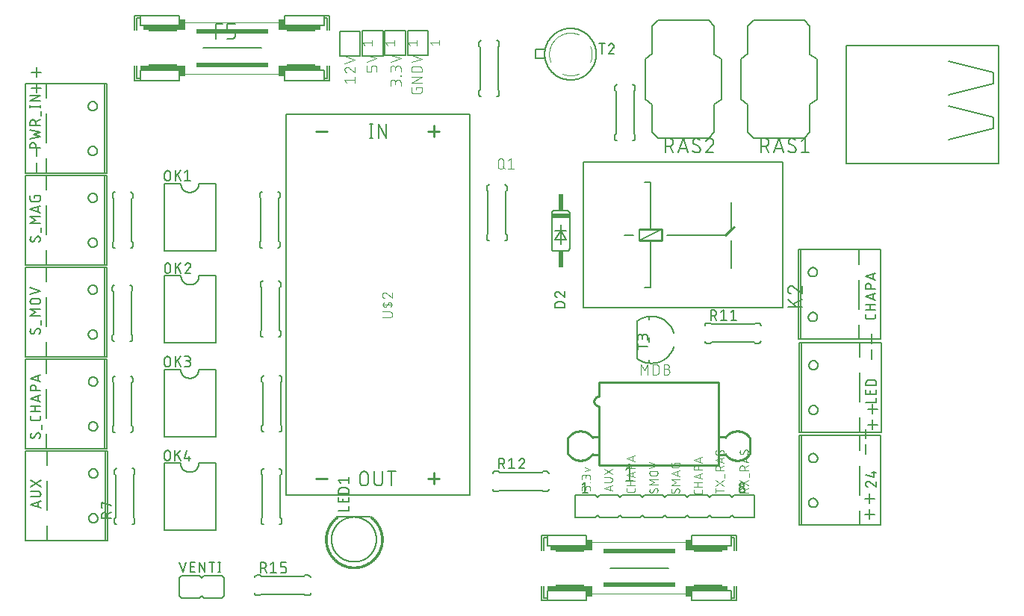
<source format=gbr>
G04 EAGLE Gerber X2 export*
%TF.Part,Single*%
%TF.FileFunction,Legend,Top,1*%
%TF.FilePolarity,Positive*%
%TF.GenerationSoftware,Autodesk,EAGLE,8.7.0*%
%TF.CreationDate,2019-01-30T20:44:03Z*%
G75*
%MOMM*%
%FSLAX34Y34*%
%LPD*%
%AMOC8*
5,1,8,0,0,1.08239X$1,22.5*%
G01*
%ADD10C,0.152400*%
%ADD11C,0.076200*%
%ADD12C,0.203200*%
%ADD13C,0.101600*%
%ADD14C,0.127000*%
%ADD15R,2.032000X0.508000*%
%ADD16R,0.508000X1.905000*%
%ADD17C,0.050800*%
%ADD18R,0.635000X1.143000*%
%ADD19R,4.445000X0.508000*%
%ADD20R,8.128000X0.508000*%
%ADD21R,3.175000X0.127000*%
%ADD22R,4.064000X0.508000*%
%ADD23C,0.254000*%
%ADD24C,0.177800*%
%ADD25C,0.025400*%


D10*
X22916Y590762D02*
X22916Y601599D01*
X28335Y596181D02*
X17498Y596181D01*
X22916Y608477D02*
X22916Y619315D01*
X17498Y613896D02*
X28335Y613896D01*
X22916Y511599D02*
X22916Y500762D01*
X22916Y518477D02*
X22916Y529315D01*
X962916Y191599D02*
X962916Y180762D01*
X962916Y198477D02*
X962916Y209315D01*
X967514Y118025D02*
X967514Y107188D01*
X962096Y112607D02*
X972933Y112607D01*
X967514Y124903D02*
X967514Y135741D01*
X962096Y130322D02*
X972933Y130322D01*
X970816Y208788D02*
X970816Y219625D01*
X976235Y214207D02*
X965398Y214207D01*
X970816Y226503D02*
X970816Y237341D01*
X965398Y231922D02*
X976235Y231922D01*
X969546Y288798D02*
X969546Y299635D01*
X969546Y306513D02*
X969546Y317351D01*
D11*
X650715Y142268D02*
X650715Y139657D01*
X650715Y142268D02*
X650713Y142369D01*
X650707Y142470D01*
X650697Y142571D01*
X650684Y142671D01*
X650666Y142771D01*
X650645Y142870D01*
X650619Y142968D01*
X650590Y143065D01*
X650558Y143161D01*
X650521Y143255D01*
X650481Y143348D01*
X650437Y143440D01*
X650390Y143529D01*
X650339Y143617D01*
X650285Y143703D01*
X650228Y143786D01*
X650168Y143868D01*
X650104Y143946D01*
X650038Y144023D01*
X649968Y144096D01*
X649896Y144167D01*
X649821Y144235D01*
X649743Y144300D01*
X649663Y144362D01*
X649581Y144421D01*
X649496Y144477D01*
X649410Y144529D01*
X649321Y144578D01*
X649230Y144624D01*
X649138Y144665D01*
X649044Y144704D01*
X648949Y144738D01*
X648853Y144769D01*
X648755Y144796D01*
X648657Y144820D01*
X648557Y144839D01*
X648457Y144855D01*
X648357Y144867D01*
X648256Y144875D01*
X648155Y144879D01*
X648053Y144879D01*
X647952Y144875D01*
X647851Y144867D01*
X647751Y144855D01*
X647651Y144839D01*
X647551Y144820D01*
X647453Y144796D01*
X647355Y144769D01*
X647259Y144738D01*
X647164Y144704D01*
X647070Y144665D01*
X646978Y144624D01*
X646887Y144578D01*
X646799Y144529D01*
X646712Y144477D01*
X646627Y144421D01*
X646545Y144362D01*
X646465Y144300D01*
X646387Y144235D01*
X646312Y144167D01*
X646240Y144096D01*
X646170Y144023D01*
X646104Y143946D01*
X646040Y143868D01*
X645980Y143786D01*
X645923Y143703D01*
X645869Y143617D01*
X645818Y143529D01*
X645771Y143440D01*
X645727Y143348D01*
X645687Y143255D01*
X645650Y143161D01*
X645618Y143065D01*
X645589Y142968D01*
X645563Y142870D01*
X645542Y142771D01*
X645524Y142671D01*
X645511Y142571D01*
X645501Y142470D01*
X645495Y142369D01*
X645493Y142268D01*
X641317Y142790D02*
X641317Y139657D01*
X641317Y142790D02*
X641319Y142880D01*
X641325Y142969D01*
X641334Y143059D01*
X641348Y143148D01*
X641365Y143236D01*
X641386Y143323D01*
X641411Y143410D01*
X641440Y143495D01*
X641472Y143579D01*
X641507Y143661D01*
X641547Y143742D01*
X641589Y143821D01*
X641635Y143898D01*
X641685Y143973D01*
X641737Y144046D01*
X641793Y144117D01*
X641851Y144185D01*
X641913Y144250D01*
X641977Y144313D01*
X642044Y144373D01*
X642113Y144430D01*
X642185Y144484D01*
X642259Y144535D01*
X642335Y144583D01*
X642413Y144627D01*
X642493Y144668D01*
X642575Y144706D01*
X642658Y144740D01*
X642743Y144770D01*
X642829Y144797D01*
X642915Y144820D01*
X643003Y144839D01*
X643092Y144854D01*
X643181Y144866D01*
X643270Y144874D01*
X643360Y144878D01*
X643450Y144878D01*
X643540Y144874D01*
X643629Y144866D01*
X643718Y144854D01*
X643807Y144839D01*
X643895Y144820D01*
X643981Y144797D01*
X644067Y144770D01*
X644152Y144740D01*
X644235Y144706D01*
X644317Y144668D01*
X644397Y144627D01*
X644475Y144583D01*
X644551Y144535D01*
X644625Y144484D01*
X644697Y144430D01*
X644766Y144373D01*
X644833Y144313D01*
X644897Y144250D01*
X644959Y144185D01*
X645017Y144117D01*
X645073Y144046D01*
X645125Y143973D01*
X645175Y143898D01*
X645221Y143821D01*
X645263Y143742D01*
X645303Y143661D01*
X645338Y143579D01*
X645370Y143495D01*
X645399Y143410D01*
X645424Y143323D01*
X645445Y143236D01*
X645462Y143148D01*
X645476Y143059D01*
X645485Y142969D01*
X645491Y142880D01*
X645493Y142790D01*
X645494Y142790D02*
X645494Y140701D01*
X650193Y148407D02*
X650715Y148407D01*
X650193Y148407D02*
X650193Y148929D01*
X650715Y148929D01*
X650715Y148407D01*
X650715Y152459D02*
X650715Y155069D01*
X650713Y155170D01*
X650707Y155271D01*
X650697Y155372D01*
X650684Y155472D01*
X650666Y155572D01*
X650645Y155671D01*
X650619Y155769D01*
X650590Y155866D01*
X650558Y155962D01*
X650521Y156056D01*
X650481Y156149D01*
X650437Y156241D01*
X650390Y156330D01*
X650339Y156418D01*
X650285Y156504D01*
X650228Y156587D01*
X650168Y156669D01*
X650104Y156747D01*
X650038Y156824D01*
X649968Y156897D01*
X649896Y156968D01*
X649821Y157036D01*
X649743Y157101D01*
X649663Y157163D01*
X649581Y157222D01*
X649496Y157278D01*
X649410Y157330D01*
X649321Y157379D01*
X649230Y157425D01*
X649138Y157466D01*
X649044Y157505D01*
X648949Y157539D01*
X648853Y157570D01*
X648755Y157597D01*
X648657Y157621D01*
X648557Y157640D01*
X648457Y157656D01*
X648357Y157668D01*
X648256Y157676D01*
X648155Y157680D01*
X648053Y157680D01*
X647952Y157676D01*
X647851Y157668D01*
X647751Y157656D01*
X647651Y157640D01*
X647551Y157621D01*
X647453Y157597D01*
X647355Y157570D01*
X647259Y157539D01*
X647164Y157505D01*
X647070Y157466D01*
X646978Y157425D01*
X646887Y157379D01*
X646799Y157330D01*
X646712Y157278D01*
X646627Y157222D01*
X646545Y157163D01*
X646465Y157101D01*
X646387Y157036D01*
X646312Y156968D01*
X646240Y156897D01*
X646170Y156824D01*
X646104Y156747D01*
X646040Y156669D01*
X645980Y156587D01*
X645923Y156504D01*
X645869Y156418D01*
X645818Y156330D01*
X645771Y156241D01*
X645727Y156149D01*
X645687Y156056D01*
X645650Y155962D01*
X645618Y155866D01*
X645589Y155769D01*
X645563Y155671D01*
X645542Y155572D01*
X645524Y155472D01*
X645511Y155372D01*
X645501Y155271D01*
X645495Y155170D01*
X645493Y155069D01*
X641317Y155591D02*
X641317Y152459D01*
X641317Y155591D02*
X641319Y155681D01*
X641325Y155770D01*
X641334Y155860D01*
X641348Y155949D01*
X641365Y156037D01*
X641386Y156124D01*
X641411Y156211D01*
X641440Y156296D01*
X641472Y156380D01*
X641507Y156462D01*
X641547Y156543D01*
X641589Y156622D01*
X641635Y156699D01*
X641685Y156774D01*
X641737Y156847D01*
X641793Y156918D01*
X641851Y156986D01*
X641913Y157051D01*
X641977Y157114D01*
X642044Y157174D01*
X642113Y157231D01*
X642185Y157285D01*
X642259Y157336D01*
X642335Y157384D01*
X642413Y157428D01*
X642493Y157469D01*
X642575Y157507D01*
X642658Y157541D01*
X642743Y157571D01*
X642829Y157598D01*
X642915Y157621D01*
X643003Y157640D01*
X643092Y157655D01*
X643181Y157667D01*
X643270Y157675D01*
X643360Y157679D01*
X643450Y157679D01*
X643540Y157675D01*
X643629Y157667D01*
X643718Y157655D01*
X643807Y157640D01*
X643895Y157621D01*
X643981Y157598D01*
X644067Y157571D01*
X644152Y157541D01*
X644235Y157507D01*
X644317Y157469D01*
X644397Y157428D01*
X644475Y157384D01*
X644551Y157336D01*
X644625Y157285D01*
X644697Y157231D01*
X644766Y157174D01*
X644833Y157114D01*
X644897Y157051D01*
X644959Y156986D01*
X645017Y156918D01*
X645073Y156847D01*
X645125Y156774D01*
X645175Y156699D01*
X645221Y156622D01*
X645263Y156543D01*
X645303Y156462D01*
X645338Y156380D01*
X645370Y156296D01*
X645399Y156211D01*
X645424Y156124D01*
X645445Y156037D01*
X645462Y155949D01*
X645476Y155860D01*
X645485Y155770D01*
X645491Y155681D01*
X645493Y155591D01*
X645494Y155591D02*
X645494Y153503D01*
X644450Y161210D02*
X650715Y163299D01*
X644450Y165387D01*
X666463Y142282D02*
X675861Y139149D01*
X675861Y145414D02*
X666463Y142282D01*
X673512Y144631D02*
X673512Y139932D01*
X673250Y149120D02*
X666463Y149120D01*
X673250Y149119D02*
X673351Y149121D01*
X673452Y149127D01*
X673553Y149137D01*
X673653Y149150D01*
X673753Y149168D01*
X673852Y149189D01*
X673950Y149215D01*
X674047Y149244D01*
X674143Y149276D01*
X674237Y149313D01*
X674330Y149353D01*
X674422Y149397D01*
X674511Y149444D01*
X674599Y149495D01*
X674685Y149549D01*
X674768Y149606D01*
X674850Y149666D01*
X674928Y149730D01*
X675005Y149796D01*
X675078Y149866D01*
X675149Y149938D01*
X675217Y150013D01*
X675282Y150091D01*
X675344Y150171D01*
X675403Y150253D01*
X675459Y150338D01*
X675511Y150424D01*
X675560Y150513D01*
X675606Y150604D01*
X675647Y150696D01*
X675686Y150790D01*
X675720Y150885D01*
X675751Y150981D01*
X675778Y151079D01*
X675802Y151177D01*
X675821Y151277D01*
X675837Y151377D01*
X675849Y151477D01*
X675857Y151578D01*
X675861Y151679D01*
X675861Y151781D01*
X675857Y151882D01*
X675849Y151983D01*
X675837Y152083D01*
X675821Y152183D01*
X675802Y152283D01*
X675778Y152381D01*
X675751Y152479D01*
X675720Y152575D01*
X675686Y152670D01*
X675647Y152764D01*
X675606Y152856D01*
X675560Y152947D01*
X675511Y153035D01*
X675459Y153122D01*
X675403Y153207D01*
X675344Y153289D01*
X675282Y153369D01*
X675217Y153447D01*
X675149Y153522D01*
X675078Y153594D01*
X675005Y153664D01*
X674928Y153730D01*
X674850Y153794D01*
X674768Y153854D01*
X674685Y153911D01*
X674599Y153965D01*
X674511Y154016D01*
X674422Y154063D01*
X674330Y154107D01*
X674237Y154147D01*
X674143Y154184D01*
X674047Y154216D01*
X673950Y154245D01*
X673852Y154271D01*
X673753Y154292D01*
X673653Y154310D01*
X673553Y154323D01*
X673452Y154333D01*
X673351Y154339D01*
X673250Y154341D01*
X666463Y154341D01*
X666463Y164312D02*
X675861Y158047D01*
X675861Y164312D02*
X666463Y158047D01*
X701261Y141802D02*
X701261Y139713D01*
X701259Y139624D01*
X701253Y139536D01*
X701244Y139448D01*
X701231Y139360D01*
X701214Y139273D01*
X701194Y139187D01*
X701169Y139102D01*
X701142Y139017D01*
X701110Y138934D01*
X701076Y138853D01*
X701037Y138773D01*
X700996Y138695D01*
X700951Y138618D01*
X700903Y138544D01*
X700852Y138471D01*
X700798Y138401D01*
X700740Y138334D01*
X700680Y138268D01*
X700618Y138206D01*
X700552Y138146D01*
X700485Y138088D01*
X700415Y138034D01*
X700342Y137983D01*
X700268Y137935D01*
X700191Y137890D01*
X700113Y137849D01*
X700033Y137810D01*
X699952Y137776D01*
X699869Y137744D01*
X699784Y137717D01*
X699699Y137692D01*
X699613Y137672D01*
X699526Y137655D01*
X699438Y137642D01*
X699350Y137633D01*
X699262Y137627D01*
X699173Y137625D01*
X693951Y137625D01*
X693860Y137627D01*
X693769Y137633D01*
X693678Y137643D01*
X693588Y137657D01*
X693499Y137675D01*
X693410Y137696D01*
X693323Y137722D01*
X693237Y137751D01*
X693152Y137784D01*
X693068Y137821D01*
X692986Y137861D01*
X692907Y137905D01*
X692829Y137952D01*
X692753Y138003D01*
X692679Y138057D01*
X692608Y138114D01*
X692540Y138174D01*
X692474Y138237D01*
X692411Y138303D01*
X692351Y138371D01*
X692294Y138442D01*
X692240Y138516D01*
X692189Y138592D01*
X692142Y138669D01*
X692098Y138749D01*
X692058Y138831D01*
X692021Y138915D01*
X691988Y138999D01*
X691959Y139086D01*
X691933Y139173D01*
X691912Y139262D01*
X691894Y139351D01*
X691880Y139441D01*
X691870Y139532D01*
X691864Y139623D01*
X691862Y139714D01*
X691863Y139713D02*
X691863Y141802D01*
X691863Y145576D02*
X701261Y145576D01*
X696040Y145576D02*
X696040Y150797D01*
X691863Y150797D02*
X701261Y150797D01*
X701261Y154502D02*
X691863Y157635D01*
X701261Y160767D01*
X698912Y159984D02*
X698912Y155285D01*
X701261Y164604D02*
X691863Y164604D01*
X691863Y167215D01*
X691865Y167316D01*
X691871Y167417D01*
X691881Y167518D01*
X691894Y167618D01*
X691912Y167718D01*
X691933Y167817D01*
X691959Y167915D01*
X691988Y168012D01*
X692020Y168108D01*
X692057Y168202D01*
X692097Y168295D01*
X692141Y168387D01*
X692188Y168476D01*
X692239Y168564D01*
X692293Y168650D01*
X692350Y168733D01*
X692410Y168815D01*
X692474Y168893D01*
X692540Y168970D01*
X692610Y169043D01*
X692682Y169114D01*
X692757Y169182D01*
X692835Y169247D01*
X692915Y169309D01*
X692997Y169368D01*
X693082Y169424D01*
X693169Y169476D01*
X693257Y169525D01*
X693348Y169571D01*
X693440Y169612D01*
X693534Y169651D01*
X693629Y169685D01*
X693725Y169716D01*
X693823Y169743D01*
X693921Y169767D01*
X694021Y169786D01*
X694121Y169802D01*
X694221Y169814D01*
X694322Y169822D01*
X694423Y169826D01*
X694525Y169826D01*
X694626Y169822D01*
X694727Y169814D01*
X694827Y169802D01*
X694927Y169786D01*
X695027Y169767D01*
X695125Y169743D01*
X695223Y169716D01*
X695319Y169685D01*
X695414Y169651D01*
X695508Y169612D01*
X695600Y169571D01*
X695691Y169525D01*
X695780Y169476D01*
X695866Y169424D01*
X695951Y169368D01*
X696033Y169309D01*
X696113Y169247D01*
X696191Y169182D01*
X696266Y169114D01*
X696338Y169043D01*
X696408Y168970D01*
X696474Y168893D01*
X696538Y168815D01*
X696598Y168733D01*
X696655Y168650D01*
X696709Y168564D01*
X696760Y168476D01*
X696807Y168387D01*
X696851Y168295D01*
X696891Y168202D01*
X696928Y168108D01*
X696960Y168012D01*
X696989Y167915D01*
X697015Y167817D01*
X697036Y167718D01*
X697054Y167618D01*
X697067Y167518D01*
X697077Y167417D01*
X697083Y167316D01*
X697085Y167215D01*
X697084Y167215D02*
X697084Y164604D01*
X701261Y172790D02*
X691863Y175923D01*
X701261Y179055D01*
X698912Y178272D02*
X698912Y173573D01*
X725081Y142084D02*
X725170Y142082D01*
X725258Y142076D01*
X725346Y142067D01*
X725434Y142054D01*
X725521Y142037D01*
X725607Y142017D01*
X725692Y141992D01*
X725777Y141965D01*
X725860Y141933D01*
X725941Y141899D01*
X726021Y141860D01*
X726099Y141819D01*
X726176Y141774D01*
X726250Y141726D01*
X726323Y141675D01*
X726393Y141621D01*
X726460Y141563D01*
X726526Y141503D01*
X726588Y141441D01*
X726648Y141375D01*
X726706Y141308D01*
X726760Y141238D01*
X726811Y141165D01*
X726859Y141091D01*
X726904Y141014D01*
X726945Y140936D01*
X726984Y140856D01*
X727018Y140775D01*
X727050Y140692D01*
X727077Y140607D01*
X727102Y140522D01*
X727122Y140436D01*
X727139Y140349D01*
X727152Y140261D01*
X727161Y140173D01*
X727167Y140085D01*
X727169Y139996D01*
X727167Y139867D01*
X727161Y139738D01*
X727152Y139609D01*
X727139Y139481D01*
X727122Y139353D01*
X727101Y139226D01*
X727077Y139099D01*
X727049Y138973D01*
X727017Y138848D01*
X726982Y138724D01*
X726943Y138601D01*
X726900Y138479D01*
X726854Y138359D01*
X726804Y138240D01*
X726751Y138122D01*
X726695Y138006D01*
X726635Y137892D01*
X726572Y137779D01*
X726505Y137669D01*
X726436Y137560D01*
X726363Y137454D01*
X726287Y137349D01*
X726208Y137247D01*
X726126Y137148D01*
X726042Y137050D01*
X725954Y136955D01*
X725864Y136863D01*
X719859Y137125D02*
X719770Y137127D01*
X719682Y137133D01*
X719594Y137142D01*
X719506Y137155D01*
X719419Y137172D01*
X719333Y137192D01*
X719248Y137217D01*
X719163Y137244D01*
X719080Y137276D01*
X718999Y137310D01*
X718919Y137349D01*
X718841Y137390D01*
X718764Y137435D01*
X718690Y137483D01*
X718617Y137534D01*
X718547Y137588D01*
X718480Y137646D01*
X718414Y137706D01*
X718352Y137768D01*
X718292Y137834D01*
X718234Y137901D01*
X718180Y137971D01*
X718129Y138044D01*
X718081Y138118D01*
X718036Y138195D01*
X717995Y138273D01*
X717956Y138353D01*
X717922Y138434D01*
X717890Y138517D01*
X717863Y138602D01*
X717838Y138687D01*
X717818Y138773D01*
X717801Y138860D01*
X717788Y138948D01*
X717779Y139036D01*
X717773Y139124D01*
X717771Y139213D01*
X717773Y139333D01*
X717778Y139453D01*
X717788Y139572D01*
X717800Y139692D01*
X717817Y139811D01*
X717837Y139929D01*
X717861Y140047D01*
X717888Y140163D01*
X717919Y140279D01*
X717953Y140394D01*
X717991Y140508D01*
X718033Y140621D01*
X718078Y140732D01*
X718126Y140842D01*
X718177Y140950D01*
X718232Y141057D01*
X718290Y141162D01*
X718352Y141265D01*
X718416Y141366D01*
X718484Y141466D01*
X718554Y141563D01*
X721686Y138168D02*
X721638Y138090D01*
X721586Y138014D01*
X721532Y137941D01*
X721474Y137870D01*
X721413Y137801D01*
X721349Y137735D01*
X721282Y137672D01*
X721213Y137612D01*
X721141Y137555D01*
X721067Y137501D01*
X720990Y137451D01*
X720911Y137403D01*
X720831Y137360D01*
X720748Y137319D01*
X720664Y137283D01*
X720579Y137250D01*
X720492Y137221D01*
X720403Y137195D01*
X720314Y137173D01*
X720224Y137156D01*
X720134Y137142D01*
X720042Y137132D01*
X719951Y137126D01*
X719859Y137124D01*
X723254Y141040D02*
X723302Y141118D01*
X723354Y141194D01*
X723408Y141267D01*
X723466Y141338D01*
X723527Y141407D01*
X723591Y141473D01*
X723658Y141536D01*
X723727Y141596D01*
X723799Y141653D01*
X723873Y141707D01*
X723950Y141757D01*
X724029Y141805D01*
X724109Y141848D01*
X724192Y141889D01*
X724276Y141925D01*
X724361Y141958D01*
X724448Y141987D01*
X724537Y142013D01*
X724626Y142035D01*
X724716Y142052D01*
X724806Y142066D01*
X724898Y142076D01*
X724989Y142082D01*
X725081Y142084D01*
X723253Y141040D02*
X721687Y138168D01*
X717771Y146094D02*
X727169Y146094D01*
X722992Y149227D02*
X717771Y146094D01*
X722992Y149227D02*
X717771Y152360D01*
X727169Y152360D01*
X724558Y156675D02*
X720382Y156675D01*
X720382Y156674D02*
X720281Y156676D01*
X720180Y156682D01*
X720079Y156692D01*
X719979Y156705D01*
X719879Y156723D01*
X719780Y156744D01*
X719682Y156770D01*
X719585Y156799D01*
X719489Y156831D01*
X719395Y156868D01*
X719302Y156908D01*
X719210Y156952D01*
X719121Y156999D01*
X719033Y157050D01*
X718947Y157104D01*
X718864Y157161D01*
X718782Y157221D01*
X718704Y157285D01*
X718627Y157351D01*
X718554Y157421D01*
X718483Y157493D01*
X718415Y157568D01*
X718350Y157646D01*
X718288Y157726D01*
X718229Y157808D01*
X718173Y157893D01*
X718121Y157980D01*
X718072Y158068D01*
X718026Y158159D01*
X717985Y158251D01*
X717946Y158345D01*
X717912Y158440D01*
X717881Y158536D01*
X717854Y158634D01*
X717830Y158732D01*
X717811Y158832D01*
X717795Y158932D01*
X717783Y159032D01*
X717775Y159133D01*
X717771Y159234D01*
X717771Y159336D01*
X717775Y159437D01*
X717783Y159538D01*
X717795Y159638D01*
X717811Y159738D01*
X717830Y159838D01*
X717854Y159936D01*
X717881Y160034D01*
X717912Y160130D01*
X717946Y160225D01*
X717985Y160319D01*
X718026Y160411D01*
X718072Y160502D01*
X718121Y160591D01*
X718173Y160677D01*
X718229Y160762D01*
X718288Y160844D01*
X718350Y160924D01*
X718415Y161002D01*
X718483Y161077D01*
X718554Y161149D01*
X718627Y161219D01*
X718704Y161285D01*
X718782Y161349D01*
X718864Y161409D01*
X718947Y161466D01*
X719033Y161520D01*
X719121Y161571D01*
X719210Y161618D01*
X719302Y161662D01*
X719395Y161702D01*
X719489Y161739D01*
X719585Y161771D01*
X719682Y161800D01*
X719780Y161826D01*
X719879Y161847D01*
X719979Y161865D01*
X720079Y161878D01*
X720180Y161888D01*
X720281Y161894D01*
X720382Y161896D01*
X724558Y161896D01*
X724659Y161894D01*
X724760Y161888D01*
X724861Y161878D01*
X724961Y161865D01*
X725061Y161847D01*
X725160Y161826D01*
X725258Y161800D01*
X725355Y161771D01*
X725451Y161739D01*
X725545Y161702D01*
X725638Y161662D01*
X725730Y161618D01*
X725819Y161571D01*
X725907Y161520D01*
X725993Y161466D01*
X726076Y161409D01*
X726158Y161349D01*
X726236Y161285D01*
X726313Y161219D01*
X726386Y161149D01*
X726457Y161077D01*
X726525Y161002D01*
X726590Y160924D01*
X726652Y160844D01*
X726711Y160762D01*
X726767Y160677D01*
X726819Y160590D01*
X726868Y160502D01*
X726914Y160411D01*
X726955Y160319D01*
X726994Y160225D01*
X727028Y160130D01*
X727059Y160034D01*
X727086Y159936D01*
X727110Y159838D01*
X727129Y159738D01*
X727145Y159638D01*
X727157Y159538D01*
X727165Y159437D01*
X727169Y159336D01*
X727169Y159234D01*
X727165Y159133D01*
X727157Y159032D01*
X727145Y158932D01*
X727129Y158832D01*
X727110Y158732D01*
X727086Y158634D01*
X727059Y158536D01*
X727028Y158440D01*
X726994Y158345D01*
X726955Y158251D01*
X726914Y158159D01*
X726868Y158068D01*
X726819Y157979D01*
X726767Y157893D01*
X726711Y157808D01*
X726652Y157726D01*
X726590Y157646D01*
X726525Y157568D01*
X726457Y157493D01*
X726386Y157421D01*
X726313Y157351D01*
X726236Y157285D01*
X726158Y157221D01*
X726076Y157161D01*
X725993Y157104D01*
X725907Y157050D01*
X725819Y156999D01*
X725730Y156952D01*
X725638Y156908D01*
X725545Y156868D01*
X725451Y156831D01*
X725355Y156799D01*
X725258Y156770D01*
X725160Y156744D01*
X725061Y156723D01*
X724961Y156705D01*
X724861Y156692D01*
X724760Y156682D01*
X724659Y156676D01*
X724558Y156674D01*
X717771Y165297D02*
X727169Y168429D01*
X717771Y171562D01*
X749719Y141830D02*
X749808Y141828D01*
X749896Y141822D01*
X749984Y141813D01*
X750072Y141800D01*
X750159Y141783D01*
X750245Y141763D01*
X750330Y141738D01*
X750415Y141711D01*
X750498Y141679D01*
X750579Y141645D01*
X750659Y141606D01*
X750737Y141565D01*
X750814Y141520D01*
X750888Y141472D01*
X750961Y141421D01*
X751031Y141367D01*
X751098Y141309D01*
X751164Y141249D01*
X751226Y141187D01*
X751286Y141121D01*
X751344Y141054D01*
X751398Y140984D01*
X751449Y140911D01*
X751497Y140837D01*
X751542Y140760D01*
X751583Y140682D01*
X751622Y140602D01*
X751656Y140521D01*
X751688Y140438D01*
X751715Y140353D01*
X751740Y140268D01*
X751760Y140182D01*
X751777Y140095D01*
X751790Y140007D01*
X751799Y139919D01*
X751805Y139831D01*
X751807Y139742D01*
X751805Y139613D01*
X751799Y139484D01*
X751790Y139355D01*
X751777Y139227D01*
X751760Y139099D01*
X751739Y138972D01*
X751715Y138845D01*
X751687Y138719D01*
X751655Y138594D01*
X751620Y138470D01*
X751581Y138347D01*
X751538Y138225D01*
X751492Y138105D01*
X751442Y137986D01*
X751389Y137868D01*
X751333Y137752D01*
X751273Y137638D01*
X751210Y137525D01*
X751143Y137415D01*
X751074Y137306D01*
X751001Y137200D01*
X750925Y137095D01*
X750846Y136993D01*
X750764Y136894D01*
X750680Y136796D01*
X750592Y136701D01*
X750502Y136609D01*
X744497Y136871D02*
X744408Y136873D01*
X744320Y136879D01*
X744232Y136888D01*
X744144Y136901D01*
X744057Y136918D01*
X743971Y136938D01*
X743886Y136963D01*
X743801Y136990D01*
X743718Y137022D01*
X743637Y137056D01*
X743557Y137095D01*
X743479Y137136D01*
X743402Y137181D01*
X743328Y137229D01*
X743255Y137280D01*
X743185Y137334D01*
X743118Y137392D01*
X743052Y137452D01*
X742990Y137514D01*
X742930Y137580D01*
X742872Y137647D01*
X742818Y137717D01*
X742767Y137790D01*
X742719Y137864D01*
X742674Y137941D01*
X742633Y138019D01*
X742594Y138099D01*
X742560Y138180D01*
X742528Y138263D01*
X742501Y138348D01*
X742476Y138433D01*
X742456Y138519D01*
X742439Y138606D01*
X742426Y138694D01*
X742417Y138782D01*
X742411Y138870D01*
X742409Y138959D01*
X742411Y139079D01*
X742416Y139199D01*
X742426Y139318D01*
X742438Y139438D01*
X742455Y139557D01*
X742475Y139675D01*
X742499Y139793D01*
X742526Y139909D01*
X742557Y140025D01*
X742591Y140140D01*
X742629Y140254D01*
X742671Y140367D01*
X742716Y140478D01*
X742764Y140588D01*
X742815Y140696D01*
X742870Y140803D01*
X742928Y140908D01*
X742990Y141011D01*
X743054Y141112D01*
X743122Y141212D01*
X743192Y141309D01*
X746324Y137914D02*
X746276Y137836D01*
X746224Y137760D01*
X746170Y137687D01*
X746112Y137616D01*
X746051Y137547D01*
X745987Y137481D01*
X745920Y137418D01*
X745851Y137358D01*
X745779Y137301D01*
X745705Y137247D01*
X745628Y137197D01*
X745549Y137149D01*
X745469Y137106D01*
X745386Y137065D01*
X745302Y137029D01*
X745217Y136996D01*
X745130Y136967D01*
X745041Y136941D01*
X744952Y136919D01*
X744862Y136902D01*
X744772Y136888D01*
X744680Y136878D01*
X744589Y136872D01*
X744497Y136870D01*
X747892Y140786D02*
X747940Y140864D01*
X747992Y140940D01*
X748046Y141013D01*
X748104Y141084D01*
X748165Y141153D01*
X748229Y141219D01*
X748296Y141282D01*
X748365Y141342D01*
X748437Y141399D01*
X748511Y141453D01*
X748588Y141503D01*
X748667Y141551D01*
X748747Y141594D01*
X748830Y141635D01*
X748914Y141671D01*
X748999Y141704D01*
X749086Y141733D01*
X749175Y141759D01*
X749264Y141781D01*
X749354Y141798D01*
X749444Y141812D01*
X749536Y141822D01*
X749627Y141828D01*
X749719Y141830D01*
X747891Y140786D02*
X746325Y137914D01*
X742409Y145840D02*
X751807Y145840D01*
X747630Y148973D02*
X742409Y145840D01*
X747630Y148973D02*
X742409Y152106D01*
X751807Y152106D01*
X751807Y155899D02*
X742409Y159031D01*
X751807Y162164D01*
X749458Y161381D02*
X749458Y156682D01*
X746586Y169524D02*
X746586Y171091D01*
X751807Y171091D01*
X751807Y167958D01*
X751805Y167869D01*
X751799Y167781D01*
X751790Y167693D01*
X751777Y167605D01*
X751760Y167518D01*
X751740Y167432D01*
X751715Y167347D01*
X751688Y167262D01*
X751656Y167179D01*
X751622Y167098D01*
X751583Y167018D01*
X751542Y166940D01*
X751497Y166863D01*
X751449Y166789D01*
X751398Y166716D01*
X751344Y166646D01*
X751286Y166579D01*
X751226Y166513D01*
X751164Y166451D01*
X751098Y166391D01*
X751031Y166333D01*
X750961Y166279D01*
X750888Y166228D01*
X750814Y166180D01*
X750737Y166135D01*
X750659Y166094D01*
X750579Y166055D01*
X750498Y166021D01*
X750415Y165989D01*
X750330Y165962D01*
X750245Y165937D01*
X750159Y165917D01*
X750072Y165900D01*
X749984Y165887D01*
X749896Y165878D01*
X749808Y165872D01*
X749719Y165870D01*
X744497Y165870D01*
X744497Y165869D02*
X744406Y165871D01*
X744315Y165877D01*
X744224Y165887D01*
X744134Y165901D01*
X744045Y165919D01*
X743956Y165940D01*
X743869Y165966D01*
X743783Y165995D01*
X743698Y166028D01*
X743614Y166065D01*
X743532Y166105D01*
X743453Y166149D01*
X743375Y166196D01*
X743299Y166247D01*
X743225Y166301D01*
X743154Y166358D01*
X743086Y166418D01*
X743020Y166481D01*
X742957Y166547D01*
X742897Y166615D01*
X742840Y166686D01*
X742786Y166760D01*
X742735Y166836D01*
X742688Y166913D01*
X742644Y166993D01*
X742604Y167075D01*
X742567Y167159D01*
X742534Y167243D01*
X742505Y167330D01*
X742479Y167417D01*
X742458Y167506D01*
X742440Y167595D01*
X742426Y167685D01*
X742416Y167776D01*
X742410Y167867D01*
X742408Y167958D01*
X742409Y167958D02*
X742409Y171091D01*
X777715Y140024D02*
X777715Y137935D01*
X777713Y137846D01*
X777707Y137758D01*
X777698Y137670D01*
X777685Y137582D01*
X777668Y137495D01*
X777648Y137409D01*
X777623Y137324D01*
X777596Y137239D01*
X777564Y137156D01*
X777530Y137075D01*
X777491Y136995D01*
X777450Y136917D01*
X777405Y136840D01*
X777357Y136766D01*
X777306Y136693D01*
X777252Y136623D01*
X777194Y136556D01*
X777134Y136490D01*
X777072Y136428D01*
X777006Y136368D01*
X776939Y136310D01*
X776869Y136256D01*
X776796Y136205D01*
X776722Y136157D01*
X776645Y136112D01*
X776567Y136071D01*
X776487Y136032D01*
X776406Y135998D01*
X776323Y135966D01*
X776238Y135939D01*
X776153Y135914D01*
X776067Y135894D01*
X775980Y135877D01*
X775892Y135864D01*
X775804Y135855D01*
X775716Y135849D01*
X775627Y135847D01*
X770405Y135847D01*
X770314Y135849D01*
X770223Y135855D01*
X770132Y135865D01*
X770042Y135879D01*
X769953Y135897D01*
X769864Y135918D01*
X769777Y135944D01*
X769691Y135973D01*
X769606Y136006D01*
X769522Y136043D01*
X769440Y136083D01*
X769361Y136127D01*
X769283Y136174D01*
X769207Y136225D01*
X769133Y136279D01*
X769062Y136336D01*
X768994Y136396D01*
X768928Y136459D01*
X768865Y136525D01*
X768805Y136593D01*
X768748Y136664D01*
X768694Y136738D01*
X768643Y136814D01*
X768596Y136891D01*
X768552Y136971D01*
X768512Y137053D01*
X768475Y137137D01*
X768442Y137221D01*
X768413Y137308D01*
X768387Y137395D01*
X768366Y137484D01*
X768348Y137573D01*
X768334Y137663D01*
X768324Y137754D01*
X768318Y137845D01*
X768316Y137936D01*
X768317Y137935D02*
X768317Y140024D01*
X768317Y143798D02*
X777715Y143798D01*
X772494Y143798D02*
X772494Y149019D01*
X768317Y149019D02*
X777715Y149019D01*
X777715Y152724D02*
X768317Y155857D01*
X777715Y158989D01*
X775366Y158206D02*
X775366Y153507D01*
X777715Y162826D02*
X768317Y162826D01*
X768317Y165437D01*
X768319Y165538D01*
X768325Y165639D01*
X768335Y165740D01*
X768348Y165840D01*
X768366Y165940D01*
X768387Y166039D01*
X768413Y166137D01*
X768442Y166234D01*
X768474Y166330D01*
X768511Y166424D01*
X768551Y166517D01*
X768595Y166609D01*
X768642Y166698D01*
X768693Y166786D01*
X768747Y166872D01*
X768804Y166955D01*
X768864Y167037D01*
X768928Y167115D01*
X768994Y167192D01*
X769064Y167265D01*
X769136Y167336D01*
X769211Y167404D01*
X769289Y167469D01*
X769369Y167531D01*
X769451Y167590D01*
X769536Y167646D01*
X769623Y167698D01*
X769711Y167747D01*
X769802Y167793D01*
X769894Y167834D01*
X769988Y167873D01*
X770083Y167907D01*
X770179Y167938D01*
X770277Y167965D01*
X770375Y167989D01*
X770475Y168008D01*
X770575Y168024D01*
X770675Y168036D01*
X770776Y168044D01*
X770877Y168048D01*
X770979Y168048D01*
X771080Y168044D01*
X771181Y168036D01*
X771281Y168024D01*
X771381Y168008D01*
X771481Y167989D01*
X771579Y167965D01*
X771677Y167938D01*
X771773Y167907D01*
X771868Y167873D01*
X771962Y167834D01*
X772054Y167793D01*
X772145Y167747D01*
X772234Y167698D01*
X772320Y167646D01*
X772405Y167590D01*
X772487Y167531D01*
X772567Y167469D01*
X772645Y167404D01*
X772720Y167336D01*
X772792Y167265D01*
X772862Y167192D01*
X772928Y167115D01*
X772992Y167037D01*
X773052Y166955D01*
X773109Y166872D01*
X773163Y166786D01*
X773214Y166698D01*
X773261Y166609D01*
X773305Y166517D01*
X773345Y166424D01*
X773382Y166330D01*
X773414Y166234D01*
X773443Y166137D01*
X773469Y166039D01*
X773490Y165940D01*
X773508Y165840D01*
X773521Y165740D01*
X773531Y165639D01*
X773537Y165538D01*
X773539Y165437D01*
X773538Y165437D02*
X773538Y162826D01*
X777715Y171012D02*
X768317Y174145D01*
X777715Y177277D01*
X775366Y176494D02*
X775366Y171795D01*
X792701Y139474D02*
X802099Y139474D01*
X792701Y136863D02*
X792701Y142084D01*
X792701Y151141D02*
X802099Y144875D01*
X802099Y151141D02*
X792701Y144875D01*
X803143Y154149D02*
X803143Y158326D01*
X802099Y162218D02*
X792701Y162218D01*
X792701Y164829D01*
X792703Y164930D01*
X792709Y165031D01*
X792719Y165132D01*
X792732Y165232D01*
X792750Y165332D01*
X792771Y165431D01*
X792797Y165529D01*
X792826Y165626D01*
X792858Y165722D01*
X792895Y165816D01*
X792935Y165909D01*
X792979Y166001D01*
X793026Y166090D01*
X793077Y166178D01*
X793131Y166264D01*
X793188Y166347D01*
X793248Y166429D01*
X793312Y166507D01*
X793378Y166584D01*
X793448Y166657D01*
X793520Y166728D01*
X793595Y166796D01*
X793673Y166861D01*
X793753Y166923D01*
X793835Y166982D01*
X793920Y167038D01*
X794007Y167090D01*
X794095Y167139D01*
X794186Y167185D01*
X794278Y167226D01*
X794372Y167265D01*
X794467Y167299D01*
X794563Y167330D01*
X794661Y167357D01*
X794759Y167381D01*
X794859Y167400D01*
X794959Y167416D01*
X795059Y167428D01*
X795160Y167436D01*
X795261Y167440D01*
X795363Y167440D01*
X795464Y167436D01*
X795565Y167428D01*
X795665Y167416D01*
X795765Y167400D01*
X795865Y167381D01*
X795963Y167357D01*
X796061Y167330D01*
X796157Y167299D01*
X796252Y167265D01*
X796346Y167226D01*
X796438Y167185D01*
X796529Y167139D01*
X796618Y167090D01*
X796704Y167038D01*
X796789Y166982D01*
X796871Y166923D01*
X796951Y166861D01*
X797029Y166796D01*
X797104Y166728D01*
X797176Y166657D01*
X797246Y166584D01*
X797312Y166507D01*
X797376Y166429D01*
X797436Y166347D01*
X797493Y166264D01*
X797547Y166178D01*
X797598Y166090D01*
X797645Y166001D01*
X797689Y165909D01*
X797729Y165816D01*
X797766Y165722D01*
X797798Y165626D01*
X797827Y165529D01*
X797853Y165431D01*
X797874Y165332D01*
X797892Y165232D01*
X797905Y165132D01*
X797915Y165031D01*
X797921Y164930D01*
X797923Y164829D01*
X797922Y164829D02*
X797922Y162218D01*
X797922Y165351D02*
X802099Y167439D01*
X802099Y170783D02*
X792701Y173916D01*
X802099Y177048D01*
X799750Y176265D02*
X799750Y171566D01*
X802099Y183277D02*
X802097Y183366D01*
X802091Y183454D01*
X802082Y183542D01*
X802069Y183630D01*
X802052Y183717D01*
X802032Y183803D01*
X802007Y183888D01*
X801980Y183973D01*
X801948Y184056D01*
X801914Y184137D01*
X801875Y184217D01*
X801834Y184295D01*
X801789Y184372D01*
X801741Y184446D01*
X801690Y184519D01*
X801636Y184589D01*
X801578Y184656D01*
X801518Y184722D01*
X801456Y184784D01*
X801390Y184844D01*
X801323Y184902D01*
X801253Y184956D01*
X801180Y185007D01*
X801106Y185055D01*
X801029Y185100D01*
X800951Y185141D01*
X800871Y185180D01*
X800790Y185214D01*
X800707Y185246D01*
X800622Y185273D01*
X800537Y185298D01*
X800451Y185318D01*
X800364Y185335D01*
X800276Y185348D01*
X800188Y185357D01*
X800100Y185363D01*
X800011Y185365D01*
X802099Y183277D02*
X802097Y183148D01*
X802091Y183019D01*
X802082Y182890D01*
X802069Y182762D01*
X802052Y182634D01*
X802031Y182507D01*
X802007Y182380D01*
X801979Y182254D01*
X801947Y182129D01*
X801912Y182005D01*
X801873Y181882D01*
X801830Y181760D01*
X801784Y181640D01*
X801734Y181521D01*
X801681Y181403D01*
X801625Y181287D01*
X801565Y181173D01*
X801502Y181060D01*
X801435Y180950D01*
X801366Y180841D01*
X801293Y180735D01*
X801217Y180630D01*
X801138Y180528D01*
X801056Y180429D01*
X800972Y180331D01*
X800884Y180236D01*
X800794Y180144D01*
X794789Y180406D02*
X794700Y180408D01*
X794612Y180414D01*
X794524Y180423D01*
X794436Y180436D01*
X794349Y180453D01*
X794263Y180473D01*
X794178Y180498D01*
X794093Y180525D01*
X794010Y180557D01*
X793929Y180591D01*
X793849Y180630D01*
X793771Y180671D01*
X793694Y180716D01*
X793620Y180764D01*
X793547Y180815D01*
X793477Y180869D01*
X793410Y180927D01*
X793344Y180987D01*
X793282Y181049D01*
X793222Y181115D01*
X793164Y181182D01*
X793110Y181252D01*
X793059Y181325D01*
X793011Y181399D01*
X792966Y181476D01*
X792925Y181554D01*
X792886Y181634D01*
X792852Y181715D01*
X792820Y181798D01*
X792793Y181883D01*
X792768Y181968D01*
X792748Y182054D01*
X792731Y182141D01*
X792718Y182229D01*
X792709Y182317D01*
X792703Y182405D01*
X792701Y182494D01*
X792703Y182614D01*
X792708Y182734D01*
X792718Y182853D01*
X792730Y182973D01*
X792747Y183092D01*
X792767Y183210D01*
X792791Y183328D01*
X792818Y183444D01*
X792849Y183560D01*
X792883Y183675D01*
X792921Y183789D01*
X792963Y183902D01*
X793008Y184013D01*
X793056Y184123D01*
X793107Y184231D01*
X793162Y184338D01*
X793220Y184443D01*
X793282Y184546D01*
X793346Y184647D01*
X793414Y184747D01*
X793484Y184844D01*
X796616Y181449D02*
X796568Y181371D01*
X796516Y181295D01*
X796462Y181222D01*
X796404Y181151D01*
X796343Y181082D01*
X796279Y181016D01*
X796212Y180953D01*
X796143Y180893D01*
X796071Y180836D01*
X795997Y180782D01*
X795920Y180732D01*
X795841Y180684D01*
X795761Y180641D01*
X795678Y180600D01*
X795594Y180564D01*
X795509Y180531D01*
X795422Y180502D01*
X795333Y180476D01*
X795244Y180454D01*
X795154Y180437D01*
X795064Y180423D01*
X794972Y180413D01*
X794881Y180407D01*
X794789Y180405D01*
X798184Y184321D02*
X798232Y184399D01*
X798284Y184475D01*
X798338Y184548D01*
X798396Y184619D01*
X798457Y184688D01*
X798521Y184754D01*
X798588Y184817D01*
X798657Y184877D01*
X798729Y184934D01*
X798803Y184988D01*
X798880Y185038D01*
X798959Y185086D01*
X799039Y185129D01*
X799122Y185170D01*
X799206Y185206D01*
X799291Y185239D01*
X799378Y185268D01*
X799467Y185294D01*
X799556Y185316D01*
X799646Y185333D01*
X799736Y185347D01*
X799828Y185357D01*
X799919Y185363D01*
X800011Y185365D01*
X798183Y184321D02*
X796617Y181450D01*
X820221Y136825D02*
X829619Y136825D01*
X820221Y136825D02*
X820221Y139436D01*
X820223Y139537D01*
X820229Y139638D01*
X820239Y139739D01*
X820252Y139839D01*
X820270Y139939D01*
X820291Y140038D01*
X820317Y140136D01*
X820346Y140233D01*
X820378Y140329D01*
X820415Y140423D01*
X820455Y140516D01*
X820499Y140608D01*
X820546Y140697D01*
X820597Y140785D01*
X820651Y140871D01*
X820708Y140954D01*
X820768Y141036D01*
X820832Y141114D01*
X820898Y141191D01*
X820968Y141264D01*
X821040Y141335D01*
X821115Y141403D01*
X821193Y141468D01*
X821273Y141530D01*
X821355Y141589D01*
X821440Y141645D01*
X821527Y141697D01*
X821615Y141746D01*
X821706Y141792D01*
X821798Y141833D01*
X821892Y141872D01*
X821987Y141906D01*
X822083Y141937D01*
X822181Y141964D01*
X822279Y141988D01*
X822379Y142007D01*
X822479Y142023D01*
X822579Y142035D01*
X822680Y142043D01*
X822781Y142047D01*
X822883Y142047D01*
X822984Y142043D01*
X823085Y142035D01*
X823185Y142023D01*
X823285Y142007D01*
X823385Y141988D01*
X823483Y141964D01*
X823581Y141937D01*
X823677Y141906D01*
X823772Y141872D01*
X823866Y141833D01*
X823958Y141792D01*
X824049Y141746D01*
X824138Y141697D01*
X824224Y141645D01*
X824309Y141589D01*
X824391Y141530D01*
X824471Y141468D01*
X824549Y141403D01*
X824624Y141335D01*
X824696Y141264D01*
X824766Y141191D01*
X824832Y141114D01*
X824896Y141036D01*
X824956Y140954D01*
X825013Y140871D01*
X825067Y140785D01*
X825118Y140697D01*
X825165Y140608D01*
X825209Y140516D01*
X825249Y140423D01*
X825286Y140329D01*
X825318Y140233D01*
X825347Y140136D01*
X825373Y140038D01*
X825394Y139939D01*
X825412Y139839D01*
X825425Y139739D01*
X825435Y139638D01*
X825441Y139537D01*
X825443Y139436D01*
X825442Y139436D02*
X825442Y136825D01*
X825442Y139958D02*
X829619Y142046D01*
X829619Y145390D02*
X820221Y151655D01*
X820221Y145390D02*
X829619Y151655D01*
X830663Y154664D02*
X830663Y158840D01*
X829619Y162733D02*
X820221Y162733D01*
X820221Y165343D01*
X820223Y165444D01*
X820229Y165545D01*
X820239Y165646D01*
X820252Y165746D01*
X820270Y165846D01*
X820291Y165945D01*
X820317Y166043D01*
X820346Y166140D01*
X820378Y166236D01*
X820415Y166330D01*
X820455Y166423D01*
X820499Y166515D01*
X820546Y166604D01*
X820597Y166692D01*
X820651Y166778D01*
X820708Y166861D01*
X820768Y166943D01*
X820832Y167021D01*
X820898Y167098D01*
X820968Y167171D01*
X821040Y167242D01*
X821115Y167310D01*
X821193Y167375D01*
X821273Y167437D01*
X821355Y167496D01*
X821440Y167552D01*
X821527Y167604D01*
X821615Y167653D01*
X821706Y167699D01*
X821798Y167740D01*
X821892Y167779D01*
X821987Y167813D01*
X822083Y167844D01*
X822181Y167871D01*
X822279Y167895D01*
X822379Y167914D01*
X822479Y167930D01*
X822579Y167942D01*
X822680Y167950D01*
X822781Y167954D01*
X822883Y167954D01*
X822984Y167950D01*
X823085Y167942D01*
X823185Y167930D01*
X823285Y167914D01*
X823385Y167895D01*
X823483Y167871D01*
X823581Y167844D01*
X823677Y167813D01*
X823772Y167779D01*
X823866Y167740D01*
X823958Y167699D01*
X824049Y167653D01*
X824138Y167604D01*
X824224Y167552D01*
X824309Y167496D01*
X824391Y167437D01*
X824471Y167375D01*
X824549Y167310D01*
X824624Y167242D01*
X824696Y167171D01*
X824766Y167098D01*
X824832Y167021D01*
X824896Y166943D01*
X824956Y166861D01*
X825013Y166778D01*
X825067Y166692D01*
X825118Y166604D01*
X825165Y166515D01*
X825209Y166423D01*
X825249Y166330D01*
X825286Y166236D01*
X825318Y166140D01*
X825347Y166043D01*
X825373Y165945D01*
X825394Y165846D01*
X825412Y165746D01*
X825425Y165646D01*
X825435Y165545D01*
X825441Y165444D01*
X825443Y165343D01*
X825442Y165343D02*
X825442Y162733D01*
X825442Y165865D02*
X829619Y167954D01*
X829619Y171298D02*
X820221Y174430D01*
X829619Y177563D01*
X827270Y176780D02*
X827270Y172081D01*
X829619Y183792D02*
X829617Y183881D01*
X829611Y183969D01*
X829602Y184057D01*
X829589Y184145D01*
X829572Y184232D01*
X829552Y184318D01*
X829527Y184403D01*
X829500Y184488D01*
X829468Y184571D01*
X829434Y184652D01*
X829395Y184732D01*
X829354Y184810D01*
X829309Y184887D01*
X829261Y184961D01*
X829210Y185034D01*
X829156Y185104D01*
X829098Y185171D01*
X829038Y185237D01*
X828976Y185299D01*
X828910Y185359D01*
X828843Y185417D01*
X828773Y185471D01*
X828700Y185522D01*
X828626Y185570D01*
X828549Y185615D01*
X828471Y185656D01*
X828391Y185695D01*
X828310Y185729D01*
X828227Y185761D01*
X828142Y185788D01*
X828057Y185813D01*
X827971Y185833D01*
X827884Y185850D01*
X827796Y185863D01*
X827708Y185872D01*
X827620Y185878D01*
X827531Y185880D01*
X829619Y183792D02*
X829617Y183663D01*
X829611Y183534D01*
X829602Y183405D01*
X829589Y183277D01*
X829572Y183149D01*
X829551Y183022D01*
X829527Y182895D01*
X829499Y182769D01*
X829467Y182644D01*
X829432Y182520D01*
X829393Y182397D01*
X829350Y182275D01*
X829304Y182155D01*
X829254Y182036D01*
X829201Y181918D01*
X829145Y181802D01*
X829085Y181688D01*
X829022Y181575D01*
X828955Y181465D01*
X828886Y181356D01*
X828813Y181250D01*
X828737Y181145D01*
X828658Y181043D01*
X828576Y180944D01*
X828492Y180846D01*
X828404Y180751D01*
X828314Y180659D01*
X822309Y180920D02*
X822220Y180922D01*
X822132Y180928D01*
X822044Y180937D01*
X821956Y180950D01*
X821869Y180967D01*
X821783Y180987D01*
X821698Y181012D01*
X821613Y181039D01*
X821530Y181071D01*
X821449Y181105D01*
X821369Y181144D01*
X821291Y181185D01*
X821214Y181230D01*
X821140Y181278D01*
X821067Y181329D01*
X820997Y181383D01*
X820930Y181441D01*
X820864Y181501D01*
X820802Y181563D01*
X820742Y181629D01*
X820684Y181696D01*
X820630Y181766D01*
X820579Y181839D01*
X820531Y181913D01*
X820486Y181990D01*
X820445Y182068D01*
X820406Y182148D01*
X820372Y182229D01*
X820340Y182312D01*
X820313Y182397D01*
X820288Y182482D01*
X820268Y182568D01*
X820251Y182655D01*
X820238Y182743D01*
X820229Y182831D01*
X820223Y182919D01*
X820221Y183008D01*
X820223Y183128D01*
X820228Y183248D01*
X820238Y183367D01*
X820250Y183487D01*
X820267Y183606D01*
X820287Y183724D01*
X820311Y183842D01*
X820338Y183958D01*
X820369Y184074D01*
X820403Y184189D01*
X820441Y184303D01*
X820483Y184416D01*
X820528Y184527D01*
X820576Y184637D01*
X820627Y184745D01*
X820682Y184852D01*
X820740Y184957D01*
X820802Y185060D01*
X820866Y185161D01*
X820934Y185261D01*
X821004Y185358D01*
X824136Y181964D02*
X824088Y181886D01*
X824036Y181810D01*
X823982Y181737D01*
X823924Y181666D01*
X823863Y181597D01*
X823799Y181531D01*
X823732Y181468D01*
X823663Y181408D01*
X823591Y181351D01*
X823517Y181297D01*
X823440Y181247D01*
X823361Y181199D01*
X823281Y181156D01*
X823198Y181115D01*
X823114Y181079D01*
X823029Y181046D01*
X822942Y181017D01*
X822853Y180991D01*
X822764Y180969D01*
X822674Y180952D01*
X822584Y180938D01*
X822492Y180928D01*
X822401Y180922D01*
X822309Y180920D01*
X825704Y184836D02*
X825752Y184914D01*
X825804Y184990D01*
X825858Y185063D01*
X825916Y185134D01*
X825977Y185203D01*
X826041Y185269D01*
X826108Y185332D01*
X826177Y185392D01*
X826249Y185449D01*
X826323Y185503D01*
X826400Y185553D01*
X826479Y185601D01*
X826559Y185644D01*
X826642Y185685D01*
X826726Y185721D01*
X826811Y185754D01*
X826898Y185783D01*
X826987Y185809D01*
X827076Y185831D01*
X827166Y185848D01*
X827256Y185862D01*
X827348Y185872D01*
X827439Y185878D01*
X827531Y185880D01*
X825703Y184836D02*
X824137Y181964D01*
D10*
X695278Y167018D02*
X690762Y163406D01*
X695278Y167018D02*
X695278Y150762D01*
X699793Y150762D02*
X690762Y150762D01*
D12*
X366906Y632542D02*
X366906Y660522D01*
X390006Y660522D01*
X390006Y632542D01*
X366906Y632542D01*
D11*
X392817Y647177D02*
X395092Y644333D01*
X392817Y647177D02*
X403055Y647177D01*
X403055Y644333D02*
X403055Y650021D01*
D13*
X372264Y605163D02*
X374860Y601918D01*
X372264Y605163D02*
X383948Y605163D01*
X383948Y601918D02*
X383948Y608409D01*
X375185Y619839D02*
X375078Y619837D01*
X374972Y619831D01*
X374866Y619821D01*
X374760Y619808D01*
X374654Y619790D01*
X374550Y619769D01*
X374446Y619744D01*
X374343Y619715D01*
X374242Y619683D01*
X374142Y619646D01*
X374043Y619606D01*
X373945Y619563D01*
X373849Y619516D01*
X373755Y619465D01*
X373663Y619411D01*
X373573Y619354D01*
X373485Y619294D01*
X373400Y619230D01*
X373317Y619163D01*
X373236Y619093D01*
X373158Y619021D01*
X373082Y618945D01*
X373010Y618867D01*
X372940Y618786D01*
X372873Y618703D01*
X372809Y618618D01*
X372749Y618530D01*
X372692Y618440D01*
X372638Y618348D01*
X372587Y618254D01*
X372540Y618158D01*
X372497Y618060D01*
X372457Y617961D01*
X372420Y617861D01*
X372388Y617760D01*
X372359Y617657D01*
X372334Y617553D01*
X372313Y617449D01*
X372295Y617343D01*
X372282Y617237D01*
X372272Y617131D01*
X372266Y617025D01*
X372264Y616918D01*
X372266Y616797D01*
X372272Y616676D01*
X372282Y616556D01*
X372295Y616435D01*
X372313Y616316D01*
X372334Y616196D01*
X372359Y616078D01*
X372388Y615961D01*
X372421Y615844D01*
X372457Y615729D01*
X372498Y615615D01*
X372541Y615502D01*
X372589Y615390D01*
X372640Y615281D01*
X372695Y615173D01*
X372753Y615066D01*
X372814Y614962D01*
X372879Y614860D01*
X372947Y614760D01*
X373018Y614662D01*
X373092Y614566D01*
X373169Y614473D01*
X373250Y614383D01*
X373333Y614295D01*
X373419Y614210D01*
X373508Y614127D01*
X373599Y614048D01*
X373693Y613971D01*
X373789Y613898D01*
X373887Y613828D01*
X373988Y613761D01*
X374091Y613697D01*
X374196Y613637D01*
X374303Y613579D01*
X374411Y613526D01*
X374521Y613476D01*
X374633Y613430D01*
X374746Y613387D01*
X374861Y613348D01*
X377457Y618865D02*
X377379Y618944D01*
X377299Y619020D01*
X377216Y619093D01*
X377130Y619163D01*
X377043Y619230D01*
X376952Y619294D01*
X376860Y619354D01*
X376766Y619412D01*
X376669Y619466D01*
X376571Y619516D01*
X376471Y619563D01*
X376370Y619607D01*
X376267Y619647D01*
X376162Y619683D01*
X376057Y619715D01*
X375950Y619744D01*
X375843Y619769D01*
X375734Y619791D01*
X375625Y619808D01*
X375516Y619822D01*
X375406Y619831D01*
X375295Y619837D01*
X375185Y619839D01*
X377457Y618865D02*
X383948Y613348D01*
X383948Y619839D01*
X383948Y628023D02*
X372264Y624129D01*
X372264Y631918D02*
X383948Y628023D01*
D10*
X889960Y201846D02*
X889960Y100246D01*
X956000Y201846D02*
X980130Y201846D01*
X980130Y100246D01*
X956000Y100246D02*
X889960Y100246D01*
X956000Y100246D02*
X956000Y116756D01*
X956000Y134536D02*
X956000Y167556D01*
X956000Y185336D02*
X956000Y201846D01*
X956000Y100246D02*
X980130Y100246D01*
X956000Y201846D02*
X889960Y201846D01*
X889960Y100246D02*
X887420Y100246D01*
X887420Y201846D01*
X889960Y201846D01*
X898342Y125646D02*
X898344Y125788D01*
X898350Y125931D01*
X898360Y126073D01*
X898374Y126215D01*
X898392Y126356D01*
X898414Y126497D01*
X898440Y126637D01*
X898469Y126776D01*
X898503Y126915D01*
X898541Y127052D01*
X898582Y127189D01*
X898627Y127324D01*
X898676Y127458D01*
X898729Y127590D01*
X898785Y127721D01*
X898845Y127850D01*
X898909Y127978D01*
X898976Y128103D01*
X899047Y128227D01*
X899121Y128349D01*
X899198Y128468D01*
X899279Y128586D01*
X899363Y128701D01*
X899450Y128813D01*
X899541Y128923D01*
X899634Y129031D01*
X899731Y129136D01*
X899830Y129238D01*
X899932Y129337D01*
X900037Y129434D01*
X900145Y129527D01*
X900255Y129618D01*
X900367Y129705D01*
X900482Y129789D01*
X900600Y129870D01*
X900719Y129947D01*
X900841Y130021D01*
X900965Y130092D01*
X901090Y130159D01*
X901218Y130223D01*
X901347Y130283D01*
X901478Y130339D01*
X901610Y130392D01*
X901744Y130441D01*
X901879Y130486D01*
X902016Y130527D01*
X902153Y130565D01*
X902292Y130599D01*
X902431Y130628D01*
X902571Y130654D01*
X902712Y130676D01*
X902853Y130694D01*
X902995Y130708D01*
X903137Y130718D01*
X903280Y130724D01*
X903422Y130726D01*
X903564Y130724D01*
X903707Y130718D01*
X903849Y130708D01*
X903991Y130694D01*
X904132Y130676D01*
X904273Y130654D01*
X904413Y130628D01*
X904552Y130599D01*
X904691Y130565D01*
X904828Y130527D01*
X904965Y130486D01*
X905100Y130441D01*
X905234Y130392D01*
X905366Y130339D01*
X905497Y130283D01*
X905626Y130223D01*
X905754Y130159D01*
X905879Y130092D01*
X906003Y130021D01*
X906125Y129947D01*
X906244Y129870D01*
X906362Y129789D01*
X906477Y129705D01*
X906589Y129618D01*
X906699Y129527D01*
X906807Y129434D01*
X906912Y129337D01*
X907014Y129238D01*
X907113Y129136D01*
X907210Y129031D01*
X907303Y128923D01*
X907394Y128813D01*
X907481Y128701D01*
X907565Y128586D01*
X907646Y128468D01*
X907723Y128349D01*
X907797Y128227D01*
X907868Y128103D01*
X907935Y127978D01*
X907999Y127850D01*
X908059Y127721D01*
X908115Y127590D01*
X908168Y127458D01*
X908217Y127324D01*
X908262Y127189D01*
X908303Y127052D01*
X908341Y126915D01*
X908375Y126776D01*
X908404Y126637D01*
X908430Y126497D01*
X908452Y126356D01*
X908470Y126215D01*
X908484Y126073D01*
X908494Y125931D01*
X908500Y125788D01*
X908502Y125646D01*
X908500Y125504D01*
X908494Y125361D01*
X908484Y125219D01*
X908470Y125077D01*
X908452Y124936D01*
X908430Y124795D01*
X908404Y124655D01*
X908375Y124516D01*
X908341Y124377D01*
X908303Y124240D01*
X908262Y124103D01*
X908217Y123968D01*
X908168Y123834D01*
X908115Y123702D01*
X908059Y123571D01*
X907999Y123442D01*
X907935Y123314D01*
X907868Y123189D01*
X907797Y123065D01*
X907723Y122943D01*
X907646Y122824D01*
X907565Y122706D01*
X907481Y122591D01*
X907394Y122479D01*
X907303Y122369D01*
X907210Y122261D01*
X907113Y122156D01*
X907014Y122054D01*
X906912Y121955D01*
X906807Y121858D01*
X906699Y121765D01*
X906589Y121674D01*
X906477Y121587D01*
X906362Y121503D01*
X906244Y121422D01*
X906125Y121345D01*
X906003Y121271D01*
X905879Y121200D01*
X905754Y121133D01*
X905626Y121069D01*
X905497Y121009D01*
X905366Y120953D01*
X905234Y120900D01*
X905100Y120851D01*
X904965Y120806D01*
X904828Y120765D01*
X904691Y120727D01*
X904552Y120693D01*
X904413Y120664D01*
X904273Y120638D01*
X904132Y120616D01*
X903991Y120598D01*
X903849Y120584D01*
X903707Y120574D01*
X903564Y120568D01*
X903422Y120566D01*
X903280Y120568D01*
X903137Y120574D01*
X902995Y120584D01*
X902853Y120598D01*
X902712Y120616D01*
X902571Y120638D01*
X902431Y120664D01*
X902292Y120693D01*
X902153Y120727D01*
X902016Y120765D01*
X901879Y120806D01*
X901744Y120851D01*
X901610Y120900D01*
X901478Y120953D01*
X901347Y121009D01*
X901218Y121069D01*
X901090Y121133D01*
X900965Y121200D01*
X900841Y121271D01*
X900719Y121345D01*
X900600Y121422D01*
X900482Y121503D01*
X900367Y121587D01*
X900255Y121674D01*
X900145Y121765D01*
X900037Y121858D01*
X899932Y121955D01*
X899830Y122054D01*
X899731Y122156D01*
X899634Y122261D01*
X899541Y122369D01*
X899450Y122479D01*
X899363Y122591D01*
X899279Y122706D01*
X899198Y122824D01*
X899121Y122943D01*
X899047Y123065D01*
X898976Y123189D01*
X898909Y123314D01*
X898845Y123442D01*
X898785Y123571D01*
X898729Y123702D01*
X898676Y123834D01*
X898627Y123968D01*
X898582Y124103D01*
X898541Y124240D01*
X898503Y124377D01*
X898469Y124516D01*
X898440Y124655D01*
X898414Y124795D01*
X898392Y124936D01*
X898374Y125077D01*
X898360Y125219D01*
X898350Y125361D01*
X898344Y125504D01*
X898342Y125646D01*
X898342Y176446D02*
X898344Y176588D01*
X898350Y176731D01*
X898360Y176873D01*
X898374Y177015D01*
X898392Y177156D01*
X898414Y177297D01*
X898440Y177437D01*
X898469Y177576D01*
X898503Y177715D01*
X898541Y177852D01*
X898582Y177989D01*
X898627Y178124D01*
X898676Y178258D01*
X898729Y178390D01*
X898785Y178521D01*
X898845Y178650D01*
X898909Y178778D01*
X898976Y178903D01*
X899047Y179027D01*
X899121Y179149D01*
X899198Y179268D01*
X899279Y179386D01*
X899363Y179501D01*
X899450Y179613D01*
X899541Y179723D01*
X899634Y179831D01*
X899731Y179936D01*
X899830Y180038D01*
X899932Y180137D01*
X900037Y180234D01*
X900145Y180327D01*
X900255Y180418D01*
X900367Y180505D01*
X900482Y180589D01*
X900600Y180670D01*
X900719Y180747D01*
X900841Y180821D01*
X900965Y180892D01*
X901090Y180959D01*
X901218Y181023D01*
X901347Y181083D01*
X901478Y181139D01*
X901610Y181192D01*
X901744Y181241D01*
X901879Y181286D01*
X902016Y181327D01*
X902153Y181365D01*
X902292Y181399D01*
X902431Y181428D01*
X902571Y181454D01*
X902712Y181476D01*
X902853Y181494D01*
X902995Y181508D01*
X903137Y181518D01*
X903280Y181524D01*
X903422Y181526D01*
X903564Y181524D01*
X903707Y181518D01*
X903849Y181508D01*
X903991Y181494D01*
X904132Y181476D01*
X904273Y181454D01*
X904413Y181428D01*
X904552Y181399D01*
X904691Y181365D01*
X904828Y181327D01*
X904965Y181286D01*
X905100Y181241D01*
X905234Y181192D01*
X905366Y181139D01*
X905497Y181083D01*
X905626Y181023D01*
X905754Y180959D01*
X905879Y180892D01*
X906003Y180821D01*
X906125Y180747D01*
X906244Y180670D01*
X906362Y180589D01*
X906477Y180505D01*
X906589Y180418D01*
X906699Y180327D01*
X906807Y180234D01*
X906912Y180137D01*
X907014Y180038D01*
X907113Y179936D01*
X907210Y179831D01*
X907303Y179723D01*
X907394Y179613D01*
X907481Y179501D01*
X907565Y179386D01*
X907646Y179268D01*
X907723Y179149D01*
X907797Y179027D01*
X907868Y178903D01*
X907935Y178778D01*
X907999Y178650D01*
X908059Y178521D01*
X908115Y178390D01*
X908168Y178258D01*
X908217Y178124D01*
X908262Y177989D01*
X908303Y177852D01*
X908341Y177715D01*
X908375Y177576D01*
X908404Y177437D01*
X908430Y177297D01*
X908452Y177156D01*
X908470Y177015D01*
X908484Y176873D01*
X908494Y176731D01*
X908500Y176588D01*
X908502Y176446D01*
X908500Y176304D01*
X908494Y176161D01*
X908484Y176019D01*
X908470Y175877D01*
X908452Y175736D01*
X908430Y175595D01*
X908404Y175455D01*
X908375Y175316D01*
X908341Y175177D01*
X908303Y175040D01*
X908262Y174903D01*
X908217Y174768D01*
X908168Y174634D01*
X908115Y174502D01*
X908059Y174371D01*
X907999Y174242D01*
X907935Y174114D01*
X907868Y173989D01*
X907797Y173865D01*
X907723Y173743D01*
X907646Y173624D01*
X907565Y173506D01*
X907481Y173391D01*
X907394Y173279D01*
X907303Y173169D01*
X907210Y173061D01*
X907113Y172956D01*
X907014Y172854D01*
X906912Y172755D01*
X906807Y172658D01*
X906699Y172565D01*
X906589Y172474D01*
X906477Y172387D01*
X906362Y172303D01*
X906244Y172222D01*
X906125Y172145D01*
X906003Y172071D01*
X905879Y172000D01*
X905754Y171933D01*
X905626Y171869D01*
X905497Y171809D01*
X905366Y171753D01*
X905234Y171700D01*
X905100Y171651D01*
X904965Y171606D01*
X904828Y171565D01*
X904691Y171527D01*
X904552Y171493D01*
X904413Y171464D01*
X904273Y171438D01*
X904132Y171416D01*
X903991Y171398D01*
X903849Y171384D01*
X903707Y171374D01*
X903564Y171368D01*
X903422Y171366D01*
X903280Y171368D01*
X903137Y171374D01*
X902995Y171384D01*
X902853Y171398D01*
X902712Y171416D01*
X902571Y171438D01*
X902431Y171464D01*
X902292Y171493D01*
X902153Y171527D01*
X902016Y171565D01*
X901879Y171606D01*
X901744Y171651D01*
X901610Y171700D01*
X901478Y171753D01*
X901347Y171809D01*
X901218Y171869D01*
X901090Y171933D01*
X900965Y172000D01*
X900841Y172071D01*
X900719Y172145D01*
X900600Y172222D01*
X900482Y172303D01*
X900367Y172387D01*
X900255Y172474D01*
X900145Y172565D01*
X900037Y172658D01*
X899932Y172755D01*
X899830Y172854D01*
X899731Y172956D01*
X899634Y173061D01*
X899541Y173169D01*
X899450Y173279D01*
X899363Y173391D01*
X899279Y173506D01*
X899198Y173624D01*
X899121Y173743D01*
X899047Y173865D01*
X898976Y173989D01*
X898909Y174114D01*
X898845Y174242D01*
X898785Y174371D01*
X898729Y174502D01*
X898676Y174634D01*
X898627Y174768D01*
X898582Y174903D01*
X898541Y175040D01*
X898503Y175177D01*
X898469Y175316D01*
X898440Y175455D01*
X898414Y175595D01*
X898392Y175736D01*
X898374Y175877D01*
X898360Y176019D01*
X898350Y176161D01*
X898344Y176304D01*
X898342Y176446D01*
D14*
X962985Y147074D02*
X962987Y147178D01*
X962993Y147283D01*
X963002Y147387D01*
X963015Y147490D01*
X963033Y147593D01*
X963053Y147695D01*
X963078Y147797D01*
X963106Y147897D01*
X963138Y147997D01*
X963174Y148095D01*
X963213Y148192D01*
X963255Y148287D01*
X963301Y148381D01*
X963351Y148473D01*
X963403Y148563D01*
X963459Y148651D01*
X963519Y148737D01*
X963581Y148821D01*
X963646Y148902D01*
X963714Y148981D01*
X963786Y149058D01*
X963859Y149131D01*
X963936Y149203D01*
X964015Y149271D01*
X964096Y149336D01*
X964180Y149398D01*
X964266Y149458D01*
X964354Y149514D01*
X964444Y149566D01*
X964536Y149616D01*
X964630Y149662D01*
X964725Y149704D01*
X964822Y149743D01*
X964920Y149779D01*
X965020Y149811D01*
X965120Y149839D01*
X965222Y149864D01*
X965324Y149884D01*
X965427Y149902D01*
X965530Y149915D01*
X965634Y149924D01*
X965739Y149930D01*
X965843Y149932D01*
X962985Y147074D02*
X962987Y146956D01*
X962993Y146837D01*
X963002Y146719D01*
X963015Y146602D01*
X963033Y146485D01*
X963053Y146368D01*
X963078Y146252D01*
X963106Y146137D01*
X963139Y146024D01*
X963174Y145911D01*
X963214Y145799D01*
X963256Y145689D01*
X963303Y145580D01*
X963353Y145472D01*
X963406Y145367D01*
X963463Y145263D01*
X963523Y145161D01*
X963586Y145061D01*
X963653Y144963D01*
X963722Y144867D01*
X963795Y144774D01*
X963871Y144683D01*
X963949Y144594D01*
X964031Y144508D01*
X964115Y144425D01*
X964201Y144344D01*
X964291Y144267D01*
X964382Y144192D01*
X964476Y144120D01*
X964573Y144051D01*
X964671Y143986D01*
X964772Y143923D01*
X964875Y143864D01*
X964979Y143808D01*
X965085Y143756D01*
X965193Y143707D01*
X965302Y143662D01*
X965413Y143620D01*
X965525Y143582D01*
X968065Y148979D02*
X967990Y149055D01*
X967911Y149130D01*
X967830Y149201D01*
X967746Y149270D01*
X967660Y149335D01*
X967572Y149397D01*
X967482Y149457D01*
X967390Y149513D01*
X967295Y149566D01*
X967199Y149615D01*
X967101Y149661D01*
X967002Y149704D01*
X966901Y149743D01*
X966799Y149778D01*
X966696Y149810D01*
X966592Y149838D01*
X966487Y149863D01*
X966380Y149884D01*
X966274Y149901D01*
X966167Y149914D01*
X966059Y149923D01*
X965951Y149929D01*
X965843Y149931D01*
X968065Y148979D02*
X974415Y143581D01*
X974415Y149931D01*
X971875Y155011D02*
X962985Y157551D01*
X971875Y155011D02*
X971875Y161361D01*
X969335Y159456D02*
X974415Y159456D01*
D12*
X418040Y632744D02*
X418040Y660724D01*
X441140Y660724D01*
X441140Y632744D01*
X418040Y632744D01*
D11*
X443951Y647379D02*
X446226Y644535D01*
X443951Y647379D02*
X454189Y647379D01*
X454189Y644535D02*
X454189Y650223D01*
D13*
X436056Y601899D02*
X436056Y598654D01*
X436056Y601899D02*
X436054Y602012D01*
X436048Y602125D01*
X436038Y602238D01*
X436024Y602351D01*
X436007Y602463D01*
X435985Y602574D01*
X435960Y602684D01*
X435930Y602794D01*
X435897Y602902D01*
X435860Y603009D01*
X435820Y603115D01*
X435775Y603219D01*
X435727Y603322D01*
X435676Y603423D01*
X435621Y603522D01*
X435563Y603619D01*
X435501Y603714D01*
X435436Y603807D01*
X435368Y603897D01*
X435297Y603985D01*
X435222Y604071D01*
X435145Y604154D01*
X435065Y604234D01*
X434982Y604311D01*
X434896Y604386D01*
X434808Y604457D01*
X434718Y604525D01*
X434625Y604590D01*
X434530Y604652D01*
X434433Y604710D01*
X434334Y604765D01*
X434233Y604816D01*
X434130Y604864D01*
X434026Y604909D01*
X433920Y604949D01*
X433813Y604986D01*
X433705Y605019D01*
X433595Y605049D01*
X433485Y605074D01*
X433374Y605096D01*
X433262Y605113D01*
X433149Y605127D01*
X433036Y605137D01*
X432923Y605143D01*
X432810Y605145D01*
X432697Y605143D01*
X432584Y605137D01*
X432471Y605127D01*
X432358Y605113D01*
X432246Y605096D01*
X432135Y605074D01*
X432025Y605049D01*
X431915Y605019D01*
X431807Y604986D01*
X431700Y604949D01*
X431594Y604909D01*
X431490Y604864D01*
X431387Y604816D01*
X431286Y604765D01*
X431187Y604710D01*
X431090Y604652D01*
X430995Y604590D01*
X430902Y604525D01*
X430812Y604457D01*
X430724Y604386D01*
X430638Y604311D01*
X430555Y604234D01*
X430475Y604154D01*
X430398Y604071D01*
X430323Y603985D01*
X430252Y603897D01*
X430184Y603807D01*
X430119Y603714D01*
X430057Y603619D01*
X429999Y603522D01*
X429944Y603423D01*
X429893Y603322D01*
X429845Y603219D01*
X429800Y603115D01*
X429760Y603009D01*
X429723Y602902D01*
X429690Y602794D01*
X429660Y602684D01*
X429635Y602574D01*
X429613Y602463D01*
X429596Y602351D01*
X429582Y602238D01*
X429572Y602125D01*
X429566Y602012D01*
X429564Y601899D01*
X424372Y602549D02*
X424372Y598654D01*
X424372Y602549D02*
X424374Y602650D01*
X424380Y602750D01*
X424390Y602850D01*
X424403Y602950D01*
X424421Y603049D01*
X424442Y603148D01*
X424467Y603245D01*
X424496Y603342D01*
X424529Y603437D01*
X424565Y603531D01*
X424605Y603623D01*
X424648Y603714D01*
X424695Y603803D01*
X424745Y603890D01*
X424799Y603976D01*
X424856Y604059D01*
X424916Y604139D01*
X424979Y604218D01*
X425046Y604294D01*
X425115Y604367D01*
X425187Y604437D01*
X425261Y604505D01*
X425338Y604570D01*
X425418Y604631D01*
X425500Y604690D01*
X425584Y604745D01*
X425670Y604797D01*
X425758Y604846D01*
X425848Y604891D01*
X425940Y604933D01*
X426033Y604971D01*
X426128Y605005D01*
X426223Y605036D01*
X426320Y605063D01*
X426418Y605086D01*
X426517Y605106D01*
X426617Y605121D01*
X426717Y605133D01*
X426817Y605141D01*
X426918Y605145D01*
X427018Y605145D01*
X427119Y605141D01*
X427219Y605133D01*
X427319Y605121D01*
X427419Y605106D01*
X427518Y605086D01*
X427616Y605063D01*
X427713Y605036D01*
X427808Y605005D01*
X427903Y604971D01*
X427996Y604933D01*
X428088Y604891D01*
X428178Y604846D01*
X428266Y604797D01*
X428352Y604745D01*
X428436Y604690D01*
X428518Y604631D01*
X428598Y604570D01*
X428675Y604505D01*
X428749Y604437D01*
X428821Y604367D01*
X428890Y604294D01*
X428957Y604218D01*
X429020Y604139D01*
X429080Y604059D01*
X429137Y603976D01*
X429191Y603890D01*
X429241Y603803D01*
X429288Y603714D01*
X429331Y603623D01*
X429371Y603531D01*
X429407Y603437D01*
X429440Y603342D01*
X429469Y603245D01*
X429494Y603148D01*
X429515Y603049D01*
X429533Y602950D01*
X429546Y602850D01*
X429556Y602750D01*
X429562Y602650D01*
X429564Y602549D01*
X429565Y602549D02*
X429565Y599952D01*
X435407Y609576D02*
X436056Y609576D01*
X435407Y609576D02*
X435407Y610225D01*
X436056Y610225D01*
X436056Y609576D01*
X436056Y614656D02*
X436056Y617901D01*
X436054Y618014D01*
X436048Y618127D01*
X436038Y618240D01*
X436024Y618353D01*
X436007Y618465D01*
X435985Y618576D01*
X435960Y618686D01*
X435930Y618796D01*
X435897Y618904D01*
X435860Y619011D01*
X435820Y619117D01*
X435775Y619221D01*
X435727Y619324D01*
X435676Y619425D01*
X435621Y619524D01*
X435563Y619621D01*
X435501Y619716D01*
X435436Y619809D01*
X435368Y619899D01*
X435297Y619987D01*
X435222Y620073D01*
X435145Y620156D01*
X435065Y620236D01*
X434982Y620313D01*
X434896Y620388D01*
X434808Y620459D01*
X434718Y620527D01*
X434625Y620592D01*
X434530Y620654D01*
X434433Y620712D01*
X434334Y620767D01*
X434233Y620818D01*
X434130Y620866D01*
X434026Y620911D01*
X433920Y620951D01*
X433813Y620988D01*
X433705Y621021D01*
X433595Y621051D01*
X433485Y621076D01*
X433374Y621098D01*
X433262Y621115D01*
X433149Y621129D01*
X433036Y621139D01*
X432923Y621145D01*
X432810Y621147D01*
X432697Y621145D01*
X432584Y621139D01*
X432471Y621129D01*
X432358Y621115D01*
X432246Y621098D01*
X432135Y621076D01*
X432025Y621051D01*
X431915Y621021D01*
X431807Y620988D01*
X431700Y620951D01*
X431594Y620911D01*
X431490Y620866D01*
X431387Y620818D01*
X431286Y620767D01*
X431187Y620712D01*
X431090Y620654D01*
X430995Y620592D01*
X430902Y620527D01*
X430812Y620459D01*
X430724Y620388D01*
X430638Y620313D01*
X430555Y620236D01*
X430475Y620156D01*
X430398Y620073D01*
X430323Y619987D01*
X430252Y619899D01*
X430184Y619809D01*
X430119Y619716D01*
X430057Y619621D01*
X429999Y619524D01*
X429944Y619425D01*
X429893Y619324D01*
X429845Y619221D01*
X429800Y619117D01*
X429760Y619011D01*
X429723Y618904D01*
X429690Y618796D01*
X429660Y618686D01*
X429635Y618576D01*
X429613Y618465D01*
X429596Y618353D01*
X429582Y618240D01*
X429572Y618127D01*
X429566Y618014D01*
X429564Y617901D01*
X424372Y618550D02*
X424372Y614656D01*
X424372Y618550D02*
X424374Y618651D01*
X424380Y618751D01*
X424390Y618851D01*
X424403Y618951D01*
X424421Y619050D01*
X424442Y619149D01*
X424467Y619246D01*
X424496Y619343D01*
X424529Y619438D01*
X424565Y619532D01*
X424605Y619624D01*
X424648Y619715D01*
X424695Y619804D01*
X424745Y619891D01*
X424799Y619977D01*
X424856Y620060D01*
X424916Y620140D01*
X424979Y620219D01*
X425046Y620295D01*
X425115Y620368D01*
X425187Y620438D01*
X425261Y620506D01*
X425338Y620571D01*
X425418Y620632D01*
X425500Y620691D01*
X425584Y620746D01*
X425670Y620798D01*
X425758Y620847D01*
X425848Y620892D01*
X425940Y620934D01*
X426033Y620972D01*
X426128Y621006D01*
X426223Y621037D01*
X426320Y621064D01*
X426418Y621087D01*
X426517Y621107D01*
X426617Y621122D01*
X426717Y621134D01*
X426817Y621142D01*
X426918Y621146D01*
X427018Y621146D01*
X427119Y621142D01*
X427219Y621134D01*
X427319Y621122D01*
X427419Y621107D01*
X427518Y621087D01*
X427616Y621064D01*
X427713Y621037D01*
X427808Y621006D01*
X427903Y620972D01*
X427996Y620934D01*
X428088Y620892D01*
X428178Y620847D01*
X428266Y620798D01*
X428352Y620746D01*
X428436Y620691D01*
X428518Y620632D01*
X428598Y620571D01*
X428675Y620506D01*
X428749Y620438D01*
X428821Y620368D01*
X428890Y620295D01*
X428957Y620219D01*
X429020Y620140D01*
X429080Y620060D01*
X429137Y619977D01*
X429191Y619891D01*
X429241Y619804D01*
X429288Y619715D01*
X429331Y619624D01*
X429371Y619532D01*
X429407Y619438D01*
X429440Y619343D01*
X429469Y619246D01*
X429494Y619149D01*
X429515Y619050D01*
X429533Y618951D01*
X429546Y618851D01*
X429556Y618751D01*
X429562Y618651D01*
X429564Y618550D01*
X429565Y618550D02*
X429565Y615954D01*
X424372Y625437D02*
X436056Y629331D01*
X424372Y633226D01*
D12*
X392476Y632694D02*
X392476Y660674D01*
X415576Y660674D01*
X415576Y632694D01*
X392476Y632694D01*
D11*
X418387Y647329D02*
X420662Y644485D01*
X418387Y647329D02*
X428625Y647329D01*
X428625Y644485D02*
X428625Y650173D01*
D13*
X408716Y618654D02*
X408716Y614760D01*
X408716Y618654D02*
X408714Y618753D01*
X408708Y618853D01*
X408699Y618952D01*
X408686Y619050D01*
X408669Y619148D01*
X408648Y619246D01*
X408623Y619342D01*
X408595Y619437D01*
X408563Y619531D01*
X408528Y619624D01*
X408489Y619716D01*
X408446Y619806D01*
X408401Y619894D01*
X408351Y619981D01*
X408299Y620065D01*
X408243Y620148D01*
X408185Y620228D01*
X408123Y620306D01*
X408058Y620381D01*
X407990Y620454D01*
X407920Y620524D01*
X407847Y620592D01*
X407772Y620657D01*
X407694Y620719D01*
X407614Y620777D01*
X407531Y620833D01*
X407447Y620885D01*
X407360Y620935D01*
X407272Y620980D01*
X407182Y621023D01*
X407090Y621062D01*
X406997Y621097D01*
X406903Y621129D01*
X406808Y621157D01*
X406712Y621182D01*
X406614Y621203D01*
X406516Y621220D01*
X406418Y621233D01*
X406319Y621242D01*
X406219Y621248D01*
X406120Y621250D01*
X406120Y621251D02*
X404821Y621251D01*
X404821Y621250D02*
X404722Y621248D01*
X404622Y621242D01*
X404523Y621233D01*
X404425Y621220D01*
X404327Y621203D01*
X404229Y621182D01*
X404133Y621157D01*
X404038Y621129D01*
X403944Y621097D01*
X403851Y621062D01*
X403759Y621023D01*
X403669Y620980D01*
X403581Y620935D01*
X403494Y620885D01*
X403410Y620833D01*
X403327Y620777D01*
X403247Y620719D01*
X403169Y620657D01*
X403094Y620592D01*
X403021Y620524D01*
X402951Y620454D01*
X402883Y620381D01*
X402818Y620306D01*
X402756Y620228D01*
X402698Y620148D01*
X402642Y620065D01*
X402590Y619981D01*
X402540Y619894D01*
X402495Y619806D01*
X402452Y619716D01*
X402413Y619624D01*
X402378Y619531D01*
X402346Y619437D01*
X402318Y619342D01*
X402293Y619246D01*
X402272Y619148D01*
X402255Y619050D01*
X402242Y618952D01*
X402233Y618853D01*
X402227Y618753D01*
X402225Y618654D01*
X402225Y614760D01*
X397032Y614760D01*
X397032Y621251D01*
X397032Y625541D02*
X408716Y629435D01*
X397032Y633330D01*
D10*
X889670Y412688D02*
X889670Y311088D01*
X955710Y412688D02*
X979840Y412688D01*
X979840Y311088D01*
X955710Y311088D02*
X889670Y311088D01*
X955710Y311088D02*
X955710Y327598D01*
X955710Y345378D02*
X955710Y378398D01*
X955710Y396178D02*
X955710Y412688D01*
X955710Y311088D02*
X979840Y311088D01*
X955710Y412688D02*
X889670Y412688D01*
X889670Y311088D02*
X887130Y311088D01*
X887130Y412688D01*
X889670Y412688D01*
X898052Y336488D02*
X898054Y336630D01*
X898060Y336773D01*
X898070Y336915D01*
X898084Y337057D01*
X898102Y337198D01*
X898124Y337339D01*
X898150Y337479D01*
X898179Y337618D01*
X898213Y337757D01*
X898251Y337894D01*
X898292Y338031D01*
X898337Y338166D01*
X898386Y338300D01*
X898439Y338432D01*
X898495Y338563D01*
X898555Y338692D01*
X898619Y338820D01*
X898686Y338945D01*
X898757Y339069D01*
X898831Y339191D01*
X898908Y339310D01*
X898989Y339428D01*
X899073Y339543D01*
X899160Y339655D01*
X899251Y339765D01*
X899344Y339873D01*
X899441Y339978D01*
X899540Y340080D01*
X899642Y340179D01*
X899747Y340276D01*
X899855Y340369D01*
X899965Y340460D01*
X900077Y340547D01*
X900192Y340631D01*
X900310Y340712D01*
X900429Y340789D01*
X900551Y340863D01*
X900675Y340934D01*
X900800Y341001D01*
X900928Y341065D01*
X901057Y341125D01*
X901188Y341181D01*
X901320Y341234D01*
X901454Y341283D01*
X901589Y341328D01*
X901726Y341369D01*
X901863Y341407D01*
X902002Y341441D01*
X902141Y341470D01*
X902281Y341496D01*
X902422Y341518D01*
X902563Y341536D01*
X902705Y341550D01*
X902847Y341560D01*
X902990Y341566D01*
X903132Y341568D01*
X903274Y341566D01*
X903417Y341560D01*
X903559Y341550D01*
X903701Y341536D01*
X903842Y341518D01*
X903983Y341496D01*
X904123Y341470D01*
X904262Y341441D01*
X904401Y341407D01*
X904538Y341369D01*
X904675Y341328D01*
X904810Y341283D01*
X904944Y341234D01*
X905076Y341181D01*
X905207Y341125D01*
X905336Y341065D01*
X905464Y341001D01*
X905589Y340934D01*
X905713Y340863D01*
X905835Y340789D01*
X905954Y340712D01*
X906072Y340631D01*
X906187Y340547D01*
X906299Y340460D01*
X906409Y340369D01*
X906517Y340276D01*
X906622Y340179D01*
X906724Y340080D01*
X906823Y339978D01*
X906920Y339873D01*
X907013Y339765D01*
X907104Y339655D01*
X907191Y339543D01*
X907275Y339428D01*
X907356Y339310D01*
X907433Y339191D01*
X907507Y339069D01*
X907578Y338945D01*
X907645Y338820D01*
X907709Y338692D01*
X907769Y338563D01*
X907825Y338432D01*
X907878Y338300D01*
X907927Y338166D01*
X907972Y338031D01*
X908013Y337894D01*
X908051Y337757D01*
X908085Y337618D01*
X908114Y337479D01*
X908140Y337339D01*
X908162Y337198D01*
X908180Y337057D01*
X908194Y336915D01*
X908204Y336773D01*
X908210Y336630D01*
X908212Y336488D01*
X908210Y336346D01*
X908204Y336203D01*
X908194Y336061D01*
X908180Y335919D01*
X908162Y335778D01*
X908140Y335637D01*
X908114Y335497D01*
X908085Y335358D01*
X908051Y335219D01*
X908013Y335082D01*
X907972Y334945D01*
X907927Y334810D01*
X907878Y334676D01*
X907825Y334544D01*
X907769Y334413D01*
X907709Y334284D01*
X907645Y334156D01*
X907578Y334031D01*
X907507Y333907D01*
X907433Y333785D01*
X907356Y333666D01*
X907275Y333548D01*
X907191Y333433D01*
X907104Y333321D01*
X907013Y333211D01*
X906920Y333103D01*
X906823Y332998D01*
X906724Y332896D01*
X906622Y332797D01*
X906517Y332700D01*
X906409Y332607D01*
X906299Y332516D01*
X906187Y332429D01*
X906072Y332345D01*
X905954Y332264D01*
X905835Y332187D01*
X905713Y332113D01*
X905589Y332042D01*
X905464Y331975D01*
X905336Y331911D01*
X905207Y331851D01*
X905076Y331795D01*
X904944Y331742D01*
X904810Y331693D01*
X904675Y331648D01*
X904538Y331607D01*
X904401Y331569D01*
X904262Y331535D01*
X904123Y331506D01*
X903983Y331480D01*
X903842Y331458D01*
X903701Y331440D01*
X903559Y331426D01*
X903417Y331416D01*
X903274Y331410D01*
X903132Y331408D01*
X902990Y331410D01*
X902847Y331416D01*
X902705Y331426D01*
X902563Y331440D01*
X902422Y331458D01*
X902281Y331480D01*
X902141Y331506D01*
X902002Y331535D01*
X901863Y331569D01*
X901726Y331607D01*
X901589Y331648D01*
X901454Y331693D01*
X901320Y331742D01*
X901188Y331795D01*
X901057Y331851D01*
X900928Y331911D01*
X900800Y331975D01*
X900675Y332042D01*
X900551Y332113D01*
X900429Y332187D01*
X900310Y332264D01*
X900192Y332345D01*
X900077Y332429D01*
X899965Y332516D01*
X899855Y332607D01*
X899747Y332700D01*
X899642Y332797D01*
X899540Y332896D01*
X899441Y332998D01*
X899344Y333103D01*
X899251Y333211D01*
X899160Y333321D01*
X899073Y333433D01*
X898989Y333548D01*
X898908Y333666D01*
X898831Y333785D01*
X898757Y333907D01*
X898686Y334031D01*
X898619Y334156D01*
X898555Y334284D01*
X898495Y334413D01*
X898439Y334544D01*
X898386Y334676D01*
X898337Y334810D01*
X898292Y334945D01*
X898251Y335082D01*
X898213Y335219D01*
X898179Y335358D01*
X898150Y335497D01*
X898124Y335637D01*
X898102Y335778D01*
X898084Y335919D01*
X898070Y336061D01*
X898060Y336203D01*
X898054Y336346D01*
X898052Y336488D01*
X898052Y387288D02*
X898054Y387430D01*
X898060Y387573D01*
X898070Y387715D01*
X898084Y387857D01*
X898102Y387998D01*
X898124Y388139D01*
X898150Y388279D01*
X898179Y388418D01*
X898213Y388557D01*
X898251Y388694D01*
X898292Y388831D01*
X898337Y388966D01*
X898386Y389100D01*
X898439Y389232D01*
X898495Y389363D01*
X898555Y389492D01*
X898619Y389620D01*
X898686Y389745D01*
X898757Y389869D01*
X898831Y389991D01*
X898908Y390110D01*
X898989Y390228D01*
X899073Y390343D01*
X899160Y390455D01*
X899251Y390565D01*
X899344Y390673D01*
X899441Y390778D01*
X899540Y390880D01*
X899642Y390979D01*
X899747Y391076D01*
X899855Y391169D01*
X899965Y391260D01*
X900077Y391347D01*
X900192Y391431D01*
X900310Y391512D01*
X900429Y391589D01*
X900551Y391663D01*
X900675Y391734D01*
X900800Y391801D01*
X900928Y391865D01*
X901057Y391925D01*
X901188Y391981D01*
X901320Y392034D01*
X901454Y392083D01*
X901589Y392128D01*
X901726Y392169D01*
X901863Y392207D01*
X902002Y392241D01*
X902141Y392270D01*
X902281Y392296D01*
X902422Y392318D01*
X902563Y392336D01*
X902705Y392350D01*
X902847Y392360D01*
X902990Y392366D01*
X903132Y392368D01*
X903274Y392366D01*
X903417Y392360D01*
X903559Y392350D01*
X903701Y392336D01*
X903842Y392318D01*
X903983Y392296D01*
X904123Y392270D01*
X904262Y392241D01*
X904401Y392207D01*
X904538Y392169D01*
X904675Y392128D01*
X904810Y392083D01*
X904944Y392034D01*
X905076Y391981D01*
X905207Y391925D01*
X905336Y391865D01*
X905464Y391801D01*
X905589Y391734D01*
X905713Y391663D01*
X905835Y391589D01*
X905954Y391512D01*
X906072Y391431D01*
X906187Y391347D01*
X906299Y391260D01*
X906409Y391169D01*
X906517Y391076D01*
X906622Y390979D01*
X906724Y390880D01*
X906823Y390778D01*
X906920Y390673D01*
X907013Y390565D01*
X907104Y390455D01*
X907191Y390343D01*
X907275Y390228D01*
X907356Y390110D01*
X907433Y389991D01*
X907507Y389869D01*
X907578Y389745D01*
X907645Y389620D01*
X907709Y389492D01*
X907769Y389363D01*
X907825Y389232D01*
X907878Y389100D01*
X907927Y388966D01*
X907972Y388831D01*
X908013Y388694D01*
X908051Y388557D01*
X908085Y388418D01*
X908114Y388279D01*
X908140Y388139D01*
X908162Y387998D01*
X908180Y387857D01*
X908194Y387715D01*
X908204Y387573D01*
X908210Y387430D01*
X908212Y387288D01*
X908210Y387146D01*
X908204Y387003D01*
X908194Y386861D01*
X908180Y386719D01*
X908162Y386578D01*
X908140Y386437D01*
X908114Y386297D01*
X908085Y386158D01*
X908051Y386019D01*
X908013Y385882D01*
X907972Y385745D01*
X907927Y385610D01*
X907878Y385476D01*
X907825Y385344D01*
X907769Y385213D01*
X907709Y385084D01*
X907645Y384956D01*
X907578Y384831D01*
X907507Y384707D01*
X907433Y384585D01*
X907356Y384466D01*
X907275Y384348D01*
X907191Y384233D01*
X907104Y384121D01*
X907013Y384011D01*
X906920Y383903D01*
X906823Y383798D01*
X906724Y383696D01*
X906622Y383597D01*
X906517Y383500D01*
X906409Y383407D01*
X906299Y383316D01*
X906187Y383229D01*
X906072Y383145D01*
X905954Y383064D01*
X905835Y382987D01*
X905713Y382913D01*
X905589Y382842D01*
X905464Y382775D01*
X905336Y382711D01*
X905207Y382651D01*
X905076Y382595D01*
X904944Y382542D01*
X904810Y382493D01*
X904675Y382448D01*
X904538Y382407D01*
X904401Y382369D01*
X904262Y382335D01*
X904123Y382306D01*
X903983Y382280D01*
X903842Y382258D01*
X903701Y382240D01*
X903559Y382226D01*
X903417Y382216D01*
X903274Y382210D01*
X903132Y382208D01*
X902990Y382210D01*
X902847Y382216D01*
X902705Y382226D01*
X902563Y382240D01*
X902422Y382258D01*
X902281Y382280D01*
X902141Y382306D01*
X902002Y382335D01*
X901863Y382369D01*
X901726Y382407D01*
X901589Y382448D01*
X901454Y382493D01*
X901320Y382542D01*
X901188Y382595D01*
X901057Y382651D01*
X900928Y382711D01*
X900800Y382775D01*
X900675Y382842D01*
X900551Y382913D01*
X900429Y382987D01*
X900310Y383064D01*
X900192Y383145D01*
X900077Y383229D01*
X899965Y383316D01*
X899855Y383407D01*
X899747Y383500D01*
X899642Y383597D01*
X899540Y383696D01*
X899441Y383798D01*
X899344Y383903D01*
X899251Y384011D01*
X899160Y384121D01*
X899073Y384233D01*
X898989Y384348D01*
X898908Y384466D01*
X898831Y384585D01*
X898757Y384707D01*
X898686Y384831D01*
X898619Y384956D01*
X898555Y385084D01*
X898495Y385213D01*
X898439Y385344D01*
X898386Y385476D01*
X898337Y385610D01*
X898292Y385745D01*
X898251Y385882D01*
X898213Y386019D01*
X898179Y386158D01*
X898150Y386297D01*
X898124Y386437D01*
X898102Y386578D01*
X898084Y386719D01*
X898070Y386861D01*
X898060Y387003D01*
X898054Y387146D01*
X898052Y387288D01*
D14*
X974125Y339503D02*
X974125Y336963D01*
X974123Y336863D01*
X974117Y336764D01*
X974107Y336664D01*
X974094Y336566D01*
X974076Y336467D01*
X974055Y336370D01*
X974030Y336274D01*
X974001Y336178D01*
X973968Y336084D01*
X973932Y335991D01*
X973892Y335900D01*
X973848Y335810D01*
X973801Y335722D01*
X973751Y335636D01*
X973697Y335552D01*
X973640Y335470D01*
X973580Y335391D01*
X973516Y335313D01*
X973450Y335239D01*
X973381Y335167D01*
X973309Y335098D01*
X973235Y335032D01*
X973157Y334968D01*
X973078Y334908D01*
X972996Y334851D01*
X972912Y334797D01*
X972826Y334747D01*
X972738Y334700D01*
X972648Y334656D01*
X972557Y334616D01*
X972464Y334580D01*
X972370Y334547D01*
X972274Y334518D01*
X972178Y334493D01*
X972081Y334472D01*
X971982Y334454D01*
X971884Y334441D01*
X971784Y334431D01*
X971685Y334425D01*
X971585Y334423D01*
X965235Y334423D01*
X965135Y334425D01*
X965036Y334431D01*
X964936Y334441D01*
X964838Y334454D01*
X964739Y334472D01*
X964642Y334493D01*
X964546Y334518D01*
X964450Y334547D01*
X964356Y334580D01*
X964263Y334616D01*
X964172Y334656D01*
X964082Y334700D01*
X963994Y334747D01*
X963908Y334797D01*
X963824Y334851D01*
X963742Y334908D01*
X963663Y334968D01*
X963585Y335032D01*
X963511Y335098D01*
X963439Y335167D01*
X963370Y335239D01*
X963304Y335313D01*
X963240Y335391D01*
X963180Y335470D01*
X963123Y335552D01*
X963069Y335636D01*
X963019Y335722D01*
X962972Y335810D01*
X962928Y335900D01*
X962888Y335991D01*
X962852Y336084D01*
X962819Y336178D01*
X962790Y336274D01*
X962765Y336370D01*
X962744Y336467D01*
X962726Y336566D01*
X962713Y336664D01*
X962703Y336764D01*
X962697Y336863D01*
X962695Y336963D01*
X962695Y339503D01*
X962695Y344366D02*
X974125Y344366D01*
X967775Y344366D02*
X967775Y350716D01*
X962695Y350716D02*
X974125Y350716D01*
X974125Y355542D02*
X962695Y359352D01*
X974125Y363162D01*
X971268Y362210D02*
X971268Y356495D01*
X974125Y368179D02*
X962695Y368179D01*
X962695Y371354D01*
X962697Y371465D01*
X962703Y371575D01*
X962712Y371686D01*
X962726Y371796D01*
X962743Y371905D01*
X962764Y372014D01*
X962789Y372122D01*
X962818Y372229D01*
X962850Y372335D01*
X962886Y372440D01*
X962926Y372543D01*
X962969Y372645D01*
X963016Y372746D01*
X963067Y372845D01*
X963120Y372942D01*
X963177Y373036D01*
X963238Y373129D01*
X963301Y373220D01*
X963368Y373309D01*
X963438Y373395D01*
X963511Y373478D01*
X963586Y373560D01*
X963664Y373638D01*
X963746Y373713D01*
X963829Y373786D01*
X963915Y373856D01*
X964004Y373923D01*
X964095Y373986D01*
X964188Y374047D01*
X964283Y374104D01*
X964379Y374157D01*
X964478Y374208D01*
X964579Y374255D01*
X964681Y374298D01*
X964784Y374338D01*
X964889Y374374D01*
X964995Y374406D01*
X965102Y374435D01*
X965210Y374460D01*
X965319Y374481D01*
X965428Y374498D01*
X965538Y374512D01*
X965649Y374521D01*
X965759Y374527D01*
X965870Y374529D01*
X965981Y374527D01*
X966091Y374521D01*
X966202Y374512D01*
X966312Y374498D01*
X966421Y374481D01*
X966530Y374460D01*
X966638Y374435D01*
X966745Y374406D01*
X966851Y374374D01*
X966956Y374338D01*
X967059Y374298D01*
X967161Y374255D01*
X967262Y374208D01*
X967361Y374157D01*
X967458Y374104D01*
X967552Y374047D01*
X967645Y373986D01*
X967736Y373923D01*
X967825Y373856D01*
X967911Y373786D01*
X967994Y373713D01*
X968076Y373638D01*
X968154Y373560D01*
X968229Y373478D01*
X968302Y373395D01*
X968372Y373309D01*
X968439Y373220D01*
X968502Y373129D01*
X968563Y373036D01*
X968620Y372942D01*
X968673Y372845D01*
X968724Y372746D01*
X968771Y372645D01*
X968814Y372543D01*
X968854Y372440D01*
X968890Y372335D01*
X968922Y372229D01*
X968951Y372122D01*
X968976Y372014D01*
X968997Y371905D01*
X969014Y371796D01*
X969028Y371686D01*
X969037Y371575D01*
X969043Y371465D01*
X969045Y371354D01*
X969045Y368179D01*
X974125Y378402D02*
X962695Y382212D01*
X974125Y386022D01*
X971268Y385070D02*
X971268Y379355D01*
D10*
X617100Y434200D02*
X617100Y440550D01*
X623450Y424040D02*
X610750Y424040D01*
X617100Y434200D01*
X617100Y418960D01*
X623450Y424040D02*
X617100Y434200D01*
X623450Y434200D01*
X617100Y434200D02*
X610750Y434200D01*
X627260Y413880D02*
X627258Y413780D01*
X627252Y413681D01*
X627242Y413581D01*
X627229Y413483D01*
X627211Y413384D01*
X627190Y413287D01*
X627165Y413191D01*
X627136Y413095D01*
X627103Y413001D01*
X627067Y412908D01*
X627027Y412817D01*
X626983Y412727D01*
X626936Y412639D01*
X626886Y412553D01*
X626832Y412469D01*
X626775Y412387D01*
X626715Y412308D01*
X626651Y412230D01*
X626585Y412156D01*
X626516Y412084D01*
X626444Y412015D01*
X626370Y411949D01*
X626292Y411885D01*
X626213Y411825D01*
X626131Y411768D01*
X626047Y411714D01*
X625961Y411664D01*
X625873Y411617D01*
X625783Y411573D01*
X625692Y411533D01*
X625599Y411497D01*
X625505Y411464D01*
X625409Y411435D01*
X625313Y411410D01*
X625216Y411389D01*
X625117Y411371D01*
X625019Y411358D01*
X624919Y411348D01*
X624820Y411342D01*
X624720Y411340D01*
X627260Y454520D02*
X627258Y454620D01*
X627252Y454719D01*
X627242Y454819D01*
X627229Y454917D01*
X627211Y455016D01*
X627190Y455113D01*
X627165Y455209D01*
X627136Y455305D01*
X627103Y455399D01*
X627067Y455492D01*
X627027Y455583D01*
X626983Y455673D01*
X626936Y455761D01*
X626886Y455847D01*
X626832Y455931D01*
X626775Y456013D01*
X626715Y456092D01*
X626651Y456170D01*
X626585Y456244D01*
X626516Y456316D01*
X626444Y456385D01*
X626370Y456451D01*
X626292Y456515D01*
X626213Y456575D01*
X626131Y456632D01*
X626047Y456686D01*
X625961Y456736D01*
X625873Y456783D01*
X625783Y456827D01*
X625692Y456867D01*
X625599Y456903D01*
X625505Y456936D01*
X625409Y456965D01*
X625313Y456990D01*
X625216Y457011D01*
X625117Y457029D01*
X625019Y457042D01*
X624919Y457052D01*
X624820Y457058D01*
X624720Y457060D01*
X609480Y457060D02*
X609380Y457058D01*
X609281Y457052D01*
X609181Y457042D01*
X609083Y457029D01*
X608984Y457011D01*
X608887Y456990D01*
X608791Y456965D01*
X608695Y456936D01*
X608601Y456903D01*
X608508Y456867D01*
X608417Y456827D01*
X608327Y456783D01*
X608239Y456736D01*
X608153Y456686D01*
X608069Y456632D01*
X607987Y456575D01*
X607908Y456515D01*
X607830Y456451D01*
X607756Y456385D01*
X607684Y456316D01*
X607615Y456244D01*
X607549Y456170D01*
X607485Y456092D01*
X607425Y456013D01*
X607368Y455931D01*
X607314Y455847D01*
X607264Y455761D01*
X607217Y455673D01*
X607173Y455583D01*
X607133Y455492D01*
X607097Y455399D01*
X607064Y455305D01*
X607035Y455209D01*
X607010Y455113D01*
X606989Y455016D01*
X606971Y454917D01*
X606958Y454819D01*
X606948Y454719D01*
X606942Y454620D01*
X606940Y454520D01*
X606940Y413880D02*
X606942Y413780D01*
X606948Y413681D01*
X606958Y413581D01*
X606971Y413483D01*
X606989Y413384D01*
X607010Y413287D01*
X607035Y413191D01*
X607064Y413095D01*
X607097Y413001D01*
X607133Y412908D01*
X607173Y412817D01*
X607217Y412727D01*
X607264Y412639D01*
X607314Y412553D01*
X607368Y412469D01*
X607425Y412387D01*
X607485Y412308D01*
X607549Y412230D01*
X607615Y412156D01*
X607684Y412084D01*
X607756Y412015D01*
X607830Y411949D01*
X607908Y411885D01*
X607987Y411825D01*
X608069Y411768D01*
X608153Y411714D01*
X608239Y411664D01*
X608327Y411617D01*
X608417Y411573D01*
X608508Y411533D01*
X608601Y411497D01*
X608695Y411464D01*
X608791Y411435D01*
X608887Y411410D01*
X608984Y411389D01*
X609083Y411371D01*
X609181Y411358D01*
X609281Y411348D01*
X609380Y411342D01*
X609480Y411340D01*
X624720Y411340D01*
X624720Y457060D02*
X609480Y457060D01*
X627260Y454520D02*
X627260Y413880D01*
X606940Y413880D02*
X606940Y454520D01*
D15*
X617100Y450710D03*
D16*
X617100Y401815D03*
X617100Y466585D03*
D14*
X621865Y346994D02*
X610435Y346994D01*
X610435Y350169D01*
X610437Y350280D01*
X610443Y350390D01*
X610452Y350501D01*
X610466Y350611D01*
X610483Y350720D01*
X610504Y350829D01*
X610529Y350937D01*
X610558Y351044D01*
X610590Y351150D01*
X610626Y351255D01*
X610666Y351358D01*
X610709Y351460D01*
X610756Y351561D01*
X610807Y351660D01*
X610860Y351757D01*
X610917Y351851D01*
X610978Y351944D01*
X611041Y352035D01*
X611108Y352124D01*
X611178Y352210D01*
X611251Y352293D01*
X611326Y352375D01*
X611404Y352453D01*
X611486Y352528D01*
X611569Y352601D01*
X611655Y352671D01*
X611744Y352738D01*
X611835Y352801D01*
X611928Y352862D01*
X612023Y352919D01*
X612119Y352972D01*
X612218Y353023D01*
X612319Y353070D01*
X612421Y353113D01*
X612524Y353153D01*
X612629Y353189D01*
X612735Y353221D01*
X612842Y353250D01*
X612950Y353275D01*
X613059Y353296D01*
X613168Y353313D01*
X613278Y353327D01*
X613389Y353336D01*
X613499Y353342D01*
X613610Y353344D01*
X618690Y353344D01*
X618801Y353342D01*
X618911Y353336D01*
X619022Y353327D01*
X619132Y353313D01*
X619241Y353296D01*
X619350Y353275D01*
X619458Y353250D01*
X619565Y353221D01*
X619671Y353189D01*
X619776Y353153D01*
X619879Y353113D01*
X619981Y353070D01*
X620082Y353023D01*
X620181Y352972D01*
X620278Y352919D01*
X620372Y352862D01*
X620465Y352801D01*
X620556Y352738D01*
X620645Y352671D01*
X620731Y352601D01*
X620814Y352528D01*
X620896Y352453D01*
X620974Y352375D01*
X621049Y352293D01*
X621122Y352210D01*
X621192Y352124D01*
X621259Y352035D01*
X621322Y351944D01*
X621383Y351851D01*
X621440Y351757D01*
X621493Y351660D01*
X621544Y351561D01*
X621591Y351460D01*
X621634Y351358D01*
X621674Y351255D01*
X621710Y351150D01*
X621742Y351044D01*
X621771Y350937D01*
X621796Y350829D01*
X621817Y350720D01*
X621834Y350611D01*
X621848Y350501D01*
X621857Y350390D01*
X621863Y350280D01*
X621865Y350169D01*
X621865Y346994D01*
X610435Y362298D02*
X610437Y362402D01*
X610443Y362507D01*
X610452Y362611D01*
X610465Y362714D01*
X610483Y362817D01*
X610503Y362919D01*
X610528Y363021D01*
X610556Y363121D01*
X610588Y363221D01*
X610624Y363319D01*
X610663Y363416D01*
X610705Y363511D01*
X610751Y363605D01*
X610801Y363697D01*
X610853Y363787D01*
X610909Y363875D01*
X610969Y363961D01*
X611031Y364045D01*
X611096Y364126D01*
X611164Y364205D01*
X611236Y364282D01*
X611309Y364355D01*
X611386Y364427D01*
X611465Y364495D01*
X611546Y364560D01*
X611630Y364622D01*
X611716Y364682D01*
X611804Y364738D01*
X611894Y364790D01*
X611986Y364840D01*
X612080Y364886D01*
X612175Y364928D01*
X612272Y364967D01*
X612370Y365003D01*
X612470Y365035D01*
X612570Y365063D01*
X612672Y365088D01*
X612774Y365108D01*
X612877Y365126D01*
X612980Y365139D01*
X613084Y365148D01*
X613189Y365154D01*
X613293Y365156D01*
X610435Y362298D02*
X610437Y362180D01*
X610443Y362061D01*
X610452Y361943D01*
X610465Y361826D01*
X610483Y361709D01*
X610503Y361592D01*
X610528Y361476D01*
X610556Y361361D01*
X610589Y361248D01*
X610624Y361135D01*
X610664Y361023D01*
X610706Y360913D01*
X610753Y360804D01*
X610803Y360696D01*
X610856Y360591D01*
X610913Y360487D01*
X610973Y360385D01*
X611036Y360285D01*
X611103Y360187D01*
X611172Y360091D01*
X611245Y359998D01*
X611321Y359907D01*
X611399Y359818D01*
X611481Y359732D01*
X611565Y359649D01*
X611651Y359568D01*
X611741Y359491D01*
X611832Y359416D01*
X611926Y359344D01*
X612023Y359275D01*
X612121Y359210D01*
X612222Y359147D01*
X612325Y359088D01*
X612429Y359032D01*
X612535Y358980D01*
X612643Y358931D01*
X612752Y358886D01*
X612863Y358844D01*
X612975Y358806D01*
X615515Y364203D02*
X615440Y364279D01*
X615361Y364354D01*
X615280Y364425D01*
X615196Y364494D01*
X615110Y364559D01*
X615022Y364621D01*
X614932Y364681D01*
X614840Y364737D01*
X614745Y364790D01*
X614649Y364839D01*
X614551Y364885D01*
X614452Y364928D01*
X614351Y364967D01*
X614249Y365002D01*
X614146Y365034D01*
X614042Y365062D01*
X613937Y365087D01*
X613830Y365108D01*
X613724Y365125D01*
X613617Y365138D01*
X613509Y365147D01*
X613401Y365153D01*
X613293Y365155D01*
X615515Y364203D02*
X621865Y358805D01*
X621865Y365155D01*
D10*
X100838Y184518D02*
X100838Y82918D01*
X34798Y82918D02*
X10668Y82918D01*
X10668Y184518D01*
X34798Y184518D02*
X100838Y184518D01*
X34798Y184518D02*
X34798Y168008D01*
X34798Y150228D02*
X34798Y117208D01*
X34798Y99428D02*
X34798Y82918D01*
X34798Y184518D02*
X10668Y184518D01*
X34798Y82918D02*
X100838Y82918D01*
X100838Y184518D02*
X103378Y184518D01*
X103378Y82918D01*
X100838Y82918D01*
X82296Y159118D02*
X82298Y159260D01*
X82304Y159403D01*
X82314Y159545D01*
X82328Y159687D01*
X82346Y159828D01*
X82368Y159969D01*
X82394Y160109D01*
X82423Y160248D01*
X82457Y160387D01*
X82495Y160524D01*
X82536Y160661D01*
X82581Y160796D01*
X82630Y160930D01*
X82683Y161062D01*
X82739Y161193D01*
X82799Y161322D01*
X82863Y161450D01*
X82930Y161575D01*
X83001Y161699D01*
X83075Y161821D01*
X83152Y161940D01*
X83233Y162058D01*
X83317Y162173D01*
X83404Y162285D01*
X83495Y162395D01*
X83588Y162503D01*
X83685Y162608D01*
X83784Y162710D01*
X83886Y162809D01*
X83991Y162906D01*
X84099Y162999D01*
X84209Y163090D01*
X84321Y163177D01*
X84436Y163261D01*
X84554Y163342D01*
X84673Y163419D01*
X84795Y163493D01*
X84919Y163564D01*
X85044Y163631D01*
X85172Y163695D01*
X85301Y163755D01*
X85432Y163811D01*
X85564Y163864D01*
X85698Y163913D01*
X85833Y163958D01*
X85970Y163999D01*
X86107Y164037D01*
X86246Y164071D01*
X86385Y164100D01*
X86525Y164126D01*
X86666Y164148D01*
X86807Y164166D01*
X86949Y164180D01*
X87091Y164190D01*
X87234Y164196D01*
X87376Y164198D01*
X87518Y164196D01*
X87661Y164190D01*
X87803Y164180D01*
X87945Y164166D01*
X88086Y164148D01*
X88227Y164126D01*
X88367Y164100D01*
X88506Y164071D01*
X88645Y164037D01*
X88782Y163999D01*
X88919Y163958D01*
X89054Y163913D01*
X89188Y163864D01*
X89320Y163811D01*
X89451Y163755D01*
X89580Y163695D01*
X89708Y163631D01*
X89833Y163564D01*
X89957Y163493D01*
X90079Y163419D01*
X90198Y163342D01*
X90316Y163261D01*
X90431Y163177D01*
X90543Y163090D01*
X90653Y162999D01*
X90761Y162906D01*
X90866Y162809D01*
X90968Y162710D01*
X91067Y162608D01*
X91164Y162503D01*
X91257Y162395D01*
X91348Y162285D01*
X91435Y162173D01*
X91519Y162058D01*
X91600Y161940D01*
X91677Y161821D01*
X91751Y161699D01*
X91822Y161575D01*
X91889Y161450D01*
X91953Y161322D01*
X92013Y161193D01*
X92069Y161062D01*
X92122Y160930D01*
X92171Y160796D01*
X92216Y160661D01*
X92257Y160524D01*
X92295Y160387D01*
X92329Y160248D01*
X92358Y160109D01*
X92384Y159969D01*
X92406Y159828D01*
X92424Y159687D01*
X92438Y159545D01*
X92448Y159403D01*
X92454Y159260D01*
X92456Y159118D01*
X92454Y158976D01*
X92448Y158833D01*
X92438Y158691D01*
X92424Y158549D01*
X92406Y158408D01*
X92384Y158267D01*
X92358Y158127D01*
X92329Y157988D01*
X92295Y157849D01*
X92257Y157712D01*
X92216Y157575D01*
X92171Y157440D01*
X92122Y157306D01*
X92069Y157174D01*
X92013Y157043D01*
X91953Y156914D01*
X91889Y156786D01*
X91822Y156661D01*
X91751Y156537D01*
X91677Y156415D01*
X91600Y156296D01*
X91519Y156178D01*
X91435Y156063D01*
X91348Y155951D01*
X91257Y155841D01*
X91164Y155733D01*
X91067Y155628D01*
X90968Y155526D01*
X90866Y155427D01*
X90761Y155330D01*
X90653Y155237D01*
X90543Y155146D01*
X90431Y155059D01*
X90316Y154975D01*
X90198Y154894D01*
X90079Y154817D01*
X89957Y154743D01*
X89833Y154672D01*
X89708Y154605D01*
X89580Y154541D01*
X89451Y154481D01*
X89320Y154425D01*
X89188Y154372D01*
X89054Y154323D01*
X88919Y154278D01*
X88782Y154237D01*
X88645Y154199D01*
X88506Y154165D01*
X88367Y154136D01*
X88227Y154110D01*
X88086Y154088D01*
X87945Y154070D01*
X87803Y154056D01*
X87661Y154046D01*
X87518Y154040D01*
X87376Y154038D01*
X87234Y154040D01*
X87091Y154046D01*
X86949Y154056D01*
X86807Y154070D01*
X86666Y154088D01*
X86525Y154110D01*
X86385Y154136D01*
X86246Y154165D01*
X86107Y154199D01*
X85970Y154237D01*
X85833Y154278D01*
X85698Y154323D01*
X85564Y154372D01*
X85432Y154425D01*
X85301Y154481D01*
X85172Y154541D01*
X85044Y154605D01*
X84919Y154672D01*
X84795Y154743D01*
X84673Y154817D01*
X84554Y154894D01*
X84436Y154975D01*
X84321Y155059D01*
X84209Y155146D01*
X84099Y155237D01*
X83991Y155330D01*
X83886Y155427D01*
X83784Y155526D01*
X83685Y155628D01*
X83588Y155733D01*
X83495Y155841D01*
X83404Y155951D01*
X83317Y156063D01*
X83233Y156178D01*
X83152Y156296D01*
X83075Y156415D01*
X83001Y156537D01*
X82930Y156661D01*
X82863Y156786D01*
X82799Y156914D01*
X82739Y157043D01*
X82683Y157174D01*
X82630Y157306D01*
X82581Y157440D01*
X82536Y157575D01*
X82495Y157712D01*
X82457Y157849D01*
X82423Y157988D01*
X82394Y158127D01*
X82368Y158267D01*
X82346Y158408D01*
X82328Y158549D01*
X82314Y158691D01*
X82304Y158833D01*
X82298Y158976D01*
X82296Y159118D01*
X82296Y108318D02*
X82298Y108460D01*
X82304Y108603D01*
X82314Y108745D01*
X82328Y108887D01*
X82346Y109028D01*
X82368Y109169D01*
X82394Y109309D01*
X82423Y109448D01*
X82457Y109587D01*
X82495Y109724D01*
X82536Y109861D01*
X82581Y109996D01*
X82630Y110130D01*
X82683Y110262D01*
X82739Y110393D01*
X82799Y110522D01*
X82863Y110650D01*
X82930Y110775D01*
X83001Y110899D01*
X83075Y111021D01*
X83152Y111140D01*
X83233Y111258D01*
X83317Y111373D01*
X83404Y111485D01*
X83495Y111595D01*
X83588Y111703D01*
X83685Y111808D01*
X83784Y111910D01*
X83886Y112009D01*
X83991Y112106D01*
X84099Y112199D01*
X84209Y112290D01*
X84321Y112377D01*
X84436Y112461D01*
X84554Y112542D01*
X84673Y112619D01*
X84795Y112693D01*
X84919Y112764D01*
X85044Y112831D01*
X85172Y112895D01*
X85301Y112955D01*
X85432Y113011D01*
X85564Y113064D01*
X85698Y113113D01*
X85833Y113158D01*
X85970Y113199D01*
X86107Y113237D01*
X86246Y113271D01*
X86385Y113300D01*
X86525Y113326D01*
X86666Y113348D01*
X86807Y113366D01*
X86949Y113380D01*
X87091Y113390D01*
X87234Y113396D01*
X87376Y113398D01*
X87518Y113396D01*
X87661Y113390D01*
X87803Y113380D01*
X87945Y113366D01*
X88086Y113348D01*
X88227Y113326D01*
X88367Y113300D01*
X88506Y113271D01*
X88645Y113237D01*
X88782Y113199D01*
X88919Y113158D01*
X89054Y113113D01*
X89188Y113064D01*
X89320Y113011D01*
X89451Y112955D01*
X89580Y112895D01*
X89708Y112831D01*
X89833Y112764D01*
X89957Y112693D01*
X90079Y112619D01*
X90198Y112542D01*
X90316Y112461D01*
X90431Y112377D01*
X90543Y112290D01*
X90653Y112199D01*
X90761Y112106D01*
X90866Y112009D01*
X90968Y111910D01*
X91067Y111808D01*
X91164Y111703D01*
X91257Y111595D01*
X91348Y111485D01*
X91435Y111373D01*
X91519Y111258D01*
X91600Y111140D01*
X91677Y111021D01*
X91751Y110899D01*
X91822Y110775D01*
X91889Y110650D01*
X91953Y110522D01*
X92013Y110393D01*
X92069Y110262D01*
X92122Y110130D01*
X92171Y109996D01*
X92216Y109861D01*
X92257Y109724D01*
X92295Y109587D01*
X92329Y109448D01*
X92358Y109309D01*
X92384Y109169D01*
X92406Y109028D01*
X92424Y108887D01*
X92438Y108745D01*
X92448Y108603D01*
X92454Y108460D01*
X92456Y108318D01*
X92454Y108176D01*
X92448Y108033D01*
X92438Y107891D01*
X92424Y107749D01*
X92406Y107608D01*
X92384Y107467D01*
X92358Y107327D01*
X92329Y107188D01*
X92295Y107049D01*
X92257Y106912D01*
X92216Y106775D01*
X92171Y106640D01*
X92122Y106506D01*
X92069Y106374D01*
X92013Y106243D01*
X91953Y106114D01*
X91889Y105986D01*
X91822Y105861D01*
X91751Y105737D01*
X91677Y105615D01*
X91600Y105496D01*
X91519Y105378D01*
X91435Y105263D01*
X91348Y105151D01*
X91257Y105041D01*
X91164Y104933D01*
X91067Y104828D01*
X90968Y104726D01*
X90866Y104627D01*
X90761Y104530D01*
X90653Y104437D01*
X90543Y104346D01*
X90431Y104259D01*
X90316Y104175D01*
X90198Y104094D01*
X90079Y104017D01*
X89957Y103943D01*
X89833Y103872D01*
X89708Y103805D01*
X89580Y103741D01*
X89451Y103681D01*
X89320Y103625D01*
X89188Y103572D01*
X89054Y103523D01*
X88919Y103478D01*
X88782Y103437D01*
X88645Y103399D01*
X88506Y103365D01*
X88367Y103336D01*
X88227Y103310D01*
X88086Y103288D01*
X87945Y103270D01*
X87803Y103256D01*
X87661Y103246D01*
X87518Y103240D01*
X87376Y103238D01*
X87234Y103240D01*
X87091Y103246D01*
X86949Y103256D01*
X86807Y103270D01*
X86666Y103288D01*
X86525Y103310D01*
X86385Y103336D01*
X86246Y103365D01*
X86107Y103399D01*
X85970Y103437D01*
X85833Y103478D01*
X85698Y103523D01*
X85564Y103572D01*
X85432Y103625D01*
X85301Y103681D01*
X85172Y103741D01*
X85044Y103805D01*
X84919Y103872D01*
X84795Y103943D01*
X84673Y104017D01*
X84554Y104094D01*
X84436Y104175D01*
X84321Y104259D01*
X84209Y104346D01*
X84099Y104437D01*
X83991Y104530D01*
X83886Y104627D01*
X83784Y104726D01*
X83685Y104828D01*
X83588Y104933D01*
X83495Y105041D01*
X83404Y105151D01*
X83317Y105263D01*
X83233Y105378D01*
X83152Y105496D01*
X83075Y105615D01*
X83001Y105737D01*
X82930Y105861D01*
X82863Y105986D01*
X82799Y106114D01*
X82739Y106243D01*
X82683Y106374D01*
X82630Y106506D01*
X82581Y106640D01*
X82536Y106775D01*
X82495Y106912D01*
X82457Y107049D01*
X82423Y107188D01*
X82394Y107327D01*
X82368Y107467D01*
X82346Y107608D01*
X82328Y107749D01*
X82314Y107891D01*
X82304Y108033D01*
X82298Y108176D01*
X82296Y108318D01*
D14*
X27813Y119941D02*
X16383Y123751D01*
X27813Y127561D01*
X24956Y126609D02*
X24956Y120894D01*
X24638Y132387D02*
X16383Y132387D01*
X24638Y132387D02*
X24749Y132389D01*
X24859Y132395D01*
X24970Y132404D01*
X25080Y132418D01*
X25189Y132435D01*
X25298Y132456D01*
X25406Y132481D01*
X25513Y132510D01*
X25619Y132542D01*
X25724Y132578D01*
X25827Y132618D01*
X25929Y132661D01*
X26030Y132708D01*
X26129Y132759D01*
X26225Y132812D01*
X26320Y132869D01*
X26413Y132930D01*
X26504Y132993D01*
X26593Y133060D01*
X26679Y133130D01*
X26762Y133203D01*
X26844Y133278D01*
X26922Y133356D01*
X26997Y133438D01*
X27070Y133521D01*
X27140Y133607D01*
X27207Y133696D01*
X27270Y133787D01*
X27331Y133880D01*
X27388Y133974D01*
X27441Y134071D01*
X27492Y134170D01*
X27539Y134271D01*
X27582Y134373D01*
X27622Y134476D01*
X27658Y134581D01*
X27690Y134687D01*
X27719Y134794D01*
X27744Y134902D01*
X27765Y135011D01*
X27782Y135120D01*
X27796Y135230D01*
X27805Y135341D01*
X27811Y135451D01*
X27813Y135562D01*
X27811Y135673D01*
X27805Y135783D01*
X27796Y135894D01*
X27782Y136004D01*
X27765Y136113D01*
X27744Y136222D01*
X27719Y136330D01*
X27690Y136437D01*
X27658Y136543D01*
X27622Y136648D01*
X27582Y136751D01*
X27539Y136853D01*
X27492Y136954D01*
X27441Y137053D01*
X27388Y137149D01*
X27331Y137244D01*
X27270Y137337D01*
X27207Y137428D01*
X27140Y137517D01*
X27070Y137603D01*
X26997Y137686D01*
X26922Y137768D01*
X26844Y137846D01*
X26762Y137921D01*
X26679Y137994D01*
X26593Y138064D01*
X26504Y138131D01*
X26413Y138194D01*
X26320Y138255D01*
X26226Y138312D01*
X26129Y138365D01*
X26030Y138416D01*
X25929Y138463D01*
X25827Y138506D01*
X25724Y138546D01*
X25619Y138582D01*
X25513Y138614D01*
X25406Y138643D01*
X25298Y138668D01*
X25189Y138689D01*
X25080Y138706D01*
X24970Y138720D01*
X24859Y138729D01*
X24749Y138735D01*
X24638Y138737D01*
X16383Y138737D01*
X27813Y143563D02*
X16383Y151183D01*
X16383Y143563D02*
X27813Y151183D01*
D17*
X652660Y80710D02*
X759340Y80710D01*
D10*
X739020Y51500D02*
X672980Y51500D01*
X646310Y88330D02*
X601860Y88330D01*
X601860Y17210D02*
X601860Y14670D01*
X601860Y26100D02*
X646310Y26100D01*
X601860Y85790D02*
X601860Y88330D01*
X601860Y76900D02*
X646310Y76900D01*
X646310Y14670D02*
X601860Y14670D01*
X646310Y14670D02*
X646310Y26100D01*
X601860Y14670D02*
X595510Y14670D01*
X595510Y31180D01*
X598050Y31180D02*
X598050Y17210D01*
X601860Y17210D01*
X601860Y26100D01*
X646310Y76900D02*
X646310Y88330D01*
D17*
X652660Y22290D02*
X759340Y22290D01*
D10*
X765690Y14670D02*
X810140Y14670D01*
X810140Y85790D02*
X810140Y88330D01*
X810140Y76900D02*
X765690Y76900D01*
X810140Y17210D02*
X810140Y14670D01*
X810140Y26100D02*
X765690Y26100D01*
X765690Y88330D02*
X810140Y88330D01*
X765690Y88330D02*
X765690Y76900D01*
X810140Y88330D02*
X816490Y88330D01*
X816490Y71820D01*
X813950Y71820D02*
X813950Y85790D01*
X810140Y85790D01*
X810140Y76900D01*
X765690Y26100D02*
X765690Y14670D01*
X810140Y14670D02*
X816490Y14670D01*
X816490Y31180D01*
X813950Y31180D02*
X813950Y17210D01*
X810140Y17210D01*
X810140Y26100D01*
X601860Y88330D02*
X595510Y88330D01*
X598050Y85790D02*
X601860Y85790D01*
X601860Y76900D01*
X598050Y71820D02*
X598050Y85790D01*
X595510Y88330D02*
X595510Y71820D01*
D18*
X649485Y25465D03*
X649485Y77535D03*
X762515Y77535D03*
X762515Y25465D03*
D19*
X624085Y28640D03*
D20*
X706000Y32450D03*
X706000Y70550D03*
D21*
X784105Y31815D03*
X784105Y71185D03*
D22*
X786010Y74360D03*
X786010Y28640D03*
X625990Y74360D03*
D21*
X627895Y71185D03*
X627895Y31815D03*
D17*
X298040Y670710D02*
X191360Y670710D01*
D10*
X211680Y641500D02*
X277720Y641500D01*
X185010Y678330D02*
X140560Y678330D01*
X140560Y607210D02*
X140560Y604670D01*
X140560Y616100D02*
X185010Y616100D01*
X140560Y675790D02*
X140560Y678330D01*
X140560Y666900D02*
X185010Y666900D01*
X185010Y604670D02*
X140560Y604670D01*
X185010Y604670D02*
X185010Y616100D01*
X140560Y604670D02*
X134210Y604670D01*
X134210Y621180D01*
X136750Y621180D02*
X136750Y607210D01*
X140560Y607210D01*
X140560Y616100D01*
X185010Y666900D02*
X185010Y678330D01*
D17*
X191360Y612290D02*
X298040Y612290D01*
D10*
X304390Y604670D02*
X348840Y604670D01*
X348840Y675790D02*
X348840Y678330D01*
X348840Y666900D02*
X304390Y666900D01*
X348840Y607210D02*
X348840Y604670D01*
X348840Y616100D02*
X304390Y616100D01*
X304390Y678330D02*
X348840Y678330D01*
X304390Y678330D02*
X304390Y666900D01*
X348840Y678330D02*
X355190Y678330D01*
X355190Y661820D01*
X352650Y661820D02*
X352650Y675790D01*
X348840Y675790D01*
X348840Y666900D01*
X304390Y616100D02*
X304390Y604670D01*
X348840Y604670D02*
X355190Y604670D01*
X355190Y621180D01*
X352650Y621180D02*
X352650Y607210D01*
X348840Y607210D01*
X348840Y616100D01*
X140560Y678330D02*
X134210Y678330D01*
X136750Y675790D02*
X140560Y675790D01*
X140560Y666900D01*
X136750Y661820D02*
X136750Y675790D01*
X134210Y678330D02*
X134210Y661820D01*
D18*
X188185Y615465D03*
X188185Y667535D03*
X301215Y667535D03*
X301215Y615465D03*
D19*
X162785Y618640D03*
D20*
X244700Y622450D03*
X244700Y660550D03*
D21*
X322805Y621815D03*
X322805Y661185D03*
D22*
X324710Y664360D03*
X324710Y618640D03*
X164690Y664360D03*
D21*
X166595Y661185D03*
X166595Y621815D03*
D10*
X226412Y652112D02*
X226412Y668368D01*
X233637Y668368D01*
X233637Y661143D02*
X226412Y661143D01*
X239408Y652112D02*
X244827Y652112D01*
X244945Y652114D01*
X245063Y652120D01*
X245181Y652129D01*
X245298Y652143D01*
X245415Y652160D01*
X245532Y652181D01*
X245647Y652206D01*
X245762Y652235D01*
X245876Y652268D01*
X245988Y652304D01*
X246099Y652344D01*
X246209Y652387D01*
X246318Y652434D01*
X246425Y652484D01*
X246530Y652539D01*
X246633Y652596D01*
X246734Y652657D01*
X246834Y652721D01*
X246931Y652788D01*
X247026Y652858D01*
X247118Y652932D01*
X247209Y653008D01*
X247296Y653088D01*
X247381Y653170D01*
X247463Y653255D01*
X247543Y653342D01*
X247619Y653433D01*
X247693Y653525D01*
X247763Y653620D01*
X247830Y653717D01*
X247894Y653817D01*
X247955Y653918D01*
X248012Y654021D01*
X248067Y654126D01*
X248117Y654233D01*
X248164Y654342D01*
X248207Y654452D01*
X248247Y654563D01*
X248283Y654675D01*
X248316Y654789D01*
X248345Y654904D01*
X248370Y655019D01*
X248391Y655136D01*
X248408Y655253D01*
X248422Y655370D01*
X248431Y655488D01*
X248437Y655606D01*
X248439Y655724D01*
X248439Y657531D01*
X248437Y657649D01*
X248431Y657767D01*
X248422Y657885D01*
X248408Y658002D01*
X248391Y658119D01*
X248370Y658236D01*
X248345Y658351D01*
X248316Y658466D01*
X248283Y658580D01*
X248247Y658692D01*
X248207Y658803D01*
X248164Y658913D01*
X248117Y659022D01*
X248067Y659129D01*
X248012Y659234D01*
X247955Y659337D01*
X247894Y659438D01*
X247830Y659538D01*
X247763Y659635D01*
X247693Y659730D01*
X247619Y659822D01*
X247543Y659913D01*
X247463Y660000D01*
X247381Y660085D01*
X247296Y660167D01*
X247209Y660247D01*
X247118Y660323D01*
X247026Y660397D01*
X246931Y660467D01*
X246834Y660534D01*
X246734Y660598D01*
X246633Y660659D01*
X246530Y660716D01*
X246425Y660771D01*
X246318Y660821D01*
X246209Y660868D01*
X246099Y660911D01*
X245988Y660951D01*
X245876Y660987D01*
X245762Y661020D01*
X245647Y661049D01*
X245532Y661074D01*
X245415Y661095D01*
X245298Y661112D01*
X245181Y661126D01*
X245063Y661135D01*
X244945Y661141D01*
X244827Y661143D01*
X239408Y661143D01*
X239408Y668368D01*
X248439Y668368D01*
D12*
X443628Y660958D02*
X443628Y632978D01*
X443628Y660958D02*
X466728Y660958D01*
X466728Y632978D01*
X443628Y632978D01*
D11*
X469539Y647613D02*
X471814Y644769D01*
X469539Y647613D02*
X479777Y647613D01*
X479777Y644769D02*
X479777Y650457D01*
D13*
X453207Y596316D02*
X453207Y594369D01*
X453207Y596316D02*
X459698Y596316D01*
X459698Y592421D01*
X459696Y592322D01*
X459690Y592222D01*
X459681Y592123D01*
X459668Y592025D01*
X459651Y591927D01*
X459630Y591829D01*
X459605Y591733D01*
X459577Y591638D01*
X459545Y591544D01*
X459510Y591451D01*
X459471Y591359D01*
X459428Y591269D01*
X459383Y591181D01*
X459333Y591094D01*
X459281Y591010D01*
X459225Y590927D01*
X459167Y590847D01*
X459105Y590769D01*
X459040Y590694D01*
X458972Y590621D01*
X458902Y590551D01*
X458829Y590483D01*
X458754Y590418D01*
X458676Y590356D01*
X458596Y590298D01*
X458513Y590242D01*
X458429Y590190D01*
X458342Y590140D01*
X458254Y590095D01*
X458164Y590052D01*
X458072Y590013D01*
X457979Y589978D01*
X457885Y589946D01*
X457790Y589918D01*
X457694Y589893D01*
X457596Y589872D01*
X457498Y589855D01*
X457400Y589842D01*
X457301Y589833D01*
X457201Y589827D01*
X457102Y589825D01*
X450610Y589825D01*
X450610Y589824D02*
X450511Y589826D01*
X450411Y589832D01*
X450312Y589841D01*
X450214Y589854D01*
X450116Y589872D01*
X450018Y589892D01*
X449922Y589917D01*
X449826Y589945D01*
X449732Y589977D01*
X449639Y590012D01*
X449548Y590051D01*
X449458Y590094D01*
X449369Y590139D01*
X449283Y590189D01*
X449198Y590241D01*
X449116Y590297D01*
X449036Y590356D01*
X448958Y590417D01*
X448882Y590482D01*
X448809Y590550D01*
X448739Y590620D01*
X448671Y590693D01*
X448606Y590769D01*
X448545Y590847D01*
X448486Y590927D01*
X448430Y591009D01*
X448378Y591094D01*
X448329Y591180D01*
X448283Y591269D01*
X448240Y591359D01*
X448201Y591450D01*
X448166Y591543D01*
X448134Y591637D01*
X448106Y591733D01*
X448081Y591829D01*
X448061Y591927D01*
X448043Y592025D01*
X448030Y592123D01*
X448021Y592222D01*
X448015Y592321D01*
X448013Y592421D01*
X448014Y592421D02*
X448014Y596316D01*
X448014Y602017D02*
X459698Y602017D01*
X459698Y608508D02*
X448014Y602017D01*
X448014Y608508D02*
X459698Y608508D01*
X459698Y614209D02*
X448014Y614209D01*
X448014Y617454D01*
X448016Y617567D01*
X448022Y617680D01*
X448032Y617793D01*
X448046Y617906D01*
X448063Y618018D01*
X448085Y618129D01*
X448110Y618239D01*
X448140Y618349D01*
X448173Y618457D01*
X448210Y618564D01*
X448250Y618670D01*
X448295Y618774D01*
X448343Y618877D01*
X448394Y618978D01*
X448449Y619077D01*
X448507Y619174D01*
X448569Y619269D01*
X448634Y619362D01*
X448702Y619452D01*
X448773Y619540D01*
X448848Y619626D01*
X448925Y619709D01*
X449005Y619789D01*
X449088Y619866D01*
X449174Y619941D01*
X449262Y620012D01*
X449352Y620080D01*
X449445Y620145D01*
X449540Y620207D01*
X449637Y620265D01*
X449736Y620320D01*
X449837Y620371D01*
X449940Y620419D01*
X450044Y620464D01*
X450150Y620504D01*
X450257Y620541D01*
X450365Y620574D01*
X450475Y620604D01*
X450585Y620629D01*
X450696Y620651D01*
X450808Y620668D01*
X450921Y620682D01*
X451034Y620692D01*
X451147Y620698D01*
X451260Y620700D01*
X456452Y620700D01*
X456565Y620698D01*
X456678Y620692D01*
X456791Y620682D01*
X456904Y620668D01*
X457016Y620651D01*
X457127Y620629D01*
X457237Y620604D01*
X457347Y620574D01*
X457455Y620541D01*
X457562Y620504D01*
X457668Y620464D01*
X457772Y620419D01*
X457875Y620371D01*
X457976Y620320D01*
X458075Y620265D01*
X458172Y620207D01*
X458267Y620145D01*
X458360Y620080D01*
X458450Y620012D01*
X458538Y619941D01*
X458624Y619866D01*
X458707Y619789D01*
X458787Y619709D01*
X458864Y619626D01*
X458939Y619540D01*
X459010Y619452D01*
X459078Y619362D01*
X459143Y619269D01*
X459205Y619174D01*
X459263Y619077D01*
X459318Y618978D01*
X459369Y618877D01*
X459417Y618774D01*
X459462Y618670D01*
X459502Y618564D01*
X459539Y618457D01*
X459572Y618349D01*
X459602Y618239D01*
X459627Y618129D01*
X459649Y618018D01*
X459666Y617906D01*
X459680Y617793D01*
X459690Y617680D01*
X459696Y617567D01*
X459698Y617454D01*
X459698Y614209D01*
X459698Y629265D02*
X448014Y625371D01*
X448014Y633160D02*
X459698Y629265D01*
D10*
X642650Y511950D02*
X868710Y511950D01*
X868710Y346850D01*
X642650Y346850D01*
X642650Y511950D01*
X712500Y489090D02*
X718850Y489090D01*
X718850Y435750D01*
D23*
X706150Y435750D01*
D10*
X706150Y423050D01*
D23*
X731550Y423050D02*
X731550Y435750D01*
X718850Y435750D01*
X718850Y423050D02*
X706150Y423050D01*
D10*
X718850Y423050D02*
X718850Y369710D01*
D23*
X718850Y423050D02*
X731550Y423050D01*
D10*
X718850Y369710D02*
X712500Y369710D01*
X706150Y423050D02*
X731550Y435750D01*
X737900Y429400D02*
X803940Y429400D01*
D23*
X810290Y435750D01*
D10*
X810290Y466738D01*
X810290Y423050D02*
X810290Y391808D01*
D23*
X810290Y435750D02*
X813592Y438798D01*
D10*
X699800Y429400D02*
X689640Y429400D01*
D24*
X874679Y347739D02*
X890681Y347739D01*
X884458Y347739D02*
X874679Y356629D01*
X880902Y351295D02*
X890681Y356629D01*
X878680Y371507D02*
X878554Y371505D01*
X878429Y371499D01*
X878303Y371489D01*
X878179Y371475D01*
X878054Y371458D01*
X877930Y371436D01*
X877807Y371411D01*
X877685Y371381D01*
X877564Y371348D01*
X877444Y371311D01*
X877325Y371270D01*
X877207Y371226D01*
X877091Y371178D01*
X876976Y371126D01*
X876864Y371071D01*
X876753Y371012D01*
X876643Y370950D01*
X876536Y370884D01*
X876431Y370815D01*
X876328Y370743D01*
X876228Y370667D01*
X876130Y370589D01*
X876034Y370507D01*
X875941Y370423D01*
X875851Y370335D01*
X875763Y370245D01*
X875679Y370152D01*
X875597Y370056D01*
X875519Y369958D01*
X875443Y369858D01*
X875371Y369755D01*
X875302Y369650D01*
X875236Y369543D01*
X875174Y369433D01*
X875115Y369322D01*
X875060Y369210D01*
X875008Y369095D01*
X874960Y368979D01*
X874916Y368861D01*
X874875Y368742D01*
X874838Y368622D01*
X874805Y368501D01*
X874775Y368379D01*
X874750Y368256D01*
X874728Y368132D01*
X874711Y368007D01*
X874697Y367883D01*
X874687Y367757D01*
X874681Y367632D01*
X874679Y367506D01*
X874681Y367365D01*
X874687Y367225D01*
X874696Y367085D01*
X874710Y366945D01*
X874727Y366806D01*
X874748Y366667D01*
X874773Y366528D01*
X874801Y366391D01*
X874834Y366254D01*
X874870Y366118D01*
X874910Y365983D01*
X874953Y365850D01*
X875000Y365717D01*
X875051Y365586D01*
X875105Y365457D01*
X875163Y365329D01*
X875224Y365202D01*
X875289Y365077D01*
X875357Y364955D01*
X875428Y364834D01*
X875503Y364714D01*
X875581Y364598D01*
X875662Y364483D01*
X875746Y364370D01*
X875834Y364260D01*
X875924Y364152D01*
X876017Y364047D01*
X876113Y363945D01*
X876212Y363845D01*
X876313Y363747D01*
X876417Y363653D01*
X876524Y363561D01*
X876633Y363473D01*
X876744Y363387D01*
X876858Y363305D01*
X876974Y363225D01*
X877092Y363149D01*
X877212Y363076D01*
X877334Y363007D01*
X877458Y362940D01*
X877584Y362877D01*
X877711Y362818D01*
X877840Y362762D01*
X877970Y362710D01*
X878102Y362661D01*
X878235Y362616D01*
X881792Y370173D02*
X881701Y370265D01*
X881608Y370355D01*
X881513Y370441D01*
X881415Y370525D01*
X881314Y370605D01*
X881211Y370683D01*
X881106Y370757D01*
X880998Y370828D01*
X880889Y370896D01*
X880777Y370960D01*
X880664Y371022D01*
X880549Y371079D01*
X880432Y371134D01*
X880313Y371185D01*
X880193Y371232D01*
X880072Y371275D01*
X879950Y371315D01*
X879826Y371351D01*
X879701Y371384D01*
X879576Y371413D01*
X879449Y371438D01*
X879322Y371459D01*
X879194Y371476D01*
X879066Y371490D01*
X878938Y371499D01*
X878809Y371505D01*
X878680Y371507D01*
X881791Y370173D02*
X890681Y362617D01*
X890681Y371507D01*
D10*
X890314Y307286D02*
X890314Y205686D01*
X956354Y307286D02*
X980484Y307286D01*
X980484Y205686D01*
X956354Y205686D02*
X890314Y205686D01*
X956354Y205686D02*
X956354Y222196D01*
X956354Y239976D02*
X956354Y272996D01*
X956354Y290776D02*
X956354Y307286D01*
X956354Y205686D02*
X980484Y205686D01*
X956354Y307286D02*
X890314Y307286D01*
X890314Y205686D02*
X887774Y205686D01*
X887774Y307286D01*
X890314Y307286D01*
X898696Y231086D02*
X898698Y231228D01*
X898704Y231371D01*
X898714Y231513D01*
X898728Y231655D01*
X898746Y231796D01*
X898768Y231937D01*
X898794Y232077D01*
X898823Y232216D01*
X898857Y232355D01*
X898895Y232492D01*
X898936Y232629D01*
X898981Y232764D01*
X899030Y232898D01*
X899083Y233030D01*
X899139Y233161D01*
X899199Y233290D01*
X899263Y233418D01*
X899330Y233543D01*
X899401Y233667D01*
X899475Y233789D01*
X899552Y233908D01*
X899633Y234026D01*
X899717Y234141D01*
X899804Y234253D01*
X899895Y234363D01*
X899988Y234471D01*
X900085Y234576D01*
X900184Y234678D01*
X900286Y234777D01*
X900391Y234874D01*
X900499Y234967D01*
X900609Y235058D01*
X900721Y235145D01*
X900836Y235229D01*
X900954Y235310D01*
X901073Y235387D01*
X901195Y235461D01*
X901319Y235532D01*
X901444Y235599D01*
X901572Y235663D01*
X901701Y235723D01*
X901832Y235779D01*
X901964Y235832D01*
X902098Y235881D01*
X902233Y235926D01*
X902370Y235967D01*
X902507Y236005D01*
X902646Y236039D01*
X902785Y236068D01*
X902925Y236094D01*
X903066Y236116D01*
X903207Y236134D01*
X903349Y236148D01*
X903491Y236158D01*
X903634Y236164D01*
X903776Y236166D01*
X903918Y236164D01*
X904061Y236158D01*
X904203Y236148D01*
X904345Y236134D01*
X904486Y236116D01*
X904627Y236094D01*
X904767Y236068D01*
X904906Y236039D01*
X905045Y236005D01*
X905182Y235967D01*
X905319Y235926D01*
X905454Y235881D01*
X905588Y235832D01*
X905720Y235779D01*
X905851Y235723D01*
X905980Y235663D01*
X906108Y235599D01*
X906233Y235532D01*
X906357Y235461D01*
X906479Y235387D01*
X906598Y235310D01*
X906716Y235229D01*
X906831Y235145D01*
X906943Y235058D01*
X907053Y234967D01*
X907161Y234874D01*
X907266Y234777D01*
X907368Y234678D01*
X907467Y234576D01*
X907564Y234471D01*
X907657Y234363D01*
X907748Y234253D01*
X907835Y234141D01*
X907919Y234026D01*
X908000Y233908D01*
X908077Y233789D01*
X908151Y233667D01*
X908222Y233543D01*
X908289Y233418D01*
X908353Y233290D01*
X908413Y233161D01*
X908469Y233030D01*
X908522Y232898D01*
X908571Y232764D01*
X908616Y232629D01*
X908657Y232492D01*
X908695Y232355D01*
X908729Y232216D01*
X908758Y232077D01*
X908784Y231937D01*
X908806Y231796D01*
X908824Y231655D01*
X908838Y231513D01*
X908848Y231371D01*
X908854Y231228D01*
X908856Y231086D01*
X908854Y230944D01*
X908848Y230801D01*
X908838Y230659D01*
X908824Y230517D01*
X908806Y230376D01*
X908784Y230235D01*
X908758Y230095D01*
X908729Y229956D01*
X908695Y229817D01*
X908657Y229680D01*
X908616Y229543D01*
X908571Y229408D01*
X908522Y229274D01*
X908469Y229142D01*
X908413Y229011D01*
X908353Y228882D01*
X908289Y228754D01*
X908222Y228629D01*
X908151Y228505D01*
X908077Y228383D01*
X908000Y228264D01*
X907919Y228146D01*
X907835Y228031D01*
X907748Y227919D01*
X907657Y227809D01*
X907564Y227701D01*
X907467Y227596D01*
X907368Y227494D01*
X907266Y227395D01*
X907161Y227298D01*
X907053Y227205D01*
X906943Y227114D01*
X906831Y227027D01*
X906716Y226943D01*
X906598Y226862D01*
X906479Y226785D01*
X906357Y226711D01*
X906233Y226640D01*
X906108Y226573D01*
X905980Y226509D01*
X905851Y226449D01*
X905720Y226393D01*
X905588Y226340D01*
X905454Y226291D01*
X905319Y226246D01*
X905182Y226205D01*
X905045Y226167D01*
X904906Y226133D01*
X904767Y226104D01*
X904627Y226078D01*
X904486Y226056D01*
X904345Y226038D01*
X904203Y226024D01*
X904061Y226014D01*
X903918Y226008D01*
X903776Y226006D01*
X903634Y226008D01*
X903491Y226014D01*
X903349Y226024D01*
X903207Y226038D01*
X903066Y226056D01*
X902925Y226078D01*
X902785Y226104D01*
X902646Y226133D01*
X902507Y226167D01*
X902370Y226205D01*
X902233Y226246D01*
X902098Y226291D01*
X901964Y226340D01*
X901832Y226393D01*
X901701Y226449D01*
X901572Y226509D01*
X901444Y226573D01*
X901319Y226640D01*
X901195Y226711D01*
X901073Y226785D01*
X900954Y226862D01*
X900836Y226943D01*
X900721Y227027D01*
X900609Y227114D01*
X900499Y227205D01*
X900391Y227298D01*
X900286Y227395D01*
X900184Y227494D01*
X900085Y227596D01*
X899988Y227701D01*
X899895Y227809D01*
X899804Y227919D01*
X899717Y228031D01*
X899633Y228146D01*
X899552Y228264D01*
X899475Y228383D01*
X899401Y228505D01*
X899330Y228629D01*
X899263Y228754D01*
X899199Y228882D01*
X899139Y229011D01*
X899083Y229142D01*
X899030Y229274D01*
X898981Y229408D01*
X898936Y229543D01*
X898895Y229680D01*
X898857Y229817D01*
X898823Y229956D01*
X898794Y230095D01*
X898768Y230235D01*
X898746Y230376D01*
X898728Y230517D01*
X898714Y230659D01*
X898704Y230801D01*
X898698Y230944D01*
X898696Y231086D01*
X898696Y281886D02*
X898698Y282028D01*
X898704Y282171D01*
X898714Y282313D01*
X898728Y282455D01*
X898746Y282596D01*
X898768Y282737D01*
X898794Y282877D01*
X898823Y283016D01*
X898857Y283155D01*
X898895Y283292D01*
X898936Y283429D01*
X898981Y283564D01*
X899030Y283698D01*
X899083Y283830D01*
X899139Y283961D01*
X899199Y284090D01*
X899263Y284218D01*
X899330Y284343D01*
X899401Y284467D01*
X899475Y284589D01*
X899552Y284708D01*
X899633Y284826D01*
X899717Y284941D01*
X899804Y285053D01*
X899895Y285163D01*
X899988Y285271D01*
X900085Y285376D01*
X900184Y285478D01*
X900286Y285577D01*
X900391Y285674D01*
X900499Y285767D01*
X900609Y285858D01*
X900721Y285945D01*
X900836Y286029D01*
X900954Y286110D01*
X901073Y286187D01*
X901195Y286261D01*
X901319Y286332D01*
X901444Y286399D01*
X901572Y286463D01*
X901701Y286523D01*
X901832Y286579D01*
X901964Y286632D01*
X902098Y286681D01*
X902233Y286726D01*
X902370Y286767D01*
X902507Y286805D01*
X902646Y286839D01*
X902785Y286868D01*
X902925Y286894D01*
X903066Y286916D01*
X903207Y286934D01*
X903349Y286948D01*
X903491Y286958D01*
X903634Y286964D01*
X903776Y286966D01*
X903918Y286964D01*
X904061Y286958D01*
X904203Y286948D01*
X904345Y286934D01*
X904486Y286916D01*
X904627Y286894D01*
X904767Y286868D01*
X904906Y286839D01*
X905045Y286805D01*
X905182Y286767D01*
X905319Y286726D01*
X905454Y286681D01*
X905588Y286632D01*
X905720Y286579D01*
X905851Y286523D01*
X905980Y286463D01*
X906108Y286399D01*
X906233Y286332D01*
X906357Y286261D01*
X906479Y286187D01*
X906598Y286110D01*
X906716Y286029D01*
X906831Y285945D01*
X906943Y285858D01*
X907053Y285767D01*
X907161Y285674D01*
X907266Y285577D01*
X907368Y285478D01*
X907467Y285376D01*
X907564Y285271D01*
X907657Y285163D01*
X907748Y285053D01*
X907835Y284941D01*
X907919Y284826D01*
X908000Y284708D01*
X908077Y284589D01*
X908151Y284467D01*
X908222Y284343D01*
X908289Y284218D01*
X908353Y284090D01*
X908413Y283961D01*
X908469Y283830D01*
X908522Y283698D01*
X908571Y283564D01*
X908616Y283429D01*
X908657Y283292D01*
X908695Y283155D01*
X908729Y283016D01*
X908758Y282877D01*
X908784Y282737D01*
X908806Y282596D01*
X908824Y282455D01*
X908838Y282313D01*
X908848Y282171D01*
X908854Y282028D01*
X908856Y281886D01*
X908854Y281744D01*
X908848Y281601D01*
X908838Y281459D01*
X908824Y281317D01*
X908806Y281176D01*
X908784Y281035D01*
X908758Y280895D01*
X908729Y280756D01*
X908695Y280617D01*
X908657Y280480D01*
X908616Y280343D01*
X908571Y280208D01*
X908522Y280074D01*
X908469Y279942D01*
X908413Y279811D01*
X908353Y279682D01*
X908289Y279554D01*
X908222Y279429D01*
X908151Y279305D01*
X908077Y279183D01*
X908000Y279064D01*
X907919Y278946D01*
X907835Y278831D01*
X907748Y278719D01*
X907657Y278609D01*
X907564Y278501D01*
X907467Y278396D01*
X907368Y278294D01*
X907266Y278195D01*
X907161Y278098D01*
X907053Y278005D01*
X906943Y277914D01*
X906831Y277827D01*
X906716Y277743D01*
X906598Y277662D01*
X906479Y277585D01*
X906357Y277511D01*
X906233Y277440D01*
X906108Y277373D01*
X905980Y277309D01*
X905851Y277249D01*
X905720Y277193D01*
X905588Y277140D01*
X905454Y277091D01*
X905319Y277046D01*
X905182Y277005D01*
X905045Y276967D01*
X904906Y276933D01*
X904767Y276904D01*
X904627Y276878D01*
X904486Y276856D01*
X904345Y276838D01*
X904203Y276824D01*
X904061Y276814D01*
X903918Y276808D01*
X903776Y276806D01*
X903634Y276808D01*
X903491Y276814D01*
X903349Y276824D01*
X903207Y276838D01*
X903066Y276856D01*
X902925Y276878D01*
X902785Y276904D01*
X902646Y276933D01*
X902507Y276967D01*
X902370Y277005D01*
X902233Y277046D01*
X902098Y277091D01*
X901964Y277140D01*
X901832Y277193D01*
X901701Y277249D01*
X901572Y277309D01*
X901444Y277373D01*
X901319Y277440D01*
X901195Y277511D01*
X901073Y277585D01*
X900954Y277662D01*
X900836Y277743D01*
X900721Y277827D01*
X900609Y277914D01*
X900499Y278005D01*
X900391Y278098D01*
X900286Y278195D01*
X900184Y278294D01*
X900085Y278396D01*
X899988Y278501D01*
X899895Y278609D01*
X899804Y278719D01*
X899717Y278831D01*
X899633Y278946D01*
X899552Y279064D01*
X899475Y279183D01*
X899401Y279305D01*
X899330Y279429D01*
X899263Y279554D01*
X899199Y279682D01*
X899139Y279811D01*
X899083Y279942D01*
X899030Y280074D01*
X898981Y280208D01*
X898936Y280343D01*
X898895Y280480D01*
X898857Y280617D01*
X898823Y280756D01*
X898794Y280895D01*
X898768Y281035D01*
X898746Y281176D01*
X898728Y281317D01*
X898714Y281459D01*
X898704Y281601D01*
X898698Y281744D01*
X898696Y281886D01*
D14*
X963339Y239021D02*
X974769Y239021D01*
X974769Y244101D01*
X974769Y248927D02*
X974769Y254007D01*
X974769Y248927D02*
X963339Y248927D01*
X963339Y254007D01*
X968419Y252737D02*
X968419Y248927D01*
X963339Y258808D02*
X974769Y258808D01*
X963339Y258808D02*
X963339Y261983D01*
X963341Y262094D01*
X963347Y262204D01*
X963356Y262315D01*
X963370Y262425D01*
X963387Y262534D01*
X963408Y262643D01*
X963433Y262751D01*
X963462Y262858D01*
X963494Y262964D01*
X963530Y263069D01*
X963570Y263172D01*
X963613Y263274D01*
X963660Y263375D01*
X963711Y263474D01*
X963764Y263571D01*
X963821Y263665D01*
X963882Y263758D01*
X963945Y263849D01*
X964012Y263938D01*
X964082Y264024D01*
X964155Y264107D01*
X964230Y264189D01*
X964308Y264267D01*
X964390Y264342D01*
X964473Y264415D01*
X964559Y264485D01*
X964648Y264552D01*
X964739Y264615D01*
X964832Y264676D01*
X964927Y264733D01*
X965023Y264786D01*
X965122Y264837D01*
X965223Y264884D01*
X965325Y264927D01*
X965428Y264967D01*
X965533Y265003D01*
X965639Y265035D01*
X965746Y265064D01*
X965854Y265089D01*
X965963Y265110D01*
X966072Y265127D01*
X966182Y265141D01*
X966293Y265150D01*
X966403Y265156D01*
X966514Y265158D01*
X971594Y265158D01*
X971705Y265156D01*
X971815Y265150D01*
X971926Y265141D01*
X972036Y265127D01*
X972145Y265110D01*
X972254Y265089D01*
X972362Y265064D01*
X972469Y265035D01*
X972575Y265003D01*
X972680Y264967D01*
X972783Y264927D01*
X972885Y264884D01*
X972986Y264837D01*
X973085Y264786D01*
X973182Y264733D01*
X973276Y264676D01*
X973369Y264615D01*
X973460Y264552D01*
X973549Y264485D01*
X973635Y264415D01*
X973718Y264342D01*
X973800Y264267D01*
X973878Y264189D01*
X973953Y264107D01*
X974026Y264024D01*
X974096Y263938D01*
X974163Y263849D01*
X974226Y263758D01*
X974287Y263665D01*
X974344Y263571D01*
X974397Y263474D01*
X974448Y263375D01*
X974495Y263274D01*
X974538Y263172D01*
X974578Y263069D01*
X974614Y262964D01*
X974646Y262858D01*
X974675Y262751D01*
X974700Y262643D01*
X974721Y262534D01*
X974738Y262425D01*
X974752Y262315D01*
X974761Y262204D01*
X974767Y262094D01*
X974769Y261983D01*
X974769Y258808D01*
D12*
X401950Y109500D02*
X363850Y109500D01*
D25*
X363063Y110338D02*
X364435Y108509D01*
X364434Y108509D02*
X363843Y108050D01*
X363263Y107577D01*
X362695Y107090D01*
X362139Y106589D01*
X361596Y106075D01*
X361065Y105548D01*
X360547Y105008D01*
X360042Y104455D01*
X359552Y103890D01*
X359075Y103313D01*
X358612Y102725D01*
X358164Y102126D01*
X357731Y101515D01*
X357312Y100895D01*
X356910Y100264D01*
X356522Y99624D01*
X356150Y98975D01*
X355795Y98316D01*
X355455Y97649D01*
X355132Y96974D01*
X354826Y96291D01*
X354536Y95601D01*
X354263Y94905D01*
X354008Y94201D01*
X353770Y93492D01*
X353549Y92777D01*
X353345Y92057D01*
X353160Y91332D01*
X352992Y90603D01*
X352842Y89869D01*
X352710Y89133D01*
X352596Y88393D01*
X352500Y87651D01*
X352422Y86907D01*
X352362Y86161D01*
X352321Y85414D01*
X352298Y84666D01*
X352294Y83917D01*
X352307Y83169D01*
X352339Y82421D01*
X352389Y81675D01*
X352458Y80930D01*
X352544Y80186D01*
X352649Y79445D01*
X352772Y78707D01*
X352913Y77972D01*
X353071Y77241D01*
X353248Y76514D01*
X353442Y75791D01*
X353654Y75073D01*
X353884Y74361D01*
X354131Y73655D01*
X354395Y72954D01*
X354676Y72261D01*
X354973Y71574D01*
X355288Y70895D01*
X355619Y70224D01*
X355966Y69561D01*
X356330Y68907D01*
X356709Y68262D01*
X357104Y67627D01*
X357515Y67001D01*
X357940Y66385D01*
X358381Y65780D01*
X358836Y65186D01*
X359306Y64604D01*
X359790Y64033D01*
X360287Y63474D01*
X360798Y62927D01*
X361322Y62393D01*
X361859Y61872D01*
X362409Y61364D01*
X362971Y60870D01*
X363545Y60390D01*
X364130Y59924D01*
X364727Y59472D01*
X365335Y59035D01*
X365953Y58613D01*
X366581Y58206D01*
X367219Y57815D01*
X367866Y57440D01*
X368522Y57080D01*
X369187Y56737D01*
X369860Y56410D01*
X370541Y56099D01*
X371229Y55805D01*
X371925Y55529D01*
X372626Y55269D01*
X373334Y55026D01*
X374048Y54801D01*
X374767Y54593D01*
X375491Y54403D01*
X376219Y54231D01*
X376951Y54077D01*
X377687Y53940D01*
X378426Y53822D01*
X379168Y53721D01*
X379911Y53639D01*
X380657Y53575D01*
X381404Y53530D01*
X382152Y53502D01*
X382900Y53493D01*
X383648Y53502D01*
X384396Y53530D01*
X385143Y53575D01*
X385889Y53639D01*
X386632Y53721D01*
X387374Y53822D01*
X388113Y53940D01*
X388849Y54077D01*
X389581Y54231D01*
X390309Y54403D01*
X391033Y54593D01*
X391752Y54801D01*
X392466Y55026D01*
X393174Y55269D01*
X393875Y55529D01*
X394571Y55805D01*
X395259Y56099D01*
X395940Y56410D01*
X396613Y56737D01*
X397278Y57080D01*
X397934Y57440D01*
X398581Y57815D01*
X399219Y58206D01*
X399847Y58613D01*
X400465Y59035D01*
X401073Y59472D01*
X401670Y59924D01*
X402255Y60390D01*
X402829Y60870D01*
X403391Y61364D01*
X403941Y61872D01*
X404478Y62393D01*
X405002Y62927D01*
X405513Y63474D01*
X406010Y64033D01*
X406494Y64604D01*
X406964Y65186D01*
X407419Y65780D01*
X407860Y66385D01*
X408285Y67001D01*
X408696Y67627D01*
X409091Y68262D01*
X409470Y68907D01*
X409834Y69561D01*
X410181Y70224D01*
X410512Y70895D01*
X410827Y71574D01*
X411124Y72261D01*
X411405Y72954D01*
X411669Y73655D01*
X411916Y74361D01*
X412146Y75073D01*
X412358Y75791D01*
X412552Y76514D01*
X412729Y77241D01*
X412887Y77972D01*
X413028Y78707D01*
X413151Y79445D01*
X413256Y80186D01*
X413342Y80930D01*
X413411Y81675D01*
X413461Y82421D01*
X413493Y83169D01*
X413506Y83917D01*
X413502Y84666D01*
X413479Y85414D01*
X413438Y86161D01*
X413378Y86907D01*
X413300Y87651D01*
X413204Y88393D01*
X413090Y89133D01*
X412958Y89869D01*
X412808Y90603D01*
X412640Y91332D01*
X412455Y92057D01*
X412251Y92777D01*
X412030Y93492D01*
X411792Y94201D01*
X411537Y94905D01*
X411264Y95601D01*
X410974Y96291D01*
X410668Y96974D01*
X410345Y97649D01*
X410005Y98316D01*
X409650Y98975D01*
X409278Y99624D01*
X408890Y100264D01*
X408488Y100895D01*
X408069Y101515D01*
X407636Y102126D01*
X407188Y102725D01*
X406725Y103313D01*
X406248Y103890D01*
X405758Y104455D01*
X405253Y105008D01*
X404735Y105548D01*
X404204Y106075D01*
X403661Y106589D01*
X403105Y107090D01*
X402537Y107577D01*
X401957Y108050D01*
X401366Y108509D01*
X402737Y110338D01*
X403373Y109845D01*
X403996Y109337D01*
X404607Y108813D01*
X405205Y108275D01*
X405789Y107723D01*
X406360Y107156D01*
X406917Y106576D01*
X407459Y105982D01*
X407987Y105375D01*
X408499Y104755D01*
X408997Y104123D01*
X409479Y103479D01*
X409944Y102823D01*
X410394Y102156D01*
X410827Y101478D01*
X411244Y100790D01*
X411644Y100092D01*
X412026Y99385D01*
X412391Y98668D01*
X412738Y97943D01*
X413068Y97209D01*
X413379Y96467D01*
X413673Y95718D01*
X413948Y94963D01*
X414204Y94200D01*
X414442Y93432D01*
X414660Y92658D01*
X414860Y91879D01*
X415041Y91095D01*
X415202Y90307D01*
X415344Y89515D01*
X415467Y88720D01*
X415570Y87923D01*
X415654Y87123D01*
X415718Y86321D01*
X415762Y85518D01*
X415787Y84714D01*
X415792Y83910D01*
X415778Y83105D01*
X415744Y82302D01*
X415690Y81499D01*
X415617Y80698D01*
X415524Y79899D01*
X415411Y79103D01*
X415279Y78310D01*
X415128Y77520D01*
X414958Y76734D01*
X414768Y75952D01*
X414559Y75175D01*
X414331Y74404D01*
X414085Y73638D01*
X413820Y72879D01*
X413536Y72126D01*
X413234Y71381D01*
X412914Y70643D01*
X412576Y69913D01*
X412220Y69191D01*
X411847Y68479D01*
X411456Y67776D01*
X411049Y67083D01*
X410624Y66399D01*
X410183Y65727D01*
X409726Y65065D01*
X409252Y64415D01*
X408763Y63777D01*
X408259Y63150D01*
X407739Y62536D01*
X407204Y61936D01*
X406655Y61348D01*
X406091Y60774D01*
X405514Y60214D01*
X404923Y59668D01*
X404319Y59137D01*
X403703Y58621D01*
X403073Y58120D01*
X402432Y57634D01*
X401779Y57164D01*
X401115Y56711D01*
X400440Y56274D01*
X399754Y55853D01*
X399059Y55449D01*
X398353Y55063D01*
X397639Y54694D01*
X396915Y54342D01*
X396183Y54008D01*
X395444Y53693D01*
X394696Y53395D01*
X393942Y53116D01*
X393181Y52855D01*
X392414Y52613D01*
X391641Y52390D01*
X390863Y52186D01*
X390081Y52000D01*
X389294Y51834D01*
X388503Y51688D01*
X387709Y51560D01*
X386912Y51453D01*
X386112Y51364D01*
X385311Y51295D01*
X384508Y51246D01*
X383704Y51217D01*
X382900Y51207D01*
X382096Y51217D01*
X381292Y51246D01*
X380489Y51295D01*
X379688Y51364D01*
X378888Y51453D01*
X378091Y51560D01*
X377297Y51688D01*
X376506Y51834D01*
X375719Y52000D01*
X374937Y52186D01*
X374159Y52390D01*
X373386Y52613D01*
X372619Y52855D01*
X371858Y53116D01*
X371104Y53395D01*
X370356Y53693D01*
X369617Y54008D01*
X368885Y54342D01*
X368161Y54694D01*
X367447Y55063D01*
X366741Y55449D01*
X366046Y55853D01*
X365360Y56274D01*
X364685Y56711D01*
X364021Y57164D01*
X363368Y57634D01*
X362727Y58120D01*
X362097Y58621D01*
X361481Y59137D01*
X360877Y59668D01*
X360286Y60214D01*
X359709Y60774D01*
X359145Y61348D01*
X358596Y61936D01*
X358061Y62536D01*
X357541Y63150D01*
X357037Y63777D01*
X356548Y64415D01*
X356074Y65065D01*
X355617Y65727D01*
X355176Y66399D01*
X354751Y67083D01*
X354344Y67776D01*
X353953Y68479D01*
X353580Y69191D01*
X353224Y69913D01*
X352886Y70643D01*
X352566Y71381D01*
X352264Y72126D01*
X351980Y72879D01*
X351715Y73638D01*
X351469Y74404D01*
X351241Y75175D01*
X351032Y75952D01*
X350842Y76734D01*
X350672Y77520D01*
X350521Y78310D01*
X350389Y79103D01*
X350276Y79899D01*
X350183Y80698D01*
X350110Y81499D01*
X350056Y82302D01*
X350022Y83105D01*
X350008Y83910D01*
X350013Y84714D01*
X350038Y85518D01*
X350082Y86321D01*
X350146Y87123D01*
X350230Y87923D01*
X350333Y88720D01*
X350456Y89515D01*
X350598Y90307D01*
X350759Y91095D01*
X350940Y91879D01*
X351140Y92658D01*
X351358Y93432D01*
X351596Y94200D01*
X351852Y94963D01*
X352127Y95718D01*
X352421Y96467D01*
X352732Y97209D01*
X353062Y97943D01*
X353409Y98668D01*
X353774Y99385D01*
X354156Y100092D01*
X354556Y100790D01*
X354973Y101478D01*
X355406Y102156D01*
X355856Y102823D01*
X356321Y103479D01*
X356803Y104123D01*
X357301Y104755D01*
X357813Y105375D01*
X358341Y105982D01*
X358883Y106576D01*
X359440Y107156D01*
X360011Y107723D01*
X360595Y108275D01*
X361193Y108813D01*
X361804Y109337D01*
X362427Y109845D01*
X363063Y110338D01*
X363207Y110146D01*
X362576Y109657D01*
X361957Y109152D01*
X361351Y108633D01*
X360757Y108098D01*
X360177Y107550D01*
X359611Y106987D01*
X359058Y106411D01*
X358520Y105821D01*
X357996Y105219D01*
X357487Y104603D01*
X356993Y103976D01*
X356515Y103337D01*
X356052Y102686D01*
X355606Y102024D01*
X355176Y101351D01*
X354762Y100668D01*
X354366Y99975D01*
X353986Y99273D01*
X353624Y98561D01*
X353279Y97841D01*
X352952Y97113D01*
X352643Y96376D01*
X352352Y95633D01*
X352079Y94883D01*
X351824Y94126D01*
X351588Y93363D01*
X351371Y92595D01*
X351173Y91821D01*
X350994Y91043D01*
X350833Y90261D01*
X350692Y89475D01*
X350571Y88686D01*
X350468Y87894D01*
X350385Y87100D01*
X350321Y86304D01*
X350277Y85507D01*
X350253Y84709D01*
X350248Y83910D01*
X350262Y83112D01*
X350296Y82314D01*
X350349Y81518D01*
X350422Y80723D01*
X350514Y79930D01*
X350626Y79139D01*
X350757Y78351D01*
X350907Y77567D01*
X351076Y76787D01*
X351265Y76011D01*
X351472Y75240D01*
X351698Y74474D01*
X351943Y73714D01*
X352206Y72960D01*
X352488Y72213D01*
X352787Y71473D01*
X353105Y70740D01*
X353441Y70016D01*
X353794Y69300D01*
X354164Y68593D01*
X354552Y67895D01*
X354957Y67206D01*
X355378Y66528D01*
X355816Y65861D01*
X356270Y65204D01*
X356740Y64558D01*
X357226Y63925D01*
X357727Y63303D01*
X358243Y62694D01*
X358773Y62097D01*
X359319Y61514D01*
X359878Y60944D01*
X360451Y60388D01*
X361038Y59846D01*
X361637Y59319D01*
X362249Y58806D01*
X362874Y58309D01*
X363511Y57827D01*
X364159Y57361D01*
X364818Y56911D01*
X365488Y56477D01*
X366169Y56059D01*
X366860Y55658D01*
X367560Y55275D01*
X368269Y54908D01*
X368987Y54559D01*
X369714Y54228D01*
X370448Y53914D01*
X371190Y53619D01*
X371939Y53342D01*
X372694Y53083D01*
X373455Y52843D01*
X374222Y52621D01*
X374995Y52418D01*
X375772Y52235D01*
X376553Y52070D01*
X377338Y51924D01*
X378126Y51798D01*
X378918Y51691D01*
X379711Y51603D01*
X380507Y51535D01*
X381304Y51486D01*
X382102Y51457D01*
X382900Y51447D01*
X383698Y51457D01*
X384496Y51486D01*
X385293Y51535D01*
X386089Y51603D01*
X386882Y51691D01*
X387674Y51798D01*
X388462Y51924D01*
X389247Y52070D01*
X390028Y52235D01*
X390805Y52418D01*
X391578Y52621D01*
X392345Y52843D01*
X393106Y53083D01*
X393861Y53342D01*
X394610Y53619D01*
X395352Y53914D01*
X396086Y54228D01*
X396813Y54559D01*
X397531Y54908D01*
X398240Y55275D01*
X398940Y55658D01*
X399631Y56059D01*
X400312Y56477D01*
X400982Y56911D01*
X401641Y57361D01*
X402289Y57827D01*
X402926Y58309D01*
X403551Y58806D01*
X404163Y59319D01*
X404762Y59846D01*
X405349Y60388D01*
X405922Y60944D01*
X406481Y61514D01*
X407027Y62097D01*
X407557Y62694D01*
X408073Y63303D01*
X408574Y63925D01*
X409060Y64558D01*
X409530Y65204D01*
X409984Y65861D01*
X410422Y66528D01*
X410843Y67206D01*
X411248Y67895D01*
X411636Y68593D01*
X412006Y69300D01*
X412359Y70016D01*
X412695Y70740D01*
X413013Y71473D01*
X413312Y72213D01*
X413594Y72960D01*
X413857Y73714D01*
X414102Y74474D01*
X414328Y75240D01*
X414535Y76011D01*
X414724Y76787D01*
X414893Y77567D01*
X415043Y78351D01*
X415174Y79139D01*
X415286Y79930D01*
X415378Y80723D01*
X415451Y81518D01*
X415504Y82314D01*
X415538Y83112D01*
X415552Y83910D01*
X415547Y84709D01*
X415523Y85507D01*
X415479Y86304D01*
X415415Y87100D01*
X415332Y87894D01*
X415229Y88686D01*
X415108Y89475D01*
X414967Y90261D01*
X414806Y91043D01*
X414627Y91821D01*
X414429Y92595D01*
X414212Y93363D01*
X413976Y94126D01*
X413721Y94883D01*
X413448Y95633D01*
X413157Y96376D01*
X412848Y97113D01*
X412521Y97841D01*
X412176Y98561D01*
X411814Y99273D01*
X411434Y99975D01*
X411038Y100668D01*
X410624Y101351D01*
X410194Y102024D01*
X409748Y102686D01*
X409285Y103337D01*
X408807Y103976D01*
X408313Y104603D01*
X407804Y105219D01*
X407280Y105821D01*
X406742Y106411D01*
X406189Y106987D01*
X405623Y107550D01*
X405043Y108098D01*
X404449Y108633D01*
X403843Y109152D01*
X403224Y109657D01*
X402593Y110146D01*
X402449Y109954D01*
X403076Y109468D01*
X403690Y108967D01*
X404292Y108452D01*
X404881Y107921D01*
X405456Y107377D01*
X406019Y106818D01*
X406567Y106246D01*
X407102Y105661D01*
X407622Y105063D01*
X408127Y104452D01*
X408617Y103829D01*
X409092Y103195D01*
X409551Y102548D01*
X409994Y101891D01*
X410421Y101224D01*
X410831Y100545D01*
X411225Y99858D01*
X411602Y99160D01*
X411961Y98454D01*
X412304Y97739D01*
X412628Y97016D01*
X412935Y96286D01*
X413224Y95548D01*
X413495Y94803D01*
X413748Y94051D01*
X413982Y93294D01*
X414197Y92532D01*
X414394Y91764D01*
X414572Y90991D01*
X414731Y90215D01*
X414871Y89435D01*
X414992Y88652D01*
X415094Y87866D01*
X415176Y87077D01*
X415239Y86287D01*
X415283Y85496D01*
X415307Y84704D01*
X415312Y83911D01*
X415298Y83119D01*
X415264Y82327D01*
X415211Y81536D01*
X415139Y80747D01*
X415047Y79960D01*
X414937Y79175D01*
X414807Y78393D01*
X414658Y77615D01*
X414489Y76840D01*
X414303Y76070D01*
X414097Y75304D01*
X413872Y74544D01*
X413630Y73790D01*
X413368Y73042D01*
X413089Y72300D01*
X412791Y71565D01*
X412476Y70838D01*
X412143Y70119D01*
X411792Y69408D01*
X411424Y68706D01*
X411039Y68013D01*
X410638Y67330D01*
X410219Y66657D01*
X409785Y65994D01*
X409334Y65342D01*
X408867Y64702D01*
X408385Y64073D01*
X407888Y63455D01*
X407376Y62851D01*
X406849Y62259D01*
X406308Y61680D01*
X405753Y61114D01*
X405184Y60562D01*
X404602Y60024D01*
X404006Y59501D01*
X403399Y58992D01*
X402779Y58498D01*
X402147Y58020D01*
X401503Y57557D01*
X400849Y57110D01*
X400184Y56680D01*
X399508Y56265D01*
X398822Y55867D01*
X398127Y55487D01*
X397423Y55123D01*
X396710Y54776D01*
X395989Y54447D01*
X395260Y54136D01*
X394524Y53843D01*
X393781Y53568D01*
X393031Y53311D01*
X392275Y53072D01*
X391514Y52852D01*
X390747Y52651D01*
X389976Y52469D01*
X389200Y52305D01*
X388421Y52161D01*
X387638Y52035D01*
X386853Y51929D01*
X386065Y51842D01*
X385276Y51774D01*
X384485Y51726D01*
X383693Y51697D01*
X382900Y51687D01*
X382107Y51697D01*
X381315Y51726D01*
X380524Y51774D01*
X379735Y51842D01*
X378947Y51929D01*
X378162Y52035D01*
X377379Y52161D01*
X376600Y52305D01*
X375824Y52469D01*
X375053Y52651D01*
X374286Y52852D01*
X373525Y53072D01*
X372769Y53311D01*
X372019Y53568D01*
X371276Y53843D01*
X370540Y54136D01*
X369811Y54447D01*
X369090Y54776D01*
X368377Y55123D01*
X367673Y55487D01*
X366978Y55867D01*
X366292Y56265D01*
X365616Y56680D01*
X364951Y57110D01*
X364297Y57557D01*
X363653Y58020D01*
X363021Y58498D01*
X362401Y58992D01*
X361794Y59501D01*
X361198Y60024D01*
X360616Y60562D01*
X360047Y61114D01*
X359492Y61680D01*
X358951Y62259D01*
X358424Y62851D01*
X357912Y63455D01*
X357415Y64073D01*
X356933Y64702D01*
X356466Y65342D01*
X356015Y65994D01*
X355581Y66657D01*
X355162Y67330D01*
X354761Y68013D01*
X354376Y68706D01*
X354008Y69408D01*
X353657Y70119D01*
X353324Y70838D01*
X353009Y71565D01*
X352711Y72300D01*
X352432Y73042D01*
X352170Y73790D01*
X351928Y74544D01*
X351703Y75304D01*
X351497Y76070D01*
X351311Y76840D01*
X351142Y77615D01*
X350993Y78393D01*
X350863Y79175D01*
X350753Y79960D01*
X350661Y80747D01*
X350589Y81536D01*
X350536Y82327D01*
X350502Y83119D01*
X350488Y83911D01*
X350493Y84704D01*
X350517Y85496D01*
X350561Y86287D01*
X350624Y87077D01*
X350706Y87866D01*
X350808Y88652D01*
X350929Y89435D01*
X351069Y90215D01*
X351228Y90991D01*
X351406Y91764D01*
X351603Y92532D01*
X351818Y93294D01*
X352052Y94051D01*
X352305Y94803D01*
X352576Y95548D01*
X352865Y96286D01*
X353172Y97016D01*
X353496Y97739D01*
X353839Y98454D01*
X354198Y99160D01*
X354575Y99858D01*
X354969Y100545D01*
X355379Y101224D01*
X355806Y101891D01*
X356249Y102548D01*
X356708Y103195D01*
X357183Y103829D01*
X357673Y104452D01*
X358178Y105063D01*
X358698Y105661D01*
X359233Y106246D01*
X359781Y106818D01*
X360344Y107377D01*
X360919Y107921D01*
X361508Y108452D01*
X362110Y108967D01*
X362724Y109468D01*
X363351Y109954D01*
X363495Y109762D01*
X362873Y109280D01*
X362263Y108783D01*
X361666Y108271D01*
X361082Y107744D01*
X360510Y107204D01*
X359952Y106649D01*
X359407Y106082D01*
X358877Y105501D01*
X358361Y104907D01*
X357859Y104301D01*
X357373Y103682D01*
X356902Y103052D01*
X356446Y102411D01*
X356006Y101759D01*
X355583Y101096D01*
X355175Y100423D01*
X354784Y99740D01*
X354410Y99048D01*
X354054Y98347D01*
X353714Y97638D01*
X353392Y96920D01*
X353087Y96195D01*
X352800Y95462D01*
X352531Y94723D01*
X352281Y93977D01*
X352048Y93225D01*
X351834Y92468D01*
X351639Y91706D01*
X351462Y90940D01*
X351305Y90169D01*
X351166Y89395D01*
X351046Y88617D01*
X350945Y87837D01*
X350863Y87055D01*
X350800Y86270D01*
X350757Y85485D01*
X350733Y84699D01*
X350728Y83912D01*
X350742Y83125D01*
X350775Y82339D01*
X350828Y81555D01*
X350900Y80771D01*
X350991Y79990D01*
X351101Y79211D01*
X351230Y78435D01*
X351378Y77662D01*
X351545Y76893D01*
X351730Y76129D01*
X351934Y75369D01*
X352157Y74615D01*
X352398Y73866D01*
X352657Y73123D01*
X352935Y72387D01*
X353230Y71658D01*
X353543Y70936D01*
X353874Y70222D01*
X354222Y69517D01*
X354587Y68820D01*
X354969Y68132D01*
X355368Y67454D01*
X355783Y66786D01*
X356215Y66128D01*
X356662Y65481D01*
X357125Y64845D01*
X357604Y64221D01*
X358097Y63608D01*
X358606Y63008D01*
X359129Y62420D01*
X359666Y61845D01*
X360217Y61284D01*
X360781Y60736D01*
X361359Y60202D01*
X361950Y59683D01*
X362553Y59178D01*
X363169Y58688D01*
X363796Y58213D01*
X364435Y57754D01*
X365084Y57310D01*
X365745Y56882D01*
X366415Y56471D01*
X367096Y56076D01*
X367786Y55698D01*
X368485Y55337D01*
X369192Y54993D01*
X369908Y54667D01*
X370631Y54358D01*
X371362Y54067D01*
X372100Y53794D01*
X372844Y53539D01*
X373594Y53302D01*
X374350Y53084D01*
X375111Y52884D01*
X375877Y52703D01*
X376646Y52541D01*
X377420Y52397D01*
X378197Y52273D01*
X378976Y52167D01*
X379758Y52081D01*
X380542Y52014D01*
X381327Y51965D01*
X382113Y51937D01*
X382900Y51927D01*
X383687Y51937D01*
X384473Y51965D01*
X385258Y52014D01*
X386042Y52081D01*
X386824Y52167D01*
X387603Y52273D01*
X388380Y52397D01*
X389154Y52541D01*
X389923Y52703D01*
X390689Y52884D01*
X391450Y53084D01*
X392206Y53302D01*
X392956Y53539D01*
X393700Y53794D01*
X394438Y54067D01*
X395169Y54358D01*
X395892Y54667D01*
X396608Y54993D01*
X397315Y55337D01*
X398014Y55698D01*
X398704Y56076D01*
X399385Y56471D01*
X400055Y56882D01*
X400716Y57310D01*
X401365Y57754D01*
X402004Y58213D01*
X402631Y58688D01*
X403247Y59178D01*
X403850Y59683D01*
X404441Y60202D01*
X405019Y60736D01*
X405583Y61284D01*
X406134Y61845D01*
X406671Y62420D01*
X407194Y63008D01*
X407703Y63608D01*
X408196Y64221D01*
X408675Y64845D01*
X409138Y65481D01*
X409585Y66128D01*
X410017Y66786D01*
X410432Y67454D01*
X410831Y68132D01*
X411213Y68820D01*
X411578Y69517D01*
X411926Y70222D01*
X412257Y70936D01*
X412570Y71658D01*
X412865Y72387D01*
X413143Y73123D01*
X413402Y73866D01*
X413643Y74615D01*
X413866Y75369D01*
X414070Y76129D01*
X414255Y76893D01*
X414422Y77662D01*
X414570Y78435D01*
X414699Y79211D01*
X414809Y79990D01*
X414900Y80771D01*
X414972Y81555D01*
X415025Y82339D01*
X415058Y83125D01*
X415072Y83912D01*
X415067Y84699D01*
X415043Y85485D01*
X415000Y86270D01*
X414937Y87055D01*
X414855Y87837D01*
X414754Y88617D01*
X414634Y89395D01*
X414495Y90169D01*
X414338Y90940D01*
X414161Y91706D01*
X413966Y92468D01*
X413752Y93225D01*
X413519Y93977D01*
X413269Y94723D01*
X413000Y95462D01*
X412713Y96195D01*
X412408Y96920D01*
X412086Y97638D01*
X411746Y98347D01*
X411390Y99048D01*
X411016Y99740D01*
X410625Y100423D01*
X410217Y101096D01*
X409794Y101759D01*
X409354Y102411D01*
X408898Y103052D01*
X408427Y103682D01*
X407941Y104301D01*
X407439Y104907D01*
X406923Y105501D01*
X406393Y106082D01*
X405848Y106649D01*
X405290Y107204D01*
X404718Y107744D01*
X404134Y108271D01*
X403537Y108783D01*
X402927Y109280D01*
X402305Y109762D01*
X402161Y109570D01*
X402778Y109091D01*
X403383Y108598D01*
X403976Y108090D01*
X404556Y107567D01*
X405124Y107031D01*
X405678Y106481D01*
X406218Y105917D01*
X406745Y105340D01*
X407257Y104751D01*
X407754Y104149D01*
X408237Y103536D01*
X408705Y102910D01*
X409157Y102274D01*
X409593Y101626D01*
X410014Y100969D01*
X410418Y100301D01*
X410806Y99623D01*
X411177Y98936D01*
X411532Y98240D01*
X411869Y97536D01*
X412189Y96824D01*
X412491Y96104D01*
X412776Y95377D01*
X413042Y94643D01*
X413291Y93903D01*
X413522Y93157D01*
X413734Y92405D01*
X413928Y91649D01*
X414103Y90888D01*
X414260Y90123D01*
X414398Y89355D01*
X414517Y88583D01*
X414617Y87809D01*
X414698Y87032D01*
X414760Y86254D01*
X414803Y85474D01*
X414827Y84694D01*
X414832Y83913D01*
X414818Y83132D01*
X414785Y82352D01*
X414733Y81573D01*
X414662Y80795D01*
X414571Y80020D01*
X414462Y79247D01*
X414334Y78476D01*
X414187Y77710D01*
X414021Y76947D01*
X413837Y76188D01*
X413635Y75434D01*
X413413Y74685D01*
X413174Y73942D01*
X412917Y73205D01*
X412641Y72474D01*
X412348Y71750D01*
X412037Y71034D01*
X411709Y70325D01*
X411364Y69625D01*
X411001Y68934D01*
X410622Y68251D01*
X410226Y67578D01*
X409814Y66915D01*
X409386Y66262D01*
X408942Y65620D01*
X408482Y64988D01*
X408008Y64369D01*
X407518Y63761D01*
X407013Y63165D01*
X406494Y62582D01*
X405961Y62011D01*
X405414Y61454D01*
X404853Y60910D01*
X404280Y60380D01*
X403693Y59865D01*
X403095Y59364D01*
X402484Y58877D01*
X401861Y58406D01*
X401227Y57950D01*
X400583Y57510D01*
X399927Y57085D01*
X399262Y56677D01*
X398586Y56285D01*
X397901Y55910D01*
X397208Y55552D01*
X396506Y55210D01*
X395795Y54886D01*
X395077Y54580D01*
X394352Y54291D01*
X393619Y54020D01*
X392881Y53767D01*
X392136Y53532D01*
X391386Y53315D01*
X390631Y53117D01*
X389871Y52937D01*
X389107Y52776D01*
X388339Y52634D01*
X387568Y52510D01*
X386794Y52405D01*
X386018Y52320D01*
X385240Y52253D01*
X384461Y52205D01*
X383681Y52177D01*
X382900Y52167D01*
X382119Y52177D01*
X381339Y52205D01*
X380560Y52253D01*
X379782Y52320D01*
X379006Y52405D01*
X378232Y52510D01*
X377461Y52634D01*
X376693Y52776D01*
X375929Y52937D01*
X375169Y53117D01*
X374414Y53315D01*
X373664Y53532D01*
X372919Y53767D01*
X372181Y54020D01*
X371448Y54291D01*
X370723Y54580D01*
X370005Y54886D01*
X369294Y55210D01*
X368592Y55552D01*
X367899Y55910D01*
X367214Y56285D01*
X366538Y56677D01*
X365873Y57085D01*
X365217Y57510D01*
X364573Y57950D01*
X363939Y58406D01*
X363316Y58877D01*
X362705Y59364D01*
X362107Y59865D01*
X361520Y60380D01*
X360947Y60910D01*
X360386Y61454D01*
X359839Y62011D01*
X359306Y62582D01*
X358787Y63165D01*
X358282Y63761D01*
X357792Y64369D01*
X357318Y64988D01*
X356858Y65620D01*
X356414Y66262D01*
X355986Y66915D01*
X355574Y67578D01*
X355178Y68251D01*
X354799Y68934D01*
X354436Y69625D01*
X354091Y70325D01*
X353763Y71034D01*
X353452Y71750D01*
X353159Y72474D01*
X352883Y73205D01*
X352626Y73942D01*
X352387Y74685D01*
X352165Y75434D01*
X351963Y76188D01*
X351779Y76947D01*
X351613Y77710D01*
X351466Y78476D01*
X351338Y79247D01*
X351229Y80020D01*
X351138Y80795D01*
X351067Y81573D01*
X351015Y82352D01*
X350982Y83132D01*
X350968Y83913D01*
X350973Y84694D01*
X350997Y85474D01*
X351040Y86254D01*
X351102Y87032D01*
X351183Y87809D01*
X351283Y88583D01*
X351402Y89355D01*
X351540Y90123D01*
X351697Y90888D01*
X351872Y91649D01*
X352066Y92405D01*
X352278Y93157D01*
X352509Y93903D01*
X352758Y94643D01*
X353024Y95377D01*
X353309Y96104D01*
X353611Y96824D01*
X353931Y97536D01*
X354268Y98240D01*
X354623Y98936D01*
X354994Y99623D01*
X355382Y100301D01*
X355786Y100969D01*
X356207Y101626D01*
X356643Y102274D01*
X357095Y102910D01*
X357563Y103536D01*
X358046Y104149D01*
X358543Y104751D01*
X359055Y105340D01*
X359582Y105917D01*
X360122Y106481D01*
X360676Y107031D01*
X361244Y107567D01*
X361824Y108090D01*
X362417Y108598D01*
X363022Y109091D01*
X363639Y109570D01*
X363783Y109378D01*
X363170Y108903D01*
X362570Y108413D01*
X361982Y107909D01*
X361406Y107390D01*
X360843Y106858D01*
X360293Y106312D01*
X359757Y105752D01*
X359234Y105180D01*
X358726Y104595D01*
X358232Y103998D01*
X357753Y103389D01*
X357289Y102768D01*
X356840Y102137D01*
X356407Y101494D01*
X355989Y100841D01*
X355588Y100178D01*
X355203Y99506D01*
X354835Y98824D01*
X354483Y98133D01*
X354149Y97434D01*
X353831Y96727D01*
X353531Y96013D01*
X353249Y95291D01*
X352984Y94563D01*
X352737Y93828D01*
X352508Y93088D01*
X352298Y92342D01*
X352105Y91592D01*
X351931Y90836D01*
X351776Y90077D01*
X351639Y89314D01*
X351521Y88549D01*
X351421Y87780D01*
X351341Y87009D01*
X351279Y86237D01*
X351236Y85463D01*
X351212Y84689D01*
X351208Y83914D01*
X351222Y83139D01*
X351255Y82365D01*
X351306Y81591D01*
X351377Y80820D01*
X351467Y80050D01*
X351575Y79283D01*
X351702Y78518D01*
X351848Y77757D01*
X352013Y77000D01*
X352195Y76247D01*
X352397Y75498D01*
X352616Y74755D01*
X352854Y74018D01*
X353109Y73286D01*
X353382Y72561D01*
X353673Y71843D01*
X353982Y71132D01*
X354307Y70429D01*
X354650Y69734D01*
X355010Y69047D01*
X355386Y68370D01*
X355779Y67702D01*
X356188Y67044D01*
X356613Y66396D01*
X357054Y65758D01*
X357510Y65132D01*
X357981Y64517D01*
X358468Y63913D01*
X358968Y63322D01*
X359484Y62743D01*
X360013Y62177D01*
X360556Y61624D01*
X361112Y61084D01*
X361681Y60558D01*
X362263Y60047D01*
X362857Y59549D01*
X363464Y59067D01*
X364081Y58599D01*
X364710Y58146D01*
X365350Y57709D01*
X366001Y57288D01*
X366662Y56883D01*
X367332Y56494D01*
X368011Y56122D01*
X368700Y55766D01*
X369397Y55427D01*
X370102Y55106D01*
X370815Y54802D01*
X371535Y54515D01*
X372261Y54246D01*
X372994Y53995D01*
X373733Y53762D01*
X374478Y53547D01*
X375227Y53350D01*
X375982Y53171D01*
X376740Y53011D01*
X377502Y52870D01*
X378267Y52747D01*
X379035Y52644D01*
X379805Y52558D01*
X380577Y52492D01*
X381351Y52445D01*
X382125Y52416D01*
X382900Y52407D01*
X383675Y52416D01*
X384449Y52445D01*
X385223Y52492D01*
X385995Y52558D01*
X386765Y52644D01*
X387533Y52747D01*
X388298Y52870D01*
X389060Y53011D01*
X389818Y53171D01*
X390573Y53350D01*
X391322Y53547D01*
X392067Y53762D01*
X392806Y53995D01*
X393539Y54246D01*
X394265Y54515D01*
X394985Y54802D01*
X395698Y55106D01*
X396403Y55427D01*
X397100Y55766D01*
X397789Y56122D01*
X398468Y56494D01*
X399138Y56883D01*
X399799Y57288D01*
X400450Y57709D01*
X401090Y58146D01*
X401719Y58599D01*
X402336Y59067D01*
X402943Y59549D01*
X403537Y60047D01*
X404119Y60558D01*
X404688Y61084D01*
X405244Y61624D01*
X405787Y62177D01*
X406316Y62743D01*
X406832Y63322D01*
X407332Y63913D01*
X407819Y64517D01*
X408290Y65132D01*
X408746Y65758D01*
X409187Y66396D01*
X409612Y67044D01*
X410021Y67702D01*
X410414Y68370D01*
X410790Y69047D01*
X411150Y69734D01*
X411493Y70429D01*
X411818Y71132D01*
X412127Y71843D01*
X412418Y72561D01*
X412691Y73286D01*
X412946Y74018D01*
X413184Y74755D01*
X413403Y75498D01*
X413605Y76247D01*
X413787Y77000D01*
X413952Y77757D01*
X414098Y78518D01*
X414225Y79283D01*
X414333Y80050D01*
X414423Y80820D01*
X414494Y81591D01*
X414545Y82365D01*
X414578Y83139D01*
X414592Y83914D01*
X414588Y84689D01*
X414564Y85463D01*
X414521Y86237D01*
X414459Y87009D01*
X414379Y87780D01*
X414279Y88549D01*
X414161Y89314D01*
X414024Y90077D01*
X413869Y90836D01*
X413695Y91592D01*
X413502Y92342D01*
X413292Y93088D01*
X413063Y93828D01*
X412816Y94563D01*
X412551Y95291D01*
X412269Y96013D01*
X411969Y96727D01*
X411651Y97434D01*
X411317Y98133D01*
X410965Y98824D01*
X410597Y99506D01*
X410212Y100178D01*
X409811Y100841D01*
X409393Y101494D01*
X408960Y102137D01*
X408511Y102768D01*
X408047Y103389D01*
X407568Y103998D01*
X407074Y104595D01*
X406566Y105180D01*
X406043Y105752D01*
X405507Y106312D01*
X404957Y106858D01*
X404394Y107390D01*
X403818Y107909D01*
X403230Y108413D01*
X402630Y108903D01*
X402017Y109378D01*
X401873Y109186D01*
X402481Y108715D01*
X403077Y108229D01*
X403661Y107728D01*
X404232Y107213D01*
X404791Y106685D01*
X405337Y106143D01*
X405869Y105588D01*
X406387Y105020D01*
X406892Y104439D01*
X407382Y103847D01*
X407857Y103242D01*
X408318Y102626D01*
X408763Y101999D01*
X409193Y101362D01*
X409607Y100714D01*
X410005Y100056D01*
X410387Y99388D01*
X410753Y98712D01*
X411102Y98026D01*
X411434Y97333D01*
X411749Y96631D01*
X412047Y95922D01*
X412327Y95206D01*
X412590Y94483D01*
X412835Y93754D01*
X413062Y93019D01*
X413271Y92279D01*
X413462Y91534D01*
X413634Y90785D01*
X413789Y90031D01*
X413924Y89274D01*
X414042Y88514D01*
X414140Y87752D01*
X414220Y86987D01*
X414281Y86220D01*
X414324Y85452D01*
X414348Y84683D01*
X414352Y83914D01*
X414339Y83146D01*
X414306Y82377D01*
X414254Y81610D01*
X414184Y80844D01*
X414095Y80080D01*
X413987Y79319D01*
X413861Y78560D01*
X413717Y77805D01*
X413553Y77053D01*
X413372Y76306D01*
X413172Y75563D01*
X412955Y74826D01*
X412719Y74093D01*
X412465Y73367D01*
X412194Y72648D01*
X411905Y71935D01*
X411599Y71229D01*
X411276Y70532D01*
X410936Y69842D01*
X410579Y69161D01*
X410205Y68489D01*
X409815Y67826D01*
X409409Y67172D01*
X408988Y66529D01*
X408550Y65897D01*
X408097Y65275D01*
X407630Y64665D01*
X407147Y64066D01*
X406650Y63479D01*
X406139Y62905D01*
X405614Y62343D01*
X405075Y61794D01*
X404523Y61258D01*
X403958Y60737D01*
X403381Y60229D01*
X402791Y59735D01*
X402189Y59256D01*
X401576Y58792D01*
X400952Y58343D01*
X400316Y57909D01*
X399671Y57491D01*
X399015Y57089D01*
X398350Y56703D01*
X397676Y56334D01*
X396992Y55981D01*
X396301Y55645D01*
X395601Y55325D01*
X394894Y55023D01*
X394179Y54739D01*
X393458Y54472D01*
X392730Y54223D01*
X391997Y53991D01*
X391258Y53778D01*
X390514Y53583D01*
X389766Y53406D01*
X389013Y53247D01*
X388257Y53107D01*
X387498Y52985D01*
X386736Y52882D01*
X385971Y52797D01*
X385205Y52732D01*
X384438Y52685D01*
X383669Y52656D01*
X382900Y52647D01*
X382131Y52656D01*
X381362Y52685D01*
X380595Y52732D01*
X379829Y52797D01*
X379064Y52882D01*
X378302Y52985D01*
X377543Y53107D01*
X376787Y53247D01*
X376034Y53406D01*
X375286Y53583D01*
X374542Y53778D01*
X373803Y53991D01*
X373070Y54223D01*
X372342Y54472D01*
X371621Y54739D01*
X370906Y55023D01*
X370199Y55325D01*
X369499Y55645D01*
X368808Y55981D01*
X368124Y56334D01*
X367450Y56703D01*
X366785Y57089D01*
X366129Y57491D01*
X365484Y57909D01*
X364848Y58343D01*
X364224Y58792D01*
X363611Y59256D01*
X363009Y59735D01*
X362419Y60229D01*
X361842Y60737D01*
X361277Y61258D01*
X360725Y61794D01*
X360186Y62343D01*
X359661Y62905D01*
X359150Y63479D01*
X358653Y64066D01*
X358170Y64665D01*
X357703Y65275D01*
X357250Y65897D01*
X356812Y66529D01*
X356391Y67172D01*
X355985Y67826D01*
X355595Y68489D01*
X355221Y69161D01*
X354864Y69842D01*
X354524Y70532D01*
X354201Y71229D01*
X353895Y71935D01*
X353606Y72648D01*
X353335Y73367D01*
X353081Y74093D01*
X352845Y74826D01*
X352628Y75563D01*
X352428Y76306D01*
X352247Y77053D01*
X352083Y77805D01*
X351939Y78560D01*
X351813Y79319D01*
X351705Y80080D01*
X351616Y80844D01*
X351546Y81610D01*
X351494Y82377D01*
X351461Y83146D01*
X351448Y83914D01*
X351452Y84683D01*
X351476Y85452D01*
X351519Y86220D01*
X351580Y86987D01*
X351660Y87752D01*
X351758Y88514D01*
X351876Y89274D01*
X352011Y90031D01*
X352166Y90785D01*
X352338Y91534D01*
X352529Y92279D01*
X352738Y93019D01*
X352965Y93754D01*
X353210Y94483D01*
X353473Y95206D01*
X353753Y95922D01*
X354051Y96631D01*
X354366Y97333D01*
X354698Y98026D01*
X355047Y98712D01*
X355413Y99388D01*
X355795Y100056D01*
X356193Y100714D01*
X356607Y101362D01*
X357037Y101999D01*
X357482Y102626D01*
X357943Y103242D01*
X358418Y103847D01*
X358908Y104439D01*
X359413Y105020D01*
X359931Y105588D01*
X360463Y106143D01*
X361009Y106685D01*
X361568Y107213D01*
X362139Y107728D01*
X362723Y108229D01*
X363319Y108715D01*
X363927Y109186D01*
X364071Y108994D01*
X363468Y108526D01*
X362876Y108044D01*
X362297Y107547D01*
X361730Y107036D01*
X361175Y106512D01*
X360634Y105974D01*
X360106Y105423D01*
X359591Y104860D01*
X359091Y104283D01*
X358604Y103695D01*
X358133Y103095D01*
X357676Y102484D01*
X357234Y101862D01*
X356807Y101229D01*
X356396Y100586D01*
X356001Y99933D01*
X355622Y99271D01*
X355259Y98599D01*
X354913Y97919D01*
X354583Y97231D01*
X354271Y96535D01*
X353975Y95831D01*
X353697Y95120D01*
X353436Y94403D01*
X353193Y93680D01*
X352968Y92950D01*
X352761Y92216D01*
X352571Y91477D01*
X352400Y90733D01*
X352247Y89985D01*
X352112Y89234D01*
X351996Y88480D01*
X351898Y87723D01*
X351819Y86964D01*
X351758Y86203D01*
X351716Y85441D01*
X351692Y84678D01*
X351688Y83915D01*
X351701Y83152D01*
X351734Y82390D01*
X351785Y81628D01*
X351855Y80868D01*
X351943Y80110D01*
X352050Y79355D01*
X352175Y78602D01*
X352319Y77852D01*
X352481Y77106D01*
X352661Y76365D01*
X352859Y75628D01*
X353075Y74896D01*
X353309Y74169D01*
X353561Y73449D01*
X353830Y72735D01*
X354116Y72027D01*
X354420Y71327D01*
X354741Y70635D01*
X355078Y69950D01*
X355433Y69274D01*
X355803Y68607D01*
X356190Y67949D01*
X356593Y67301D01*
X357012Y66663D01*
X357446Y66035D01*
X357895Y65418D01*
X358359Y64813D01*
X358838Y64218D01*
X359331Y63636D01*
X359839Y63066D01*
X360360Y62508D01*
X360894Y61964D01*
X361442Y61432D01*
X362003Y60915D01*
X362576Y60411D01*
X363161Y59921D01*
X363758Y59445D01*
X364367Y58985D01*
X364986Y58539D01*
X365617Y58109D01*
X366257Y57694D01*
X366908Y57295D01*
X367568Y56912D01*
X368237Y56545D01*
X368915Y56195D01*
X369602Y55862D01*
X370296Y55545D01*
X370998Y55245D01*
X371707Y54963D01*
X372423Y54698D01*
X373145Y54451D01*
X373873Y54221D01*
X374606Y54009D01*
X375344Y53815D01*
X376087Y53640D01*
X376833Y53482D01*
X377584Y53343D01*
X378337Y53222D01*
X379094Y53120D01*
X379852Y53036D01*
X380612Y52971D01*
X381374Y52924D01*
X382137Y52896D01*
X382900Y52887D01*
X383663Y52896D01*
X384426Y52924D01*
X385188Y52971D01*
X385948Y53036D01*
X386706Y53120D01*
X387463Y53222D01*
X388216Y53343D01*
X388967Y53482D01*
X389713Y53640D01*
X390456Y53815D01*
X391194Y54009D01*
X391927Y54221D01*
X392655Y54451D01*
X393377Y54698D01*
X394093Y54963D01*
X394802Y55245D01*
X395504Y55545D01*
X396198Y55862D01*
X396885Y56195D01*
X397563Y56545D01*
X398232Y56912D01*
X398892Y57295D01*
X399543Y57694D01*
X400183Y58109D01*
X400814Y58539D01*
X401433Y58985D01*
X402042Y59445D01*
X402639Y59921D01*
X403224Y60411D01*
X403797Y60915D01*
X404358Y61432D01*
X404906Y61964D01*
X405440Y62508D01*
X405961Y63066D01*
X406469Y63636D01*
X406962Y64218D01*
X407441Y64813D01*
X407905Y65418D01*
X408354Y66035D01*
X408788Y66663D01*
X409207Y67301D01*
X409610Y67949D01*
X409997Y68607D01*
X410367Y69274D01*
X410722Y69950D01*
X411059Y70635D01*
X411380Y71327D01*
X411684Y72027D01*
X411970Y72735D01*
X412239Y73449D01*
X412491Y74169D01*
X412725Y74896D01*
X412941Y75628D01*
X413139Y76365D01*
X413319Y77106D01*
X413481Y77852D01*
X413625Y78602D01*
X413750Y79355D01*
X413857Y80110D01*
X413945Y80868D01*
X414015Y81628D01*
X414066Y82390D01*
X414099Y83152D01*
X414112Y83915D01*
X414108Y84678D01*
X414084Y85441D01*
X414042Y86203D01*
X413981Y86964D01*
X413902Y87723D01*
X413804Y88480D01*
X413688Y89234D01*
X413553Y89985D01*
X413400Y90733D01*
X413229Y91477D01*
X413039Y92216D01*
X412832Y92950D01*
X412607Y93680D01*
X412364Y94403D01*
X412103Y95120D01*
X411825Y95831D01*
X411529Y96535D01*
X411217Y97231D01*
X410887Y97919D01*
X410541Y98599D01*
X410178Y99271D01*
X409799Y99933D01*
X409404Y100586D01*
X408993Y101229D01*
X408566Y101862D01*
X408124Y102484D01*
X407667Y103095D01*
X407196Y103695D01*
X406709Y104283D01*
X406209Y104860D01*
X405694Y105423D01*
X405166Y105974D01*
X404625Y106512D01*
X404070Y107036D01*
X403503Y107547D01*
X402924Y108044D01*
X402332Y108526D01*
X401729Y108994D01*
X401585Y108802D01*
X402184Y108338D01*
X402770Y107859D01*
X403345Y107366D01*
X403908Y106859D01*
X404458Y106339D01*
X404995Y105805D01*
X405520Y105259D01*
X406030Y104699D01*
X406527Y104128D01*
X407009Y103544D01*
X407477Y102949D01*
X407931Y102342D01*
X408369Y101725D01*
X408793Y101097D01*
X409201Y100459D01*
X409593Y99811D01*
X409969Y99153D01*
X410329Y98487D01*
X410672Y97812D01*
X410999Y97129D01*
X411309Y96438D01*
X411603Y95740D01*
X411879Y95035D01*
X412137Y94323D01*
X412378Y93605D01*
X412602Y92882D01*
X412808Y92153D01*
X412996Y91419D01*
X413166Y90681D01*
X413318Y89939D01*
X413451Y89194D01*
X413567Y88446D01*
X413664Y87695D01*
X413742Y86941D01*
X413803Y86186D01*
X413844Y85430D01*
X413868Y84673D01*
X413872Y83916D01*
X413859Y83159D01*
X413826Y82402D01*
X413776Y81647D01*
X413706Y80893D01*
X413619Y80140D01*
X413513Y79390D01*
X413389Y78643D01*
X413246Y77900D01*
X413085Y77160D01*
X412907Y76424D01*
X412710Y75692D01*
X412496Y74966D01*
X412263Y74245D01*
X412014Y73530D01*
X411747Y72822D01*
X411462Y72120D01*
X411161Y71425D01*
X410842Y70738D01*
X410507Y70059D01*
X410156Y69388D01*
X409788Y68726D01*
X409404Y68073D01*
X409004Y67430D01*
X408589Y66797D01*
X408158Y66174D01*
X407713Y65562D01*
X407252Y64961D01*
X406777Y64371D01*
X406287Y63793D01*
X405784Y63227D01*
X405267Y62674D01*
X404736Y62134D01*
X404193Y61607D01*
X403636Y61093D01*
X403068Y60593D01*
X402487Y60107D01*
X401894Y59635D01*
X401291Y59178D01*
X400676Y58736D01*
X400050Y58309D01*
X399415Y57897D01*
X398769Y57501D01*
X398114Y57121D01*
X397450Y56757D01*
X396777Y56410D01*
X396096Y56079D01*
X395407Y55764D01*
X394710Y55467D01*
X394007Y55187D01*
X393297Y54924D01*
X392580Y54679D01*
X391858Y54451D01*
X391130Y54241D01*
X390398Y54048D01*
X389661Y53874D01*
X388920Y53718D01*
X388175Y53580D01*
X387428Y53460D01*
X386677Y53358D01*
X385924Y53275D01*
X385170Y53210D01*
X384414Y53164D01*
X383657Y53136D01*
X382900Y53127D01*
X382143Y53136D01*
X381386Y53164D01*
X380630Y53210D01*
X379876Y53275D01*
X379123Y53358D01*
X378372Y53460D01*
X377625Y53580D01*
X376880Y53718D01*
X376139Y53874D01*
X375402Y54048D01*
X374670Y54241D01*
X373942Y54451D01*
X373220Y54679D01*
X372503Y54924D01*
X371793Y55187D01*
X371090Y55467D01*
X370393Y55764D01*
X369704Y56079D01*
X369023Y56410D01*
X368350Y56757D01*
X367686Y57121D01*
X367031Y57501D01*
X366385Y57897D01*
X365750Y58309D01*
X365124Y58736D01*
X364509Y59178D01*
X363906Y59635D01*
X363313Y60107D01*
X362732Y60593D01*
X362164Y61093D01*
X361607Y61607D01*
X361064Y62134D01*
X360533Y62674D01*
X360016Y63227D01*
X359513Y63793D01*
X359023Y64371D01*
X358548Y64961D01*
X358087Y65562D01*
X357642Y66174D01*
X357211Y66797D01*
X356796Y67430D01*
X356396Y68073D01*
X356012Y68726D01*
X355644Y69388D01*
X355293Y70059D01*
X354958Y70738D01*
X354639Y71425D01*
X354338Y72120D01*
X354053Y72822D01*
X353786Y73530D01*
X353537Y74245D01*
X353304Y74966D01*
X353090Y75692D01*
X352893Y76424D01*
X352715Y77160D01*
X352554Y77900D01*
X352411Y78643D01*
X352287Y79390D01*
X352181Y80140D01*
X352094Y80893D01*
X352024Y81647D01*
X351974Y82402D01*
X351941Y83159D01*
X351928Y83916D01*
X351932Y84673D01*
X351956Y85430D01*
X351997Y86186D01*
X352058Y86941D01*
X352136Y87695D01*
X352233Y88446D01*
X352349Y89194D01*
X352482Y89939D01*
X352634Y90681D01*
X352804Y91419D01*
X352992Y92153D01*
X353198Y92882D01*
X353422Y93605D01*
X353663Y94323D01*
X353921Y95035D01*
X354197Y95740D01*
X354491Y96438D01*
X354801Y97129D01*
X355128Y97812D01*
X355471Y98487D01*
X355831Y99153D01*
X356207Y99811D01*
X356599Y100459D01*
X357007Y101097D01*
X357431Y101725D01*
X357869Y102342D01*
X358323Y102949D01*
X358791Y103544D01*
X359273Y104128D01*
X359770Y104699D01*
X360280Y105259D01*
X360805Y105805D01*
X361342Y106339D01*
X361892Y106859D01*
X362455Y107366D01*
X363030Y107859D01*
X363616Y108338D01*
X364215Y108802D01*
X364359Y108610D01*
X363765Y108149D01*
X363183Y107674D01*
X362612Y107185D01*
X362054Y106682D01*
X361508Y106166D01*
X360975Y105636D01*
X360455Y105094D01*
X359949Y104539D01*
X359456Y103972D01*
X358977Y103393D01*
X358512Y102802D01*
X358062Y102200D01*
X357627Y101587D01*
X357207Y100964D01*
X356803Y100331D01*
X356414Y99688D01*
X356041Y99036D01*
X355683Y98375D01*
X355343Y97705D01*
X355018Y97028D01*
X354710Y96342D01*
X354420Y95649D01*
X354146Y94949D01*
X353889Y94243D01*
X353650Y93531D01*
X353428Y92813D01*
X353224Y92090D01*
X353037Y91362D01*
X352869Y90630D01*
X352718Y89893D01*
X352585Y89154D01*
X352471Y88411D01*
X352375Y87666D01*
X352297Y86919D01*
X352237Y86170D01*
X352195Y85419D01*
X352172Y84668D01*
X352168Y83917D01*
X352181Y83166D01*
X352213Y82415D01*
X352264Y81665D01*
X352332Y80917D01*
X352419Y80170D01*
X352524Y79426D01*
X352648Y78685D01*
X352789Y77947D01*
X352949Y77213D01*
X353126Y76483D01*
X353321Y75757D01*
X353534Y75036D01*
X353764Y74321D01*
X354012Y73612D01*
X354277Y72909D01*
X354559Y72212D01*
X354858Y71523D01*
X355174Y70841D01*
X355507Y70167D01*
X355855Y69502D01*
X356220Y68845D01*
X356601Y68197D01*
X356998Y67559D01*
X357410Y66931D01*
X357838Y66313D01*
X358280Y65705D01*
X358737Y65109D01*
X359209Y64524D01*
X359694Y63950D01*
X360194Y63389D01*
X360707Y62840D01*
X361233Y62304D01*
X361773Y61781D01*
X362325Y61271D01*
X362889Y60775D01*
X363465Y60292D01*
X364053Y59824D01*
X364652Y59371D01*
X365262Y58932D01*
X365883Y58508D01*
X366514Y58100D01*
X367154Y57707D01*
X367804Y57330D01*
X368463Y56969D01*
X369131Y56624D01*
X369807Y56296D01*
X370490Y55984D01*
X371181Y55689D01*
X371879Y55411D01*
X372584Y55150D01*
X373295Y54907D01*
X374012Y54680D01*
X374733Y54472D01*
X375460Y54281D01*
X376191Y54108D01*
X376927Y53953D01*
X377666Y53816D01*
X378408Y53697D01*
X379152Y53596D01*
X379899Y53514D01*
X380648Y53450D01*
X381398Y53404D01*
X382149Y53376D01*
X382900Y53367D01*
X383651Y53376D01*
X384402Y53404D01*
X385152Y53450D01*
X385901Y53514D01*
X386648Y53596D01*
X387392Y53697D01*
X388134Y53816D01*
X388873Y53953D01*
X389609Y54108D01*
X390340Y54281D01*
X391067Y54472D01*
X391788Y54680D01*
X392505Y54907D01*
X393216Y55150D01*
X393921Y55411D01*
X394619Y55689D01*
X395310Y55984D01*
X395993Y56296D01*
X396669Y56624D01*
X397337Y56969D01*
X397996Y57330D01*
X398646Y57707D01*
X399286Y58100D01*
X399917Y58508D01*
X400538Y58932D01*
X401148Y59371D01*
X401747Y59824D01*
X402335Y60292D01*
X402911Y60775D01*
X403475Y61271D01*
X404027Y61781D01*
X404567Y62304D01*
X405093Y62840D01*
X405606Y63389D01*
X406106Y63950D01*
X406591Y64524D01*
X407063Y65109D01*
X407520Y65705D01*
X407962Y66313D01*
X408390Y66931D01*
X408802Y67559D01*
X409199Y68197D01*
X409580Y68845D01*
X409945Y69502D01*
X410293Y70167D01*
X410626Y70841D01*
X410942Y71523D01*
X411241Y72212D01*
X411523Y72909D01*
X411788Y73612D01*
X412036Y74321D01*
X412266Y75036D01*
X412479Y75757D01*
X412674Y76483D01*
X412851Y77213D01*
X413011Y77947D01*
X413152Y78685D01*
X413276Y79426D01*
X413381Y80170D01*
X413468Y80917D01*
X413536Y81665D01*
X413587Y82415D01*
X413619Y83166D01*
X413632Y83917D01*
X413628Y84668D01*
X413605Y85419D01*
X413563Y86170D01*
X413503Y86919D01*
X413425Y87666D01*
X413329Y88411D01*
X413215Y89154D01*
X413082Y89893D01*
X412931Y90630D01*
X412763Y91362D01*
X412576Y92090D01*
X412372Y92813D01*
X412150Y93531D01*
X411911Y94243D01*
X411654Y94949D01*
X411380Y95649D01*
X411090Y96342D01*
X410782Y97028D01*
X410457Y97705D01*
X410117Y98375D01*
X409759Y99036D01*
X409386Y99688D01*
X408997Y100331D01*
X408593Y100964D01*
X408173Y101587D01*
X407738Y102200D01*
X407288Y102802D01*
X406823Y103393D01*
X406344Y103972D01*
X405851Y104539D01*
X405345Y105094D01*
X404825Y105636D01*
X404292Y106166D01*
X403746Y106682D01*
X403188Y107185D01*
X402617Y107674D01*
X402035Y108149D01*
X401441Y108610D01*
D10*
X357500Y84100D02*
X357508Y84723D01*
X357531Y85346D01*
X357569Y85969D01*
X357622Y86590D01*
X357691Y87209D01*
X357775Y87827D01*
X357874Y88442D01*
X357988Y89055D01*
X358117Y89665D01*
X358261Y90272D01*
X358420Y90875D01*
X358594Y91473D01*
X358782Y92068D01*
X358985Y92657D01*
X359202Y93241D01*
X359433Y93820D01*
X359679Y94393D01*
X359939Y94960D01*
X360212Y95520D01*
X360499Y96073D01*
X360800Y96620D01*
X361114Y97158D01*
X361441Y97689D01*
X361781Y98211D01*
X362133Y98726D01*
X362499Y99231D01*
X362876Y99727D01*
X363266Y100214D01*
X363667Y100691D01*
X364080Y101158D01*
X364504Y101614D01*
X364939Y102061D01*
X365386Y102496D01*
X365842Y102920D01*
X366309Y103333D01*
X366786Y103734D01*
X367273Y104124D01*
X367769Y104501D01*
X368274Y104867D01*
X368789Y105219D01*
X369311Y105559D01*
X369842Y105886D01*
X370380Y106200D01*
X370927Y106501D01*
X371480Y106788D01*
X372040Y107061D01*
X372607Y107321D01*
X373180Y107567D01*
X373759Y107798D01*
X374343Y108015D01*
X374932Y108218D01*
X375527Y108406D01*
X376125Y108580D01*
X376728Y108739D01*
X377335Y108883D01*
X377945Y109012D01*
X378558Y109126D01*
X379173Y109225D01*
X379791Y109309D01*
X380410Y109378D01*
X381031Y109431D01*
X381654Y109469D01*
X382277Y109492D01*
X382900Y109500D01*
X383523Y109492D01*
X384146Y109469D01*
X384769Y109431D01*
X385390Y109378D01*
X386009Y109309D01*
X386627Y109225D01*
X387242Y109126D01*
X387855Y109012D01*
X388465Y108883D01*
X389072Y108739D01*
X389675Y108580D01*
X390273Y108406D01*
X390868Y108218D01*
X391457Y108015D01*
X392041Y107798D01*
X392620Y107567D01*
X393193Y107321D01*
X393760Y107061D01*
X394320Y106788D01*
X394873Y106501D01*
X395420Y106200D01*
X395958Y105886D01*
X396489Y105559D01*
X397011Y105219D01*
X397526Y104867D01*
X398031Y104501D01*
X398527Y104124D01*
X399014Y103734D01*
X399491Y103333D01*
X399958Y102920D01*
X400414Y102496D01*
X400861Y102061D01*
X401296Y101614D01*
X401720Y101158D01*
X402133Y100691D01*
X402534Y100214D01*
X402924Y99727D01*
X403301Y99231D01*
X403667Y98726D01*
X404019Y98211D01*
X404359Y97689D01*
X404686Y97158D01*
X405000Y96620D01*
X405301Y96073D01*
X405588Y95520D01*
X405861Y94960D01*
X406121Y94393D01*
X406367Y93820D01*
X406598Y93241D01*
X406815Y92657D01*
X407018Y92068D01*
X407206Y91473D01*
X407380Y90875D01*
X407539Y90272D01*
X407683Y89665D01*
X407812Y89055D01*
X407926Y88442D01*
X408025Y87827D01*
X408109Y87209D01*
X408178Y86590D01*
X408231Y85969D01*
X408269Y85346D01*
X408292Y84723D01*
X408300Y84100D01*
X408292Y83477D01*
X408269Y82854D01*
X408231Y82231D01*
X408178Y81610D01*
X408109Y80991D01*
X408025Y80373D01*
X407926Y79758D01*
X407812Y79145D01*
X407683Y78535D01*
X407539Y77928D01*
X407380Y77325D01*
X407206Y76727D01*
X407018Y76132D01*
X406815Y75543D01*
X406598Y74959D01*
X406367Y74380D01*
X406121Y73807D01*
X405861Y73240D01*
X405588Y72680D01*
X405301Y72127D01*
X405000Y71580D01*
X404686Y71042D01*
X404359Y70511D01*
X404019Y69989D01*
X403667Y69474D01*
X403301Y68969D01*
X402924Y68473D01*
X402534Y67986D01*
X402133Y67509D01*
X401720Y67042D01*
X401296Y66586D01*
X400861Y66139D01*
X400414Y65704D01*
X399958Y65280D01*
X399491Y64867D01*
X399014Y64466D01*
X398527Y64076D01*
X398031Y63699D01*
X397526Y63333D01*
X397011Y62981D01*
X396489Y62641D01*
X395958Y62314D01*
X395420Y62000D01*
X394873Y61699D01*
X394320Y61412D01*
X393760Y61139D01*
X393193Y60879D01*
X392620Y60633D01*
X392041Y60402D01*
X391457Y60185D01*
X390868Y59982D01*
X390273Y59794D01*
X389675Y59620D01*
X389072Y59461D01*
X388465Y59317D01*
X387855Y59188D01*
X387242Y59074D01*
X386627Y58975D01*
X386009Y58891D01*
X385390Y58822D01*
X384769Y58769D01*
X384146Y58731D01*
X383523Y58708D01*
X382900Y58700D01*
X382277Y58708D01*
X381654Y58731D01*
X381031Y58769D01*
X380410Y58822D01*
X379791Y58891D01*
X379173Y58975D01*
X378558Y59074D01*
X377945Y59188D01*
X377335Y59317D01*
X376728Y59461D01*
X376125Y59620D01*
X375527Y59794D01*
X374932Y59982D01*
X374343Y60185D01*
X373759Y60402D01*
X373180Y60633D01*
X372607Y60879D01*
X372040Y61139D01*
X371480Y61412D01*
X370927Y61699D01*
X370380Y62000D01*
X369842Y62314D01*
X369311Y62641D01*
X368789Y62981D01*
X368274Y63333D01*
X367769Y63699D01*
X367273Y64076D01*
X366786Y64466D01*
X366309Y64867D01*
X365842Y65280D01*
X365386Y65704D01*
X364939Y66139D01*
X364504Y66586D01*
X364080Y67042D01*
X363667Y67509D01*
X363266Y67986D01*
X362876Y68473D01*
X362499Y68969D01*
X362133Y69474D01*
X361781Y69989D01*
X361441Y70511D01*
X361114Y71042D01*
X360800Y71580D01*
X360499Y72127D01*
X360212Y72680D01*
X359939Y73240D01*
X359679Y73807D01*
X359433Y74380D01*
X359202Y74959D01*
X358985Y75543D01*
X358782Y76132D01*
X358594Y76727D01*
X358420Y77325D01*
X358261Y77928D01*
X358117Y78535D01*
X357988Y79145D01*
X357874Y79758D01*
X357775Y80373D01*
X357691Y80991D01*
X357622Y81610D01*
X357569Y82231D01*
X357531Y82854D01*
X357508Y83477D01*
X357500Y84100D01*
D14*
X365501Y116485D02*
X376931Y116485D01*
X376931Y121565D01*
X376931Y126391D02*
X376931Y131471D01*
X376931Y126391D02*
X365501Y126391D01*
X365501Y131471D01*
X370581Y130201D02*
X370581Y126391D01*
X365501Y136272D02*
X376931Y136272D01*
X365501Y136272D02*
X365501Y139447D01*
X365503Y139558D01*
X365509Y139668D01*
X365518Y139779D01*
X365532Y139889D01*
X365549Y139998D01*
X365570Y140107D01*
X365595Y140215D01*
X365624Y140322D01*
X365656Y140428D01*
X365692Y140533D01*
X365732Y140636D01*
X365775Y140738D01*
X365822Y140839D01*
X365873Y140938D01*
X365926Y141035D01*
X365983Y141129D01*
X366044Y141222D01*
X366107Y141313D01*
X366174Y141402D01*
X366244Y141488D01*
X366317Y141571D01*
X366392Y141653D01*
X366470Y141731D01*
X366552Y141806D01*
X366635Y141879D01*
X366721Y141949D01*
X366810Y142016D01*
X366901Y142079D01*
X366994Y142140D01*
X367089Y142197D01*
X367185Y142250D01*
X367284Y142301D01*
X367385Y142348D01*
X367487Y142391D01*
X367590Y142431D01*
X367695Y142467D01*
X367801Y142499D01*
X367908Y142528D01*
X368016Y142553D01*
X368125Y142574D01*
X368234Y142591D01*
X368344Y142605D01*
X368455Y142614D01*
X368565Y142620D01*
X368676Y142622D01*
X373756Y142622D01*
X373867Y142620D01*
X373977Y142614D01*
X374088Y142605D01*
X374198Y142591D01*
X374307Y142574D01*
X374416Y142553D01*
X374524Y142528D01*
X374631Y142499D01*
X374737Y142467D01*
X374842Y142431D01*
X374945Y142391D01*
X375047Y142348D01*
X375148Y142301D01*
X375247Y142250D01*
X375344Y142197D01*
X375438Y142140D01*
X375531Y142079D01*
X375622Y142016D01*
X375711Y141949D01*
X375797Y141879D01*
X375880Y141806D01*
X375962Y141731D01*
X376040Y141653D01*
X376115Y141571D01*
X376188Y141488D01*
X376258Y141402D01*
X376325Y141313D01*
X376388Y141222D01*
X376449Y141129D01*
X376506Y141035D01*
X376559Y140938D01*
X376610Y140839D01*
X376657Y140738D01*
X376700Y140636D01*
X376740Y140533D01*
X376776Y140428D01*
X376808Y140322D01*
X376837Y140215D01*
X376862Y140107D01*
X376883Y139998D01*
X376900Y139889D01*
X376914Y139779D01*
X376923Y139668D01*
X376929Y139558D01*
X376931Y139447D01*
X376931Y136272D01*
X368041Y148083D02*
X365501Y151258D01*
X376931Y151258D01*
X376931Y148083D02*
X376931Y154433D01*
D23*
X660500Y168300D02*
X796500Y168300D01*
X660500Y168300D02*
X660500Y235300D01*
X660500Y246300D02*
X660500Y262300D01*
X796500Y262300D01*
X796500Y168300D01*
X803500Y181300D02*
X803724Y180962D01*
X803956Y180629D01*
X804195Y180301D01*
X804443Y179980D01*
X804698Y179665D01*
X804961Y179356D01*
X805232Y179054D01*
X805510Y178758D01*
X805795Y178469D01*
X806086Y178187D01*
X806385Y177913D01*
X806690Y177645D01*
X807002Y177386D01*
X807320Y177134D01*
X807644Y176889D01*
X807974Y176653D01*
X808309Y176425D01*
X808650Y176205D01*
X808996Y175994D01*
X809347Y175791D01*
X809704Y175596D01*
X810064Y175410D01*
X810429Y175234D01*
X810799Y175066D01*
X811172Y174907D01*
X811549Y174757D01*
X811930Y174617D01*
X812314Y174486D01*
X812701Y174364D01*
X813091Y174252D01*
X813483Y174149D01*
X813878Y174056D01*
X814275Y173972D01*
X814674Y173899D01*
X815074Y173835D01*
X815476Y173780D01*
X815880Y173736D01*
X816284Y173701D01*
X816689Y173677D01*
X817094Y173662D01*
X817500Y173657D01*
X817906Y173662D01*
X818311Y173677D01*
X818716Y173701D01*
X819120Y173736D01*
X819524Y173780D01*
X819926Y173835D01*
X820326Y173899D01*
X820725Y173972D01*
X821122Y174056D01*
X821517Y174149D01*
X821909Y174252D01*
X822299Y174364D01*
X822686Y174486D01*
X823070Y174617D01*
X823451Y174757D01*
X823828Y174907D01*
X824201Y175066D01*
X824571Y175234D01*
X824936Y175410D01*
X825296Y175596D01*
X825653Y175791D01*
X826004Y175994D01*
X826350Y176205D01*
X826691Y176425D01*
X827026Y176653D01*
X827356Y176889D01*
X827680Y177134D01*
X827998Y177386D01*
X828310Y177645D01*
X828615Y177913D01*
X828914Y178187D01*
X829205Y178469D01*
X829490Y178758D01*
X829768Y179054D01*
X830039Y179356D01*
X830302Y179665D01*
X830557Y179980D01*
X830805Y180301D01*
X831044Y180629D01*
X831276Y180962D01*
X831500Y181300D01*
X831500Y199300D02*
X831276Y199638D01*
X831044Y199971D01*
X830805Y200299D01*
X830557Y200620D01*
X830302Y200935D01*
X830039Y201244D01*
X829768Y201546D01*
X829490Y201842D01*
X829205Y202131D01*
X828914Y202413D01*
X828615Y202687D01*
X828310Y202955D01*
X827998Y203214D01*
X827680Y203466D01*
X827356Y203711D01*
X827026Y203947D01*
X826691Y204175D01*
X826350Y204395D01*
X826004Y204606D01*
X825653Y204809D01*
X825296Y205004D01*
X824936Y205190D01*
X824571Y205366D01*
X824201Y205534D01*
X823828Y205693D01*
X823451Y205843D01*
X823070Y205983D01*
X822686Y206114D01*
X822299Y206236D01*
X821909Y206348D01*
X821517Y206451D01*
X821122Y206544D01*
X820725Y206628D01*
X820326Y206701D01*
X819926Y206765D01*
X819524Y206820D01*
X819120Y206864D01*
X818716Y206899D01*
X818311Y206923D01*
X817906Y206938D01*
X817500Y206943D01*
X817094Y206938D01*
X816689Y206923D01*
X816284Y206899D01*
X815880Y206864D01*
X815476Y206820D01*
X815074Y206765D01*
X814674Y206701D01*
X814275Y206628D01*
X813878Y206544D01*
X813483Y206451D01*
X813091Y206348D01*
X812701Y206236D01*
X812314Y206114D01*
X811930Y205983D01*
X811549Y205843D01*
X811172Y205693D01*
X810799Y205534D01*
X810429Y205366D01*
X810064Y205190D01*
X809704Y205004D01*
X809347Y204809D01*
X808996Y204606D01*
X808650Y204395D01*
X808309Y204175D01*
X807974Y203947D01*
X807644Y203711D01*
X807320Y203466D01*
X807002Y203214D01*
X806690Y202955D01*
X806385Y202687D01*
X806086Y202413D01*
X805795Y202131D01*
X805510Y201842D01*
X805232Y201546D01*
X804961Y201244D01*
X804698Y200935D01*
X804443Y200620D01*
X804195Y200299D01*
X803956Y199971D01*
X803724Y199638D01*
X803500Y199300D01*
X831500Y199300D02*
X831500Y181300D01*
X804500Y180300D02*
X797500Y180300D01*
X797500Y200300D02*
X804500Y200300D01*
X653500Y199300D02*
X653276Y199638D01*
X653044Y199971D01*
X652805Y200299D01*
X652557Y200620D01*
X652302Y200935D01*
X652039Y201244D01*
X651768Y201546D01*
X651490Y201842D01*
X651205Y202131D01*
X650914Y202413D01*
X650615Y202687D01*
X650310Y202955D01*
X649998Y203214D01*
X649680Y203466D01*
X649356Y203711D01*
X649026Y203947D01*
X648691Y204175D01*
X648350Y204395D01*
X648004Y204606D01*
X647653Y204809D01*
X647296Y205004D01*
X646936Y205190D01*
X646571Y205366D01*
X646201Y205534D01*
X645828Y205693D01*
X645451Y205843D01*
X645070Y205983D01*
X644686Y206114D01*
X644299Y206236D01*
X643909Y206348D01*
X643517Y206451D01*
X643122Y206544D01*
X642725Y206628D01*
X642326Y206701D01*
X641926Y206765D01*
X641524Y206820D01*
X641120Y206864D01*
X640716Y206899D01*
X640311Y206923D01*
X639906Y206938D01*
X639500Y206943D01*
X639094Y206938D01*
X638689Y206923D01*
X638284Y206899D01*
X637880Y206864D01*
X637476Y206820D01*
X637074Y206765D01*
X636674Y206701D01*
X636275Y206628D01*
X635878Y206544D01*
X635483Y206451D01*
X635091Y206348D01*
X634701Y206236D01*
X634314Y206114D01*
X633930Y205983D01*
X633549Y205843D01*
X633172Y205693D01*
X632799Y205534D01*
X632429Y205366D01*
X632064Y205190D01*
X631704Y205004D01*
X631347Y204809D01*
X630996Y204606D01*
X630650Y204395D01*
X630309Y204175D01*
X629974Y203947D01*
X629644Y203711D01*
X629320Y203466D01*
X629002Y203214D01*
X628690Y202955D01*
X628385Y202687D01*
X628086Y202413D01*
X627795Y202131D01*
X627510Y201842D01*
X627232Y201546D01*
X626961Y201244D01*
X626698Y200935D01*
X626443Y200620D01*
X626195Y200299D01*
X625956Y199971D01*
X625724Y199638D01*
X625500Y199300D01*
X625500Y181300D02*
X625724Y180962D01*
X625956Y180629D01*
X626195Y180301D01*
X626443Y179980D01*
X626698Y179665D01*
X626961Y179356D01*
X627232Y179054D01*
X627510Y178758D01*
X627795Y178469D01*
X628086Y178187D01*
X628385Y177913D01*
X628690Y177645D01*
X629002Y177386D01*
X629320Y177134D01*
X629644Y176889D01*
X629974Y176653D01*
X630309Y176425D01*
X630650Y176205D01*
X630996Y175994D01*
X631347Y175791D01*
X631704Y175596D01*
X632064Y175410D01*
X632429Y175234D01*
X632799Y175066D01*
X633172Y174907D01*
X633549Y174757D01*
X633930Y174617D01*
X634314Y174486D01*
X634701Y174364D01*
X635091Y174252D01*
X635483Y174149D01*
X635878Y174056D01*
X636275Y173972D01*
X636674Y173899D01*
X637074Y173835D01*
X637476Y173780D01*
X637880Y173736D01*
X638284Y173701D01*
X638689Y173677D01*
X639094Y173662D01*
X639500Y173657D01*
X639906Y173662D01*
X640311Y173677D01*
X640716Y173701D01*
X641120Y173736D01*
X641524Y173780D01*
X641926Y173835D01*
X642326Y173899D01*
X642725Y173972D01*
X643122Y174056D01*
X643517Y174149D01*
X643909Y174252D01*
X644299Y174364D01*
X644686Y174486D01*
X645070Y174617D01*
X645451Y174757D01*
X645828Y174907D01*
X646201Y175066D01*
X646571Y175234D01*
X646936Y175410D01*
X647296Y175596D01*
X647653Y175791D01*
X648004Y175994D01*
X648350Y176205D01*
X648691Y176425D01*
X649026Y176653D01*
X649356Y176889D01*
X649680Y177134D01*
X649998Y177386D01*
X650310Y177645D01*
X650615Y177913D01*
X650914Y178187D01*
X651205Y178469D01*
X651490Y178758D01*
X651768Y179054D01*
X652039Y179356D01*
X652302Y179665D01*
X652557Y179980D01*
X652805Y180301D01*
X653044Y180629D01*
X653276Y180962D01*
X653500Y181300D01*
X625500Y181300D02*
X625500Y199300D01*
X652500Y200300D02*
X659500Y200300D01*
X659500Y180300D02*
X652500Y180300D01*
X660500Y235300D02*
X660352Y235302D01*
X660205Y235308D01*
X660057Y235318D01*
X659910Y235332D01*
X659764Y235349D01*
X659618Y235371D01*
X659472Y235397D01*
X659328Y235426D01*
X659184Y235460D01*
X659041Y235497D01*
X658899Y235538D01*
X658758Y235583D01*
X658619Y235632D01*
X658481Y235684D01*
X658344Y235740D01*
X658209Y235800D01*
X658076Y235863D01*
X657944Y235930D01*
X657814Y236000D01*
X657686Y236074D01*
X657560Y236151D01*
X657437Y236232D01*
X657315Y236316D01*
X657196Y236403D01*
X657079Y236493D01*
X656965Y236587D01*
X656853Y236683D01*
X656744Y236783D01*
X656637Y236885D01*
X656533Y236990D01*
X656433Y237098D01*
X656335Y237208D01*
X656240Y237322D01*
X656148Y237437D01*
X656059Y237555D01*
X655974Y237676D01*
X655891Y237798D01*
X655812Y237923D01*
X655737Y238050D01*
X655665Y238179D01*
X655596Y238310D01*
X655531Y238442D01*
X655470Y238576D01*
X655412Y238712D01*
X655357Y238850D01*
X655307Y238988D01*
X655260Y239129D01*
X655217Y239270D01*
X655178Y239412D01*
X655143Y239556D01*
X655111Y239700D01*
X655084Y239845D01*
X655060Y239991D01*
X655040Y240137D01*
X655024Y240284D01*
X655012Y240431D01*
X655004Y240579D01*
X655000Y240726D01*
X655000Y240874D01*
X655004Y241021D01*
X655012Y241169D01*
X655024Y241316D01*
X655040Y241463D01*
X655060Y241609D01*
X655084Y241755D01*
X655111Y241900D01*
X655143Y242044D01*
X655178Y242188D01*
X655217Y242330D01*
X655260Y242471D01*
X655307Y242612D01*
X655357Y242750D01*
X655412Y242888D01*
X655470Y243024D01*
X655531Y243158D01*
X655596Y243290D01*
X655665Y243421D01*
X655737Y243550D01*
X655812Y243677D01*
X655891Y243802D01*
X655974Y243924D01*
X656059Y244045D01*
X656148Y244163D01*
X656240Y244278D01*
X656335Y244392D01*
X656433Y244502D01*
X656533Y244610D01*
X656637Y244715D01*
X656744Y244817D01*
X656853Y244917D01*
X656965Y245013D01*
X657079Y245107D01*
X657196Y245197D01*
X657315Y245284D01*
X657437Y245368D01*
X657560Y245449D01*
X657686Y245526D01*
X657814Y245600D01*
X657944Y245670D01*
X658076Y245737D01*
X658209Y245800D01*
X658344Y245860D01*
X658481Y245916D01*
X658619Y245968D01*
X658758Y246017D01*
X658899Y246062D01*
X659041Y246103D01*
X659184Y246140D01*
X659328Y246174D01*
X659472Y246203D01*
X659618Y246229D01*
X659764Y246251D01*
X659910Y246268D01*
X660057Y246282D01*
X660205Y246292D01*
X660352Y246298D01*
X660500Y246300D01*
D13*
X708237Y270958D02*
X708237Y282642D01*
X712131Y276151D01*
X716026Y282642D01*
X716026Y270958D01*
X721840Y270958D02*
X721840Y282642D01*
X725085Y282642D01*
X725198Y282640D01*
X725311Y282634D01*
X725424Y282624D01*
X725537Y282610D01*
X725649Y282593D01*
X725760Y282571D01*
X725870Y282546D01*
X725980Y282516D01*
X726088Y282483D01*
X726195Y282446D01*
X726301Y282406D01*
X726405Y282361D01*
X726508Y282313D01*
X726609Y282262D01*
X726708Y282207D01*
X726805Y282149D01*
X726900Y282087D01*
X726993Y282022D01*
X727083Y281954D01*
X727171Y281883D01*
X727257Y281808D01*
X727340Y281731D01*
X727420Y281651D01*
X727497Y281568D01*
X727572Y281482D01*
X727643Y281394D01*
X727711Y281304D01*
X727776Y281211D01*
X727838Y281116D01*
X727896Y281019D01*
X727951Y280920D01*
X728002Y280819D01*
X728050Y280716D01*
X728095Y280612D01*
X728135Y280506D01*
X728172Y280399D01*
X728205Y280291D01*
X728235Y280181D01*
X728260Y280071D01*
X728282Y279960D01*
X728299Y279848D01*
X728313Y279735D01*
X728323Y279622D01*
X728329Y279509D01*
X728331Y279396D01*
X728331Y274204D01*
X728329Y274091D01*
X728323Y273978D01*
X728313Y273865D01*
X728299Y273752D01*
X728282Y273640D01*
X728260Y273529D01*
X728235Y273419D01*
X728205Y273309D01*
X728172Y273201D01*
X728135Y273094D01*
X728095Y272988D01*
X728050Y272884D01*
X728002Y272781D01*
X727951Y272680D01*
X727896Y272581D01*
X727838Y272484D01*
X727776Y272389D01*
X727711Y272296D01*
X727643Y272206D01*
X727572Y272118D01*
X727497Y272032D01*
X727420Y271949D01*
X727340Y271869D01*
X727257Y271792D01*
X727171Y271717D01*
X727083Y271646D01*
X726993Y271578D01*
X726900Y271513D01*
X726805Y271451D01*
X726708Y271393D01*
X726609Y271338D01*
X726508Y271287D01*
X726405Y271239D01*
X726301Y271194D01*
X726195Y271154D01*
X726088Y271117D01*
X725980Y271084D01*
X725870Y271054D01*
X725760Y271029D01*
X725649Y271007D01*
X725537Y270990D01*
X725424Y270976D01*
X725311Y270966D01*
X725198Y270960D01*
X725085Y270958D01*
X721840Y270958D01*
X734201Y277449D02*
X737446Y277449D01*
X737446Y277450D02*
X737559Y277448D01*
X737672Y277442D01*
X737785Y277432D01*
X737898Y277418D01*
X738010Y277401D01*
X738121Y277379D01*
X738231Y277354D01*
X738341Y277324D01*
X738449Y277291D01*
X738556Y277254D01*
X738662Y277214D01*
X738766Y277169D01*
X738869Y277121D01*
X738970Y277070D01*
X739069Y277015D01*
X739166Y276957D01*
X739261Y276895D01*
X739354Y276830D01*
X739444Y276762D01*
X739532Y276691D01*
X739618Y276616D01*
X739701Y276539D01*
X739781Y276459D01*
X739858Y276376D01*
X739933Y276290D01*
X740004Y276202D01*
X740072Y276112D01*
X740137Y276019D01*
X740199Y275924D01*
X740257Y275827D01*
X740312Y275728D01*
X740363Y275627D01*
X740411Y275524D01*
X740456Y275420D01*
X740496Y275314D01*
X740533Y275207D01*
X740566Y275099D01*
X740596Y274989D01*
X740621Y274879D01*
X740643Y274768D01*
X740660Y274656D01*
X740674Y274543D01*
X740684Y274430D01*
X740690Y274317D01*
X740692Y274204D01*
X740690Y274091D01*
X740684Y273978D01*
X740674Y273865D01*
X740660Y273752D01*
X740643Y273640D01*
X740621Y273529D01*
X740596Y273419D01*
X740566Y273309D01*
X740533Y273201D01*
X740496Y273094D01*
X740456Y272988D01*
X740411Y272884D01*
X740363Y272781D01*
X740312Y272680D01*
X740257Y272581D01*
X740199Y272484D01*
X740137Y272389D01*
X740072Y272296D01*
X740004Y272206D01*
X739933Y272118D01*
X739858Y272032D01*
X739781Y271949D01*
X739701Y271869D01*
X739618Y271792D01*
X739532Y271717D01*
X739444Y271646D01*
X739354Y271578D01*
X739261Y271513D01*
X739166Y271451D01*
X739069Y271393D01*
X738970Y271338D01*
X738869Y271287D01*
X738766Y271239D01*
X738662Y271194D01*
X738556Y271154D01*
X738449Y271117D01*
X738341Y271084D01*
X738231Y271054D01*
X738121Y271029D01*
X738010Y271007D01*
X737898Y270990D01*
X737785Y270976D01*
X737672Y270966D01*
X737559Y270960D01*
X737446Y270958D01*
X734201Y270958D01*
X734201Y282642D01*
X737446Y282642D01*
X737547Y282640D01*
X737647Y282634D01*
X737747Y282624D01*
X737847Y282611D01*
X737946Y282593D01*
X738045Y282572D01*
X738142Y282547D01*
X738239Y282518D01*
X738334Y282485D01*
X738428Y282449D01*
X738520Y282409D01*
X738611Y282366D01*
X738700Y282319D01*
X738787Y282269D01*
X738873Y282215D01*
X738956Y282158D01*
X739036Y282098D01*
X739115Y282035D01*
X739191Y281968D01*
X739264Y281899D01*
X739334Y281827D01*
X739402Y281753D01*
X739467Y281676D01*
X739528Y281596D01*
X739587Y281514D01*
X739642Y281430D01*
X739694Y281344D01*
X739743Y281256D01*
X739788Y281166D01*
X739830Y281074D01*
X739868Y280981D01*
X739902Y280886D01*
X739933Y280791D01*
X739960Y280694D01*
X739983Y280596D01*
X740003Y280497D01*
X740018Y280397D01*
X740030Y280297D01*
X740038Y280197D01*
X740042Y280096D01*
X740042Y279996D01*
X740038Y279895D01*
X740030Y279795D01*
X740018Y279695D01*
X740003Y279595D01*
X739983Y279496D01*
X739960Y279398D01*
X739933Y279301D01*
X739902Y279206D01*
X739868Y279111D01*
X739830Y279018D01*
X739788Y278926D01*
X739743Y278836D01*
X739694Y278748D01*
X739642Y278662D01*
X739587Y278578D01*
X739528Y278496D01*
X739467Y278416D01*
X739402Y278339D01*
X739334Y278265D01*
X739264Y278193D01*
X739191Y278124D01*
X739115Y278057D01*
X739036Y277994D01*
X738956Y277934D01*
X738873Y277877D01*
X738787Y277823D01*
X738700Y277773D01*
X738611Y277726D01*
X738520Y277683D01*
X738428Y277643D01*
X738334Y277607D01*
X738239Y277574D01*
X738142Y277545D01*
X738045Y277520D01*
X737946Y277499D01*
X737847Y277481D01*
X737747Y277468D01*
X737647Y277458D01*
X737547Y277452D01*
X737446Y277450D01*
D10*
X226090Y411556D02*
X226090Y487756D01*
X167670Y487756D02*
X167670Y411556D01*
X226090Y411556D01*
X226090Y487756D02*
X207040Y487756D01*
X186720Y487756D02*
X167670Y487756D01*
X186720Y487756D02*
X186723Y487509D01*
X186732Y487261D01*
X186747Y487014D01*
X186768Y486768D01*
X186795Y486522D01*
X186828Y486277D01*
X186867Y486032D01*
X186912Y485789D01*
X186963Y485547D01*
X187020Y485306D01*
X187082Y485067D01*
X187151Y484829D01*
X187225Y484593D01*
X187305Y484359D01*
X187390Y484127D01*
X187482Y483897D01*
X187578Y483669D01*
X187681Y483444D01*
X187788Y483221D01*
X187902Y483001D01*
X188020Y482784D01*
X188144Y482569D01*
X188273Y482358D01*
X188407Y482150D01*
X188546Y481945D01*
X188690Y481744D01*
X188838Y481546D01*
X188992Y481352D01*
X189150Y481162D01*
X189313Y480976D01*
X189480Y480794D01*
X189652Y480616D01*
X189828Y480442D01*
X190008Y480272D01*
X190193Y480107D01*
X190381Y479947D01*
X190573Y479791D01*
X190769Y479639D01*
X190968Y479493D01*
X191171Y479351D01*
X191378Y479215D01*
X191587Y479083D01*
X191800Y478957D01*
X192016Y478836D01*
X192234Y478720D01*
X192456Y478610D01*
X192680Y478505D01*
X192906Y478405D01*
X193135Y478311D01*
X193366Y478223D01*
X193600Y478140D01*
X193835Y478063D01*
X194072Y477992D01*
X194310Y477926D01*
X194550Y477867D01*
X194792Y477813D01*
X195035Y477765D01*
X195278Y477723D01*
X195523Y477687D01*
X195769Y477657D01*
X196015Y477633D01*
X196262Y477615D01*
X196509Y477603D01*
X196756Y477597D01*
X197004Y477597D01*
X197251Y477603D01*
X197498Y477615D01*
X197745Y477633D01*
X197991Y477657D01*
X198237Y477687D01*
X198482Y477723D01*
X198725Y477765D01*
X198968Y477813D01*
X199210Y477867D01*
X199450Y477926D01*
X199688Y477992D01*
X199925Y478063D01*
X200160Y478140D01*
X200394Y478223D01*
X200625Y478311D01*
X200854Y478405D01*
X201080Y478505D01*
X201304Y478610D01*
X201526Y478720D01*
X201744Y478836D01*
X201960Y478957D01*
X202173Y479083D01*
X202382Y479215D01*
X202589Y479351D01*
X202792Y479493D01*
X202991Y479639D01*
X203187Y479791D01*
X203379Y479947D01*
X203567Y480107D01*
X203752Y480272D01*
X203932Y480442D01*
X204108Y480616D01*
X204280Y480794D01*
X204447Y480976D01*
X204610Y481162D01*
X204768Y481352D01*
X204922Y481546D01*
X205070Y481744D01*
X205214Y481945D01*
X205353Y482150D01*
X205487Y482358D01*
X205616Y482569D01*
X205740Y482784D01*
X205858Y483001D01*
X205972Y483221D01*
X206079Y483444D01*
X206182Y483669D01*
X206278Y483897D01*
X206370Y484127D01*
X206455Y484359D01*
X206535Y484593D01*
X206609Y484829D01*
X206678Y485067D01*
X206740Y485306D01*
X206797Y485547D01*
X206848Y485789D01*
X206893Y486032D01*
X206932Y486277D01*
X206965Y486522D01*
X206992Y486768D01*
X207013Y487014D01*
X207028Y487261D01*
X207037Y487509D01*
X207040Y487756D01*
D14*
X168305Y494106D02*
X168305Y499186D01*
X168307Y499297D01*
X168313Y499407D01*
X168322Y499518D01*
X168336Y499628D01*
X168353Y499737D01*
X168374Y499846D01*
X168399Y499954D01*
X168428Y500061D01*
X168460Y500167D01*
X168496Y500272D01*
X168536Y500375D01*
X168579Y500477D01*
X168626Y500578D01*
X168677Y500677D01*
X168730Y500774D01*
X168787Y500868D01*
X168848Y500961D01*
X168911Y501052D01*
X168978Y501141D01*
X169048Y501227D01*
X169121Y501310D01*
X169196Y501392D01*
X169274Y501470D01*
X169356Y501545D01*
X169439Y501618D01*
X169525Y501688D01*
X169614Y501755D01*
X169705Y501818D01*
X169798Y501879D01*
X169893Y501936D01*
X169989Y501989D01*
X170088Y502040D01*
X170189Y502087D01*
X170291Y502130D01*
X170394Y502170D01*
X170499Y502206D01*
X170605Y502238D01*
X170712Y502267D01*
X170820Y502292D01*
X170929Y502313D01*
X171038Y502330D01*
X171148Y502344D01*
X171259Y502353D01*
X171369Y502359D01*
X171480Y502361D01*
X171591Y502359D01*
X171701Y502353D01*
X171812Y502344D01*
X171922Y502330D01*
X172031Y502313D01*
X172140Y502292D01*
X172248Y502267D01*
X172355Y502238D01*
X172461Y502206D01*
X172566Y502170D01*
X172669Y502130D01*
X172771Y502087D01*
X172872Y502040D01*
X172971Y501989D01*
X173068Y501936D01*
X173162Y501879D01*
X173255Y501818D01*
X173346Y501755D01*
X173435Y501688D01*
X173521Y501618D01*
X173604Y501545D01*
X173686Y501470D01*
X173764Y501392D01*
X173839Y501310D01*
X173912Y501227D01*
X173982Y501141D01*
X174049Y501052D01*
X174112Y500961D01*
X174173Y500868D01*
X174230Y500774D01*
X174283Y500677D01*
X174334Y500578D01*
X174381Y500477D01*
X174424Y500375D01*
X174464Y500272D01*
X174500Y500167D01*
X174532Y500061D01*
X174561Y499954D01*
X174586Y499846D01*
X174607Y499737D01*
X174624Y499628D01*
X174638Y499518D01*
X174647Y499407D01*
X174653Y499297D01*
X174655Y499186D01*
X174655Y494106D01*
X174653Y493995D01*
X174647Y493885D01*
X174638Y493774D01*
X174624Y493664D01*
X174607Y493555D01*
X174586Y493446D01*
X174561Y493338D01*
X174532Y493231D01*
X174500Y493125D01*
X174464Y493020D01*
X174424Y492917D01*
X174381Y492815D01*
X174334Y492714D01*
X174283Y492615D01*
X174230Y492518D01*
X174173Y492424D01*
X174112Y492331D01*
X174049Y492240D01*
X173982Y492151D01*
X173912Y492065D01*
X173839Y491982D01*
X173764Y491900D01*
X173686Y491822D01*
X173604Y491747D01*
X173521Y491674D01*
X173435Y491604D01*
X173346Y491537D01*
X173255Y491474D01*
X173162Y491413D01*
X173067Y491356D01*
X172971Y491303D01*
X172872Y491252D01*
X172771Y491205D01*
X172669Y491162D01*
X172566Y491122D01*
X172461Y491086D01*
X172355Y491054D01*
X172248Y491025D01*
X172140Y491000D01*
X172031Y490979D01*
X171922Y490962D01*
X171812Y490948D01*
X171701Y490939D01*
X171591Y490933D01*
X171480Y490931D01*
X171369Y490933D01*
X171259Y490939D01*
X171148Y490948D01*
X171038Y490962D01*
X170929Y490979D01*
X170820Y491000D01*
X170712Y491025D01*
X170605Y491054D01*
X170499Y491086D01*
X170394Y491122D01*
X170291Y491162D01*
X170189Y491205D01*
X170088Y491252D01*
X169989Y491303D01*
X169893Y491356D01*
X169798Y491413D01*
X169705Y491474D01*
X169614Y491537D01*
X169525Y491604D01*
X169439Y491674D01*
X169356Y491747D01*
X169274Y491822D01*
X169196Y491900D01*
X169121Y491982D01*
X169048Y492065D01*
X168978Y492151D01*
X168911Y492240D01*
X168848Y492331D01*
X168787Y492424D01*
X168730Y492519D01*
X168677Y492615D01*
X168626Y492714D01*
X168579Y492815D01*
X168536Y492917D01*
X168496Y493020D01*
X168460Y493125D01*
X168428Y493231D01*
X168399Y493338D01*
X168374Y493446D01*
X168353Y493555D01*
X168336Y493664D01*
X168322Y493774D01*
X168313Y493885D01*
X168307Y493995D01*
X168305Y494106D01*
X180307Y490931D02*
X180307Y502361D01*
X186657Y502361D02*
X180307Y495376D01*
X182847Y497916D02*
X186657Y490931D01*
X191165Y499821D02*
X194340Y502361D01*
X194340Y490931D01*
X191165Y490931D02*
X197515Y490931D01*
D10*
X226286Y382986D02*
X226286Y306786D01*
X167866Y306786D02*
X167866Y382986D01*
X167866Y306786D02*
X226286Y306786D01*
X226286Y382986D02*
X207236Y382986D01*
X186916Y382986D02*
X167866Y382986D01*
X186916Y382986D02*
X186919Y382739D01*
X186928Y382491D01*
X186943Y382244D01*
X186964Y381998D01*
X186991Y381752D01*
X187024Y381507D01*
X187063Y381262D01*
X187108Y381019D01*
X187159Y380777D01*
X187216Y380536D01*
X187278Y380297D01*
X187347Y380059D01*
X187421Y379823D01*
X187501Y379589D01*
X187586Y379357D01*
X187678Y379127D01*
X187774Y378899D01*
X187877Y378674D01*
X187984Y378451D01*
X188098Y378231D01*
X188216Y378014D01*
X188340Y377799D01*
X188469Y377588D01*
X188603Y377380D01*
X188742Y377175D01*
X188886Y376974D01*
X189034Y376776D01*
X189188Y376582D01*
X189346Y376392D01*
X189509Y376206D01*
X189676Y376024D01*
X189848Y375846D01*
X190024Y375672D01*
X190204Y375502D01*
X190389Y375337D01*
X190577Y375177D01*
X190769Y375021D01*
X190965Y374869D01*
X191164Y374723D01*
X191367Y374581D01*
X191574Y374445D01*
X191783Y374313D01*
X191996Y374187D01*
X192212Y374066D01*
X192430Y373950D01*
X192652Y373840D01*
X192876Y373735D01*
X193102Y373635D01*
X193331Y373541D01*
X193562Y373453D01*
X193796Y373370D01*
X194031Y373293D01*
X194268Y373222D01*
X194506Y373156D01*
X194746Y373097D01*
X194988Y373043D01*
X195231Y372995D01*
X195474Y372953D01*
X195719Y372917D01*
X195965Y372887D01*
X196211Y372863D01*
X196458Y372845D01*
X196705Y372833D01*
X196952Y372827D01*
X197200Y372827D01*
X197447Y372833D01*
X197694Y372845D01*
X197941Y372863D01*
X198187Y372887D01*
X198433Y372917D01*
X198678Y372953D01*
X198921Y372995D01*
X199164Y373043D01*
X199406Y373097D01*
X199646Y373156D01*
X199884Y373222D01*
X200121Y373293D01*
X200356Y373370D01*
X200590Y373453D01*
X200821Y373541D01*
X201050Y373635D01*
X201276Y373735D01*
X201500Y373840D01*
X201722Y373950D01*
X201940Y374066D01*
X202156Y374187D01*
X202369Y374313D01*
X202578Y374445D01*
X202785Y374581D01*
X202988Y374723D01*
X203187Y374869D01*
X203383Y375021D01*
X203575Y375177D01*
X203763Y375337D01*
X203948Y375502D01*
X204128Y375672D01*
X204304Y375846D01*
X204476Y376024D01*
X204643Y376206D01*
X204806Y376392D01*
X204964Y376582D01*
X205118Y376776D01*
X205266Y376974D01*
X205410Y377175D01*
X205549Y377380D01*
X205683Y377588D01*
X205812Y377799D01*
X205936Y378014D01*
X206054Y378231D01*
X206168Y378451D01*
X206275Y378674D01*
X206378Y378899D01*
X206474Y379127D01*
X206566Y379357D01*
X206651Y379589D01*
X206731Y379823D01*
X206805Y380059D01*
X206874Y380297D01*
X206936Y380536D01*
X206993Y380777D01*
X207044Y381019D01*
X207089Y381262D01*
X207128Y381507D01*
X207161Y381752D01*
X207188Y381998D01*
X207209Y382244D01*
X207224Y382491D01*
X207233Y382739D01*
X207236Y382986D01*
D14*
X168501Y389336D02*
X168501Y394416D01*
X168503Y394527D01*
X168509Y394637D01*
X168518Y394748D01*
X168532Y394858D01*
X168549Y394967D01*
X168570Y395076D01*
X168595Y395184D01*
X168624Y395291D01*
X168656Y395397D01*
X168692Y395502D01*
X168732Y395605D01*
X168775Y395707D01*
X168822Y395808D01*
X168873Y395907D01*
X168926Y396004D01*
X168983Y396098D01*
X169044Y396191D01*
X169107Y396282D01*
X169174Y396371D01*
X169244Y396457D01*
X169317Y396540D01*
X169392Y396622D01*
X169470Y396700D01*
X169552Y396775D01*
X169635Y396848D01*
X169721Y396918D01*
X169810Y396985D01*
X169901Y397048D01*
X169994Y397109D01*
X170089Y397166D01*
X170185Y397219D01*
X170284Y397270D01*
X170385Y397317D01*
X170487Y397360D01*
X170590Y397400D01*
X170695Y397436D01*
X170801Y397468D01*
X170908Y397497D01*
X171016Y397522D01*
X171125Y397543D01*
X171234Y397560D01*
X171344Y397574D01*
X171455Y397583D01*
X171565Y397589D01*
X171676Y397591D01*
X171787Y397589D01*
X171897Y397583D01*
X172008Y397574D01*
X172118Y397560D01*
X172227Y397543D01*
X172336Y397522D01*
X172444Y397497D01*
X172551Y397468D01*
X172657Y397436D01*
X172762Y397400D01*
X172865Y397360D01*
X172967Y397317D01*
X173068Y397270D01*
X173167Y397219D01*
X173264Y397166D01*
X173358Y397109D01*
X173451Y397048D01*
X173542Y396985D01*
X173631Y396918D01*
X173717Y396848D01*
X173800Y396775D01*
X173882Y396700D01*
X173960Y396622D01*
X174035Y396540D01*
X174108Y396457D01*
X174178Y396371D01*
X174245Y396282D01*
X174308Y396191D01*
X174369Y396098D01*
X174426Y396004D01*
X174479Y395907D01*
X174530Y395808D01*
X174577Y395707D01*
X174620Y395605D01*
X174660Y395502D01*
X174696Y395397D01*
X174728Y395291D01*
X174757Y395184D01*
X174782Y395076D01*
X174803Y394967D01*
X174820Y394858D01*
X174834Y394748D01*
X174843Y394637D01*
X174849Y394527D01*
X174851Y394416D01*
X174851Y389336D01*
X174849Y389225D01*
X174843Y389115D01*
X174834Y389004D01*
X174820Y388894D01*
X174803Y388785D01*
X174782Y388676D01*
X174757Y388568D01*
X174728Y388461D01*
X174696Y388355D01*
X174660Y388250D01*
X174620Y388147D01*
X174577Y388045D01*
X174530Y387944D01*
X174479Y387845D01*
X174426Y387748D01*
X174369Y387654D01*
X174308Y387561D01*
X174245Y387470D01*
X174178Y387381D01*
X174108Y387295D01*
X174035Y387212D01*
X173960Y387130D01*
X173882Y387052D01*
X173800Y386977D01*
X173717Y386904D01*
X173631Y386834D01*
X173542Y386767D01*
X173451Y386704D01*
X173358Y386643D01*
X173263Y386586D01*
X173167Y386533D01*
X173068Y386482D01*
X172967Y386435D01*
X172865Y386392D01*
X172762Y386352D01*
X172657Y386316D01*
X172551Y386284D01*
X172444Y386255D01*
X172336Y386230D01*
X172227Y386209D01*
X172118Y386192D01*
X172008Y386178D01*
X171897Y386169D01*
X171787Y386163D01*
X171676Y386161D01*
X171565Y386163D01*
X171455Y386169D01*
X171344Y386178D01*
X171234Y386192D01*
X171125Y386209D01*
X171016Y386230D01*
X170908Y386255D01*
X170801Y386284D01*
X170695Y386316D01*
X170590Y386352D01*
X170487Y386392D01*
X170385Y386435D01*
X170284Y386482D01*
X170185Y386533D01*
X170089Y386586D01*
X169994Y386643D01*
X169901Y386704D01*
X169810Y386767D01*
X169721Y386834D01*
X169635Y386904D01*
X169552Y386977D01*
X169470Y387052D01*
X169392Y387130D01*
X169317Y387212D01*
X169244Y387295D01*
X169174Y387381D01*
X169107Y387470D01*
X169044Y387561D01*
X168983Y387654D01*
X168926Y387749D01*
X168873Y387845D01*
X168822Y387944D01*
X168775Y388045D01*
X168732Y388147D01*
X168692Y388250D01*
X168656Y388355D01*
X168624Y388461D01*
X168595Y388568D01*
X168570Y388676D01*
X168549Y388785D01*
X168532Y388894D01*
X168518Y389004D01*
X168509Y389115D01*
X168503Y389225D01*
X168501Y389336D01*
X180503Y386161D02*
X180503Y397591D01*
X186853Y397591D02*
X180503Y390606D01*
X183043Y393146D02*
X186853Y386161D01*
X197712Y394734D02*
X197710Y394838D01*
X197704Y394943D01*
X197695Y395047D01*
X197682Y395150D01*
X197664Y395253D01*
X197644Y395355D01*
X197619Y395457D01*
X197591Y395557D01*
X197559Y395657D01*
X197523Y395755D01*
X197484Y395852D01*
X197442Y395947D01*
X197396Y396041D01*
X197346Y396133D01*
X197294Y396223D01*
X197238Y396311D01*
X197178Y396397D01*
X197116Y396481D01*
X197051Y396562D01*
X196983Y396641D01*
X196911Y396718D01*
X196838Y396791D01*
X196761Y396863D01*
X196682Y396931D01*
X196601Y396996D01*
X196517Y397058D01*
X196431Y397118D01*
X196343Y397174D01*
X196253Y397226D01*
X196161Y397276D01*
X196067Y397322D01*
X195972Y397364D01*
X195875Y397403D01*
X195777Y397439D01*
X195677Y397471D01*
X195577Y397499D01*
X195475Y397524D01*
X195373Y397544D01*
X195270Y397562D01*
X195167Y397575D01*
X195063Y397584D01*
X194958Y397590D01*
X194854Y397592D01*
X194854Y397591D02*
X194736Y397589D01*
X194617Y397583D01*
X194499Y397574D01*
X194382Y397561D01*
X194265Y397543D01*
X194148Y397523D01*
X194032Y397498D01*
X193917Y397470D01*
X193804Y397437D01*
X193691Y397402D01*
X193579Y397362D01*
X193469Y397320D01*
X193360Y397273D01*
X193252Y397223D01*
X193147Y397170D01*
X193043Y397113D01*
X192941Y397053D01*
X192841Y396990D01*
X192743Y396923D01*
X192647Y396854D01*
X192554Y396781D01*
X192463Y396705D01*
X192374Y396627D01*
X192288Y396545D01*
X192205Y396461D01*
X192124Y396375D01*
X192047Y396285D01*
X191972Y396194D01*
X191900Y396100D01*
X191831Y396003D01*
X191766Y395905D01*
X191703Y395804D01*
X191644Y395701D01*
X191588Y395597D01*
X191536Y395491D01*
X191487Y395383D01*
X191442Y395274D01*
X191400Y395163D01*
X191362Y395051D01*
X196759Y392512D02*
X196835Y392587D01*
X196910Y392666D01*
X196981Y392747D01*
X197050Y392831D01*
X197115Y392917D01*
X197177Y393005D01*
X197237Y393095D01*
X197293Y393187D01*
X197346Y393282D01*
X197395Y393378D01*
X197441Y393476D01*
X197484Y393575D01*
X197523Y393676D01*
X197558Y393778D01*
X197590Y393881D01*
X197618Y393985D01*
X197643Y394090D01*
X197664Y394197D01*
X197681Y394303D01*
X197694Y394410D01*
X197703Y394518D01*
X197709Y394626D01*
X197711Y394734D01*
X196759Y392511D02*
X191361Y386161D01*
X197711Y386161D01*
D10*
X226032Y276974D02*
X226032Y200774D01*
X167612Y200774D02*
X167612Y276974D01*
X167612Y200774D02*
X226032Y200774D01*
X226032Y276974D02*
X206982Y276974D01*
X186662Y276974D02*
X167612Y276974D01*
X186662Y276974D02*
X186665Y276727D01*
X186674Y276479D01*
X186689Y276232D01*
X186710Y275986D01*
X186737Y275740D01*
X186770Y275495D01*
X186809Y275250D01*
X186854Y275007D01*
X186905Y274765D01*
X186962Y274524D01*
X187024Y274285D01*
X187093Y274047D01*
X187167Y273811D01*
X187247Y273577D01*
X187332Y273345D01*
X187424Y273115D01*
X187520Y272887D01*
X187623Y272662D01*
X187730Y272439D01*
X187844Y272219D01*
X187962Y272002D01*
X188086Y271787D01*
X188215Y271576D01*
X188349Y271368D01*
X188488Y271163D01*
X188632Y270962D01*
X188780Y270764D01*
X188934Y270570D01*
X189092Y270380D01*
X189255Y270194D01*
X189422Y270012D01*
X189594Y269834D01*
X189770Y269660D01*
X189950Y269490D01*
X190135Y269325D01*
X190323Y269165D01*
X190515Y269009D01*
X190711Y268857D01*
X190910Y268711D01*
X191113Y268569D01*
X191320Y268433D01*
X191529Y268301D01*
X191742Y268175D01*
X191958Y268054D01*
X192176Y267938D01*
X192398Y267828D01*
X192622Y267723D01*
X192848Y267623D01*
X193077Y267529D01*
X193308Y267441D01*
X193542Y267358D01*
X193777Y267281D01*
X194014Y267210D01*
X194252Y267144D01*
X194492Y267085D01*
X194734Y267031D01*
X194977Y266983D01*
X195220Y266941D01*
X195465Y266905D01*
X195711Y266875D01*
X195957Y266851D01*
X196204Y266833D01*
X196451Y266821D01*
X196698Y266815D01*
X196946Y266815D01*
X197193Y266821D01*
X197440Y266833D01*
X197687Y266851D01*
X197933Y266875D01*
X198179Y266905D01*
X198424Y266941D01*
X198667Y266983D01*
X198910Y267031D01*
X199152Y267085D01*
X199392Y267144D01*
X199630Y267210D01*
X199867Y267281D01*
X200102Y267358D01*
X200336Y267441D01*
X200567Y267529D01*
X200796Y267623D01*
X201022Y267723D01*
X201246Y267828D01*
X201468Y267938D01*
X201686Y268054D01*
X201902Y268175D01*
X202115Y268301D01*
X202324Y268433D01*
X202531Y268569D01*
X202734Y268711D01*
X202933Y268857D01*
X203129Y269009D01*
X203321Y269165D01*
X203509Y269325D01*
X203694Y269490D01*
X203874Y269660D01*
X204050Y269834D01*
X204222Y270012D01*
X204389Y270194D01*
X204552Y270380D01*
X204710Y270570D01*
X204864Y270764D01*
X205012Y270962D01*
X205156Y271163D01*
X205295Y271368D01*
X205429Y271576D01*
X205558Y271787D01*
X205682Y272002D01*
X205800Y272219D01*
X205914Y272439D01*
X206021Y272662D01*
X206124Y272887D01*
X206220Y273115D01*
X206312Y273345D01*
X206397Y273577D01*
X206477Y273811D01*
X206551Y274047D01*
X206620Y274285D01*
X206682Y274524D01*
X206739Y274765D01*
X206790Y275007D01*
X206835Y275250D01*
X206874Y275495D01*
X206907Y275740D01*
X206934Y275986D01*
X206955Y276232D01*
X206970Y276479D01*
X206979Y276727D01*
X206982Y276974D01*
D14*
X168247Y283324D02*
X168247Y288404D01*
X168249Y288515D01*
X168255Y288625D01*
X168264Y288736D01*
X168278Y288846D01*
X168295Y288955D01*
X168316Y289064D01*
X168341Y289172D01*
X168370Y289279D01*
X168402Y289385D01*
X168438Y289490D01*
X168478Y289593D01*
X168521Y289695D01*
X168568Y289796D01*
X168619Y289895D01*
X168672Y289992D01*
X168729Y290086D01*
X168790Y290179D01*
X168853Y290270D01*
X168920Y290359D01*
X168990Y290445D01*
X169063Y290528D01*
X169138Y290610D01*
X169216Y290688D01*
X169298Y290763D01*
X169381Y290836D01*
X169467Y290906D01*
X169556Y290973D01*
X169647Y291036D01*
X169740Y291097D01*
X169835Y291154D01*
X169931Y291207D01*
X170030Y291258D01*
X170131Y291305D01*
X170233Y291348D01*
X170336Y291388D01*
X170441Y291424D01*
X170547Y291456D01*
X170654Y291485D01*
X170762Y291510D01*
X170871Y291531D01*
X170980Y291548D01*
X171090Y291562D01*
X171201Y291571D01*
X171311Y291577D01*
X171422Y291579D01*
X171533Y291577D01*
X171643Y291571D01*
X171754Y291562D01*
X171864Y291548D01*
X171973Y291531D01*
X172082Y291510D01*
X172190Y291485D01*
X172297Y291456D01*
X172403Y291424D01*
X172508Y291388D01*
X172611Y291348D01*
X172713Y291305D01*
X172814Y291258D01*
X172913Y291207D01*
X173010Y291154D01*
X173104Y291097D01*
X173197Y291036D01*
X173288Y290973D01*
X173377Y290906D01*
X173463Y290836D01*
X173546Y290763D01*
X173628Y290688D01*
X173706Y290610D01*
X173781Y290528D01*
X173854Y290445D01*
X173924Y290359D01*
X173991Y290270D01*
X174054Y290179D01*
X174115Y290086D01*
X174172Y289992D01*
X174225Y289895D01*
X174276Y289796D01*
X174323Y289695D01*
X174366Y289593D01*
X174406Y289490D01*
X174442Y289385D01*
X174474Y289279D01*
X174503Y289172D01*
X174528Y289064D01*
X174549Y288955D01*
X174566Y288846D01*
X174580Y288736D01*
X174589Y288625D01*
X174595Y288515D01*
X174597Y288404D01*
X174597Y283324D01*
X174595Y283213D01*
X174589Y283103D01*
X174580Y282992D01*
X174566Y282882D01*
X174549Y282773D01*
X174528Y282664D01*
X174503Y282556D01*
X174474Y282449D01*
X174442Y282343D01*
X174406Y282238D01*
X174366Y282135D01*
X174323Y282033D01*
X174276Y281932D01*
X174225Y281833D01*
X174172Y281736D01*
X174115Y281642D01*
X174054Y281549D01*
X173991Y281458D01*
X173924Y281369D01*
X173854Y281283D01*
X173781Y281200D01*
X173706Y281118D01*
X173628Y281040D01*
X173546Y280965D01*
X173463Y280892D01*
X173377Y280822D01*
X173288Y280755D01*
X173197Y280692D01*
X173104Y280631D01*
X173009Y280574D01*
X172913Y280521D01*
X172814Y280470D01*
X172713Y280423D01*
X172611Y280380D01*
X172508Y280340D01*
X172403Y280304D01*
X172297Y280272D01*
X172190Y280243D01*
X172082Y280218D01*
X171973Y280197D01*
X171864Y280180D01*
X171754Y280166D01*
X171643Y280157D01*
X171533Y280151D01*
X171422Y280149D01*
X171311Y280151D01*
X171201Y280157D01*
X171090Y280166D01*
X170980Y280180D01*
X170871Y280197D01*
X170762Y280218D01*
X170654Y280243D01*
X170547Y280272D01*
X170441Y280304D01*
X170336Y280340D01*
X170233Y280380D01*
X170131Y280423D01*
X170030Y280470D01*
X169931Y280521D01*
X169835Y280574D01*
X169740Y280631D01*
X169647Y280692D01*
X169556Y280755D01*
X169467Y280822D01*
X169381Y280892D01*
X169298Y280965D01*
X169216Y281040D01*
X169138Y281118D01*
X169063Y281200D01*
X168990Y281283D01*
X168920Y281369D01*
X168853Y281458D01*
X168790Y281549D01*
X168729Y281642D01*
X168672Y281737D01*
X168619Y281833D01*
X168568Y281932D01*
X168521Y282033D01*
X168478Y282135D01*
X168438Y282238D01*
X168402Y282343D01*
X168370Y282449D01*
X168341Y282556D01*
X168316Y282664D01*
X168295Y282773D01*
X168278Y282882D01*
X168264Y282992D01*
X168255Y283103D01*
X168249Y283213D01*
X1
... [187352 chars truncated]
</source>
